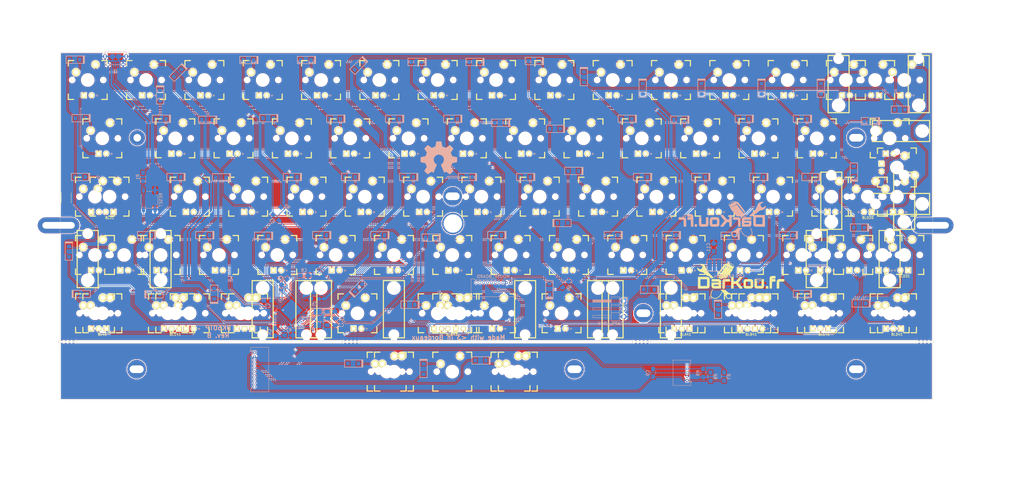
<source format=kicad_pcb>
(kicad_pcb (version 4) (host pcbnew 4.0.5+dfsg1-4)

  (general
    (links 528)
    (no_connects 2)
    (area 63.874999 39.891249 348.985001 153.511251)
    (thickness 1.6)
    (drawings 65)
    (tracks 2105)
    (zones 0)
    (modules 315)
    (nets 117)
  )

  (page A3)
  (title_block
    (title DK60TP)
    (date 2017-10-07)
    (rev B)
    (company DarKou)
  )

  (layers
    (0 F.Cu signal)
    (31 B.Cu signal)
    (32 B.Adhes user)
    (33 F.Adhes user)
    (34 B.Paste user)
    (35 F.Paste user)
    (36 B.SilkS user)
    (37 F.SilkS user)
    (38 B.Mask user)
    (39 F.Mask user)
    (40 Dwgs.User user hide)
    (41 Cmts.User user)
    (42 Eco1.User user)
    (43 Eco2.User user hide)
    (44 Edge.Cuts user)
    (45 Margin user)
    (46 B.CrtYd user)
    (47 F.CrtYd user)
    (48 B.Fab user)
    (49 F.Fab user)
  )

  (setup
    (last_trace_width 0.25)
    (user_trace_width 0.25)
    (user_trace_width 0.5)
    (user_trace_width 0.75)
    (trace_clearance 0.2)
    (zone_clearance 0.254)
    (zone_45_only no)
    (trace_min 0.2)
    (segment_width 0.2)
    (edge_width 0.1)
    (via_size 0.6)
    (via_drill 0.4)
    (via_min_size 0.4)
    (via_min_drill 0.3)
    (uvia_size 0.3)
    (uvia_drill 0.1)
    (uvias_allowed no)
    (uvia_min_size 0.2)
    (uvia_min_drill 0.1)
    (pcb_text_width 0.3)
    (pcb_text_size 1.5 1.5)
    (mod_edge_width 0.15)
    (mod_text_size 1 1)
    (mod_text_width 0.15)
    (pad_size 7 7)
    (pad_drill 6)
    (pad_to_mask_clearance 0)
    (aux_axis_origin 0 0)
    (grid_origin 161.045 125.18125)
    (visible_elements 7FFCDFFF)
    (pcbplotparams
      (layerselection 0x010fc_80000001)
      (usegerberextensions true)
      (excludeedgelayer true)
      (linewidth 0.100000)
      (plotframeref false)
      (viasonmask false)
      (mode 1)
      (useauxorigin false)
      (hpglpennumber 1)
      (hpglpenspeed 20)
      (hpglpendiameter 15)
      (hpglpenoverlay 2)
      (psnegative false)
      (psa4output false)
      (plotreference true)
      (plotvalue true)
      (plotinvisibletext false)
      (padsonsilk false)
      (subtractmaskfromsilk false)
      (outputformat 1)
      (mirror false)
      (drillshape 0)
      (scaleselection 1)
      (outputdirectory Gerber/))
  )

  (net 0 "")
  (net 1 LED_CATH)
  (net 2 LED_AN)
  (net 3 XTAL1)
  (net 4 GND)
  (net 5 XTAL2)
  (net 6 VCC)
  (net 7 "Net-(C8-Pad1)")
  (net 8 "Net-(C9-Pad1)")
  (net 9 Col0)
  (net 10 "Net-(DK0-Pad1)")
  (net 11 "Net-(DK1-Pad1)")
  (net 12 "Net-(DK2-Pad1)")
  (net 13 "Net-(DK3-Pad1)")
  (net 14 "Net-(DK4-Pad1)")
  (net 15 Col6)
  (net 16 "Net-(DK6-Pad1)")
  (net 17 Col1)
  (net 18 "Net-(DK10-Pad1)")
  (net 19 "Net-(DK11-Pad1)")
  (net 20 "Net-(DK12-Pad1)")
  (net 21 "Net-(DK13-Pad1)")
  (net 22 "Net-(DK14-Pad1)")
  (net 23 Col2)
  (net 24 "Net-(DK20-Pad1)")
  (net 25 "Net-(DK21-Pad1)")
  (net 26 "Net-(DK22-Pad1)")
  (net 27 "Net-(DK23-Pad1)")
  (net 28 "Net-(DK24-Pad1)")
  (net 29 Col3)
  (net 30 "Net-(DK30-Pad1)")
  (net 31 "Net-(DK31-Pad1)")
  (net 32 "Net-(DK32-Pad1)")
  (net 33 "Net-(DK33-Pad1)")
  (net 34 /TRACKPOINT/Col3)
  (net 35 "Net-(DK34-Pad1)")
  (net 36 Col4)
  (net 37 "Net-(DK40-Pad1)")
  (net 38 "Net-(DK41-Pad1)")
  (net 39 "Net-(DK42-Pad1)")
  (net 40 "Net-(DK43-Pad1)")
  (net 41 /TRACKPOINT/Col4)
  (net 42 "Net-(DK44-Pad1)")
  (net 43 Col5)
  (net 44 "Net-(DK50-Pad1)")
  (net 45 "Net-(DK51-Pad1)")
  (net 46 "Net-(DK52-Pad1)")
  (net 47 "Net-(DK53-Pad1)")
  (net 48 "Net-(DK54-Pad1)")
  (net 49 "Net-(DK61-Pad1)")
  (net 50 "Net-(DK62-Pad1)")
  (net 51 "Net-(DK63-Pad1)")
  (net 52 "Net-(DK64-Pad1)")
  (net 53 Col7)
  (net 54 "Net-(DK70-Pad1)")
  (net 55 "Net-(DK71-Pad1)")
  (net 56 "Net-(DK72-Pad1)")
  (net 57 "Net-(DK73-Pad1)")
  (net 58 Col8)
  (net 59 "Net-(DK80-Pad1)")
  (net 60 "Net-(DK81-Pad1)")
  (net 61 "Net-(DK82-Pad1)")
  (net 62 "Net-(DK83-Pad1)")
  (net 63 Col9)
  (net 64 "Net-(DK90-Pad1)")
  (net 65 "Net-(DK91-Pad1)")
  (net 66 "Net-(DK92-Pad1)")
  (net 67 "Net-(DK93-Pad1)")
  (net 68 "Net-(DK94-Pad1)")
  (net 69 ColA)
  (net 70 "Net-(DKA0-Pad1)")
  (net 71 "Net-(DKA1-Pad1)")
  (net 72 "Net-(DKA2-Pad1)")
  (net 73 "Net-(DKA3-Pad1)")
  (net 74 "Net-(DKA4-Pad1)")
  (net 75 ColB)
  (net 76 "Net-(DKB0-Pad1)")
  (net 77 "Net-(DKB1-Pad1)")
  (net 78 "Net-(DKB2-Pad1)")
  (net 79 "Net-(DKB3-Pad1)")
  (net 80 "Net-(DKB4-Pad1)")
  (net 81 ColC)
  (net 82 "Net-(DKC1-Pad1)")
  (net 83 "Net-(DKC2-Pad1)")
  (net 84 "Net-(DKC3-Pad1)")
  (net 85 "Net-(DKC4-Pad1)")
  (net 86 ColD)
  (net 87 "Net-(DKD0-Pad1)")
  (net 88 "Net-(DKD1-Pad1)")
  (net 89 "Net-(DKD2-Pad1)")
  (net 90 "Net-(DKD3-Pad1)")
  (net 91 "Net-(DKD4-Pad1)")
  (net 92 "Net-(J1-Pad2)")
  (net 93 "Net-(J1-Pad3)")
  (net 94 Row0)
  (net 95 Row4)
  (net 96 Row1)
  (net 97 Row2)
  (net 98 Row3)
  (net 99 /TRACKPOINT/Row4)
  (net 100 "Net-(KC0-Pad1)")
  (net 101 "Net-(L1-Pad1)")
  (net 102 "Net-(J3-Pad2)")
  (net 103 D5)
  (net 104 D2)
  (net 105 /TRACKPOINT/D5)
  (net 106 /TRACKPOINT/D2)
  (net 107 RESET)
  (net 108 "Net-(R2-Pad2)")
  (net 109 "Net-(R3-Pad1)")
  (net 110 CAPS_LED)
  (net 111 "Net-(J3-Pad1)")
  (net 112 BACKLIT)
  (net 113 "Net-(R4-Pad1)")
  (net 114 "Net-(DK74-Pad1)")
  (net 115 /TRACKPOINT/Col8)
  (net 116 "Net-(DK84-Pad1)")

  (net_class Default "This is the default net class."
    (clearance 0.2)
    (trace_width 0.25)
    (via_dia 0.6)
    (via_drill 0.4)
    (uvia_dia 0.3)
    (uvia_drill 0.1)
    (add_net /TRACKPOINT/Col3)
    (add_net /TRACKPOINT/Col4)
    (add_net /TRACKPOINT/Col8)
    (add_net /TRACKPOINT/D2)
    (add_net /TRACKPOINT/D5)
    (add_net /TRACKPOINT/Row4)
    (add_net BACKLIT)
    (add_net CAPS_LED)
    (add_net Col0)
    (add_net Col1)
    (add_net Col2)
    (add_net Col3)
    (add_net Col4)
    (add_net Col5)
    (add_net Col6)
    (add_net Col7)
    (add_net Col8)
    (add_net Col9)
    (add_net ColA)
    (add_net ColB)
    (add_net ColC)
    (add_net ColD)
    (add_net D2)
    (add_net D5)
    (add_net GND)
    (add_net LED_AN)
    (add_net LED_CATH)
    (add_net "Net-(C8-Pad1)")
    (add_net "Net-(C9-Pad1)")
    (add_net "Net-(DK0-Pad1)")
    (add_net "Net-(DK1-Pad1)")
    (add_net "Net-(DK10-Pad1)")
    (add_net "Net-(DK11-Pad1)")
    (add_net "Net-(DK12-Pad1)")
    (add_net "Net-(DK13-Pad1)")
    (add_net "Net-(DK14-Pad1)")
    (add_net "Net-(DK2-Pad1)")
    (add_net "Net-(DK20-Pad1)")
    (add_net "Net-(DK21-Pad1)")
    (add_net "Net-(DK22-Pad1)")
    (add_net "Net-(DK23-Pad1)")
    (add_net "Net-(DK24-Pad1)")
    (add_net "Net-(DK3-Pad1)")
    (add_net "Net-(DK30-Pad1)")
    (add_net "Net-(DK31-Pad1)")
    (add_net "Net-(DK32-Pad1)")
    (add_net "Net-(DK33-Pad1)")
    (add_net "Net-(DK34-Pad1)")
    (add_net "Net-(DK4-Pad1)")
    (add_net "Net-(DK40-Pad1)")
    (add_net "Net-(DK41-Pad1)")
    (add_net "Net-(DK42-Pad1)")
    (add_net "Net-(DK43-Pad1)")
    (add_net "Net-(DK44-Pad1)")
    (add_net "Net-(DK50-Pad1)")
    (add_net "Net-(DK51-Pad1)")
    (add_net "Net-(DK52-Pad1)")
    (add_net "Net-(DK53-Pad1)")
    (add_net "Net-(DK54-Pad1)")
    (add_net "Net-(DK6-Pad1)")
    (add_net "Net-(DK61-Pad1)")
    (add_net "Net-(DK62-Pad1)")
    (add_net "Net-(DK63-Pad1)")
    (add_net "Net-(DK64-Pad1)")
    (add_net "Net-(DK70-Pad1)")
    (add_net "Net-(DK71-Pad1)")
    (add_net "Net-(DK72-Pad1)")
    (add_net "Net-(DK73-Pad1)")
    (add_net "Net-(DK74-Pad1)")
    (add_net "Net-(DK80-Pad1)")
    (add_net "Net-(DK81-Pad1)")
    (add_net "Net-(DK82-Pad1)")
    (add_net "Net-(DK83-Pad1)")
    (add_net "Net-(DK84-Pad1)")
    (add_net "Net-(DK90-Pad1)")
    (add_net "Net-(DK91-Pad1)")
    (add_net "Net-(DK92-Pad1)")
    (add_net "Net-(DK93-Pad1)")
    (add_net "Net-(DK94-Pad1)")
    (add_net "Net-(DKA0-Pad1)")
    (add_net "Net-(DKA1-Pad1)")
    (add_net "Net-(DKA2-Pad1)")
    (add_net "Net-(DKA3-Pad1)")
    (add_net "Net-(DKA4-Pad1)")
    (add_net "Net-(DKB0-Pad1)")
    (add_net "Net-(DKB1-Pad1)")
    (add_net "Net-(DKB2-Pad1)")
    (add_net "Net-(DKB3-Pad1)")
    (add_net "Net-(DKB4-Pad1)")
    (add_net "Net-(DKC1-Pad1)")
    (add_net "Net-(DKC2-Pad1)")
    (add_net "Net-(DKC3-Pad1)")
    (add_net "Net-(DKC4-Pad1)")
    (add_net "Net-(DKD0-Pad1)")
    (add_net "Net-(DKD1-Pad1)")
    (add_net "Net-(DKD2-Pad1)")
    (add_net "Net-(DKD3-Pad1)")
    (add_net "Net-(DKD4-Pad1)")
    (add_net "Net-(J1-Pad2)")
    (add_net "Net-(J1-Pad3)")
    (add_net "Net-(J3-Pad1)")
    (add_net "Net-(J3-Pad2)")
    (add_net "Net-(KC0-Pad1)")
    (add_net "Net-(L1-Pad1)")
    (add_net "Net-(R2-Pad2)")
    (add_net "Net-(R3-Pad1)")
    (add_net "Net-(R4-Pad1)")
    (add_net RESET)
    (add_net Row0)
    (add_net Row1)
    (add_net Row2)
    (add_net Row3)
    (add_net Row4)
    (add_net VCC)
    (add_net XTAL1)
    (add_net XTAL2)
  )

  (module Footprint:Mx_100 (layer F.Cu) (tedit 59E0A4F3) (tstamp 59DFC20B)
    (at 192.00125 125.18125)
    (descr MXALPS)
    (tags MXALPS)
    (path /5935238D/59DE985B)
    (fp_text reference K643 (at 0 5) (layer B.SilkS) hide
      (effects (font (size 1 1) (thickness 0.2)) (justify mirror))
    )
    (fp_text value K46 (at 0 8) (layer B.SilkS) hide
      (effects (font (thickness 0.3048)) (justify mirror))
    )
    (fp_line (start -6.35 -6.35) (end 6.35 -6.35) (layer Cmts.User) (width 0.1524))
    (fp_line (start 6.35 -6.35) (end 6.35 6.35) (layer Cmts.User) (width 0.1524))
    (fp_line (start 6.35 6.35) (end -6.35 6.35) (layer Cmts.User) (width 0.1524))
    (fp_line (start -6.35 6.35) (end -6.35 -6.35) (layer Cmts.User) (width 0.1524))
    (fp_line (start -9.398 -9.398) (end 9.398 -9.398) (layer Dwgs.User) (width 0.1524))
    (fp_line (start 9.398 -9.398) (end 9.398 9.398) (layer Dwgs.User) (width 0.1524))
    (fp_line (start 9.398 9.398) (end -9.398 9.398) (layer Dwgs.User) (width 0.1524))
    (fp_line (start -9.398 9.398) (end -9.398 -9.398) (layer Dwgs.User) (width 0.1524))
    (fp_line (start -6.35 -6.35) (end -4.572 -6.35) (layer F.SilkS) (width 0.381))
    (fp_line (start 4.572 -6.35) (end 6.35 -6.35) (layer F.SilkS) (width 0.381))
    (fp_line (start 6.35 -6.35) (end 6.35 -4.572) (layer F.SilkS) (width 0.381))
    (fp_line (start 6.35 4.572) (end 6.35 6.35) (layer F.SilkS) (width 0.381))
    (fp_line (start 6.35 6.35) (end 4.572 6.35) (layer F.SilkS) (width 0.381))
    (fp_line (start -4.572 6.35) (end -6.35 6.35) (layer F.SilkS) (width 0.381))
    (fp_line (start -6.35 6.35) (end -6.35 4.572) (layer F.SilkS) (width 0.381))
    (fp_line (start -6.35 -4.572) (end -6.35 -6.35) (layer F.SilkS) (width 0.381))
    (fp_line (start -6.985 -6.985) (end 6.985 -6.985) (layer Eco2.User) (width 0.1524))
    (fp_line (start 6.985 -6.985) (end 6.985 6.985) (layer Eco2.User) (width 0.1524))
    (fp_line (start 6.985 6.985) (end -6.985 6.985) (layer Eco2.User) (width 0.1524))
    (fp_line (start -6.985 6.985) (end -6.985 -6.985) (layer Eco2.User) (width 0.1524))
    (fp_line (start -7.75 6.4) (end -7.75 -6.4) (layer Dwgs.User) (width 0.3))
    (fp_line (start -7.75 6.4) (end 7.75 6.4) (layer Dwgs.User) (width 0.3))
    (fp_line (start 7.75 6.4) (end 7.75 -6.4) (layer Dwgs.User) (width 0.3))
    (fp_line (start 7.75 -6.4) (end -7.75 -6.4) (layer Dwgs.User) (width 0.3))
    (fp_line (start -7.62 -7.62) (end 7.62 -7.62) (layer Dwgs.User) (width 0.3))
    (fp_line (start 7.62 -7.62) (end 7.62 7.62) (layer Dwgs.User) (width 0.3))
    (fp_line (start 7.62 7.62) (end -7.62 7.62) (layer Dwgs.User) (width 0.3))
    (fp_line (start -7.62 7.62) (end -7.62 -7.62) (layer Dwgs.User) (width 0.3))
    (pad HOLE np_thru_hole circle (at 0 0) (size 3.9878 3.9878) (drill 3.9878) (layers *.Cu))
    (pad HOLE np_thru_hole circle (at -5.08 0) (size 1.7018 1.7018) (drill 1.7018) (layers *.Cu))
    (pad HOLE np_thru_hole circle (at 5.08 0) (size 1.7018 1.7018) (drill 1.7018) (layers *.Cu))
    (pad 1 thru_hole circle (at -3.81 -2.54 330.95) (size 2.5 2.5) (drill 1.5) (layers *.Cu *.Mask F.SilkS)
      (net 95 Row4))
    (pad 2 thru_hole circle (at 2.54 -5.08 356.1) (size 2.5 2.5) (drill 1.5) (layers *.Cu *.Mask F.SilkS)
      (net 52 "Net-(DK64-Pad1)"))
    (model /home/dbroqua/Projects/dbroqua/kicad_parts/Footprint/3D/Mx_Alps_100.wrl
      (at (xyz 0 0 -0.02))
      (scale (xyz 0.4 0.4 0.4))
      (rotate (xyz 0 180 0))
    )
  )

  (module Footprint:Mx_100 (layer F.Cu) (tedit 59DFE8E5) (tstamp 59DFC255)
    (at 211.0425 144.23125)
    (descr MXALPS)
    (tags MXALPS)
    (path /5934BBCF/593C141B)
    (fp_text reference K840 (at 0 5) (layer B.SilkS) hide
      (effects (font (size 1 1) (thickness 0.2)) (justify mirror))
    )
    (fp_text value RMB (at 0 8) (layer B.SilkS) hide
      (effects (font (thickness 0.3048)) (justify mirror))
    )
    (fp_line (start -6.35 -6.35) (end 6.35 -6.35) (layer Cmts.User) (width 0.1524))
    (fp_line (start 6.35 -6.35) (end 6.35 6.35) (layer Cmts.User) (width 0.1524))
    (fp_line (start 6.35 6.35) (end -6.35 6.35) (layer Cmts.User) (width 0.1524))
    (fp_line (start -6.35 6.35) (end -6.35 -6.35) (layer Cmts.User) (width 0.1524))
    (fp_line (start -9.398 -9.398) (end 9.398 -9.398) (layer Dwgs.User) (width 0.1524))
    (fp_line (start 9.398 -9.398) (end 9.398 9.398) (layer Dwgs.User) (width 0.1524))
    (fp_line (start 9.398 9.398) (end -9.398 9.398) (layer Dwgs.User) (width 0.1524))
    (fp_line (start -9.398 9.398) (end -9.398 -9.398) (layer Dwgs.User) (width 0.1524))
    (fp_line (start -6.35 -6.35) (end -4.572 -6.35) (layer F.SilkS) (width 0.381))
    (fp_line (start 4.572 -6.35) (end 6.35 -6.35) (layer F.SilkS) (width 0.381))
    (fp_line (start 6.35 -6.35) (end 6.35 -4.572) (layer F.SilkS) (width 0.381))
    (fp_line (start 6.35 4.572) (end 6.35 6.35) (layer F.SilkS) (width 0.381))
    (fp_line (start 6.35 6.35) (end 4.572 6.35) (layer F.SilkS) (width 0.381))
    (fp_line (start -4.572 6.35) (end -6.35 6.35) (layer F.SilkS) (width 0.381))
    (fp_line (start -6.35 6.35) (end -6.35 4.572) (layer F.SilkS) (width 0.381))
    (fp_line (start -6.35 -4.572) (end -6.35 -6.35) (layer F.SilkS) (width 0.381))
    (fp_line (start -6.985 -6.985) (end 6.985 -6.985) (layer Eco2.User) (width 0.1524))
    (fp_line (start 6.985 -6.985) (end 6.985 6.985) (layer Eco2.User) (width 0.1524))
    (fp_line (start 6.985 6.985) (end -6.985 6.985) (layer Eco2.User) (width 0.1524))
    (fp_line (start -6.985 6.985) (end -6.985 -6.985) (layer Eco2.User) (width 0.1524))
    (fp_line (start -7.75 6.4) (end -7.75 -6.4) (layer Dwgs.User) (width 0.3))
    (fp_line (start -7.75 6.4) (end 7.75 6.4) (layer Dwgs.User) (width 0.3))
    (fp_line (start 7.75 6.4) (end 7.75 -6.4) (layer Dwgs.User) (width 0.3))
    (fp_line (start 7.75 -6.4) (end -7.75 -6.4) (layer Dwgs.User) (width 0.3))
    (fp_line (start -7.62 -7.62) (end 7.62 -7.62) (layer Dwgs.User) (width 0.3))
    (fp_line (start 7.62 -7.62) (end 7.62 7.62) (layer Dwgs.User) (width 0.3))
    (fp_line (start 7.62 7.62) (end -7.62 7.62) (layer Dwgs.User) (width 0.3))
    (fp_line (start -7.62 7.62) (end -7.62 -7.62) (layer Dwgs.User) (width 0.3))
    (pad HOLE np_thru_hole circle (at 0 0) (size 3.9878 3.9878) (drill 3.9878) (layers *.Cu))
    (pad HOLE np_thru_hole circle (at -5.08 0) (size 1.7018 1.7018) (drill 1.7018) (layers *.Cu))
    (pad HOLE np_thru_hole circle (at 5.08 0) (size 1.7018 1.7018) (drill 1.7018) (layers *.Cu))
    (pad 1 thru_hole circle (at -3.81 -2.54 330.95) (size 2.5 2.5) (drill 1.5) (layers *.Cu *.Mask F.SilkS)
      (net 116 "Net-(DK84-Pad1)"))
    (pad 2 thru_hole circle (at 2.54 -5.08 356.1) (size 2.5 2.5) (drill 1.5) (layers *.Cu *.Mask F.SilkS)
      (net 99 /TRACKPOINT/Row4))
  )

  (module Footprint:Mx_100 (layer F.Cu) (tedit 5933BE79) (tstamp 59D8D400)
    (at 339.65625 106.13125)
    (descr MXALPS)
    (tags MXALPS)
    (path /5935238D/5935727F)
    (fp_text reference KD30 (at 0 5) (layer B.SilkS) hide
      (effects (font (size 1 1) (thickness 0.2)) (justify mirror))
    )
    (fp_text value K3D (at 0 8) (layer B.SilkS) hide
      (effects (font (thickness 0.3048)) (justify mirror))
    )
    (fp_line (start -6.35 -6.35) (end 6.35 -6.35) (layer Cmts.User) (width 0.1524))
    (fp_line (start 6.35 -6.35) (end 6.35 6.35) (layer Cmts.User) (width 0.1524))
    (fp_line (start 6.35 6.35) (end -6.35 6.35) (layer Cmts.User) (width 0.1524))
    (fp_line (start -6.35 6.35) (end -6.35 -6.35) (layer Cmts.User) (width 0.1524))
    (fp_line (start -9.398 -9.398) (end 9.398 -9.398) (layer Dwgs.User) (width 0.1524))
    (fp_line (start 9.398 -9.398) (end 9.398 9.398) (layer Dwgs.User) (width 0.1524))
    (fp_line (start 9.398 9.398) (end -9.398 9.398) (layer Dwgs.User) (width 0.1524))
    (fp_line (start -9.398 9.398) (end -9.398 -9.398) (layer Dwgs.User) (width 0.1524))
    (fp_line (start -6.35 -6.35) (end -4.572 -6.35) (layer F.SilkS) (width 0.381))
    (fp_line (start 4.572 -6.35) (end 6.35 -6.35) (layer F.SilkS) (width 0.381))
    (fp_line (start 6.35 -6.35) (end 6.35 -4.572) (layer F.SilkS) (width 0.381))
    (fp_line (start 6.35 4.572) (end 6.35 6.35) (layer F.SilkS) (width 0.381))
    (fp_line (start 6.35 6.35) (end 4.572 6.35) (layer F.SilkS) (width 0.381))
    (fp_line (start -4.572 6.35) (end -6.35 6.35) (layer F.SilkS) (width 0.381))
    (fp_line (start -6.35 6.35) (end -6.35 4.572) (layer F.SilkS) (width 0.381))
    (fp_line (start -6.35 -4.572) (end -6.35 -6.35) (layer F.SilkS) (width 0.381))
    (fp_line (start -6.985 -6.985) (end 6.985 -6.985) (layer Eco2.User) (width 0.1524))
    (fp_line (start 6.985 -6.985) (end 6.985 6.985) (layer Eco2.User) (width 0.1524))
    (fp_line (start 6.985 6.985) (end -6.985 6.985) (layer Eco2.User) (width 0.1524))
    (fp_line (start -6.985 6.985) (end -6.985 -6.985) (layer Eco2.User) (width 0.1524))
    (fp_line (start -7.75 6.4) (end -7.75 -6.4) (layer Dwgs.User) (width 0.3))
    (fp_line (start -7.75 6.4) (end 7.75 6.4) (layer Dwgs.User) (width 0.3))
    (fp_line (start 7.75 6.4) (end 7.75 -6.4) (layer Dwgs.User) (width 0.3))
    (fp_line (start 7.75 -6.4) (end -7.75 -6.4) (layer Dwgs.User) (width 0.3))
    (fp_line (start -7.62 -7.62) (end 7.62 -7.62) (layer Dwgs.User) (width 0.3))
    (fp_line (start 7.62 -7.62) (end 7.62 7.62) (layer Dwgs.User) (width 0.3))
    (fp_line (start 7.62 7.62) (end -7.62 7.62) (layer Dwgs.User) (width 0.3))
    (fp_line (start -7.62 7.62) (end -7.62 -7.62) (layer Dwgs.User) (width 0.3))
    (pad HOLE np_thru_hole circle (at 0 0) (size 3.9878 3.9878) (drill 3.9878) (layers *.Cu))
    (pad HOLE np_thru_hole circle (at -5.08 0) (size 1.7018 1.7018) (drill 1.7018) (layers *.Cu))
    (pad HOLE np_thru_hole circle (at 5.08 0) (size 1.7018 1.7018) (drill 1.7018) (layers *.Cu))
    (pad 1 thru_hole circle (at -3.81 -2.54 330.95) (size 2.5 2.5) (drill 1.5) (layers *.Cu *.Mask F.SilkS)
      (net 98 Row3))
    (pad 2 thru_hole circle (at 2.54 -5.08 356.1) (size 2.5 2.5) (drill 1.5) (layers *.Cu *.Mask F.SilkS)
      (net 90 "Net-(DKD3-Pad1)"))
    (model /home/dbroqua/Projects/dbroqua/kicad_parts/Footprint/3D/Mx_Alps_100.wrl
      (at (xyz 0 0 -0.02))
      (scale (xyz 0.4 0.4 0.4))
      (rotate (xyz 0 180 0))
    )
  )

  (module Footprint:Mx_100 (layer F.Cu) (tedit 5933BE79) (tstamp 59D8D3CA)
    (at 320.58 48.98125)
    (descr MXALPS)
    (tags MXALPS)
    (path /5935238D/59307625)
    (fp_text reference KD0 (at 0 5) (layer B.SilkS) hide
      (effects (font (size 1 1) (thickness 0.2)) (justify mirror))
    )
    (fp_text value K0D (at 0 8) (layer B.SilkS) hide
      (effects (font (thickness 0.3048)) (justify mirror))
    )
    (fp_line (start -6.35 -6.35) (end 6.35 -6.35) (layer Cmts.User) (width 0.1524))
    (fp_line (start 6.35 -6.35) (end 6.35 6.35) (layer Cmts.User) (width 0.1524))
    (fp_line (start 6.35 6.35) (end -6.35 6.35) (layer Cmts.User) (width 0.1524))
    (fp_line (start -6.35 6.35) (end -6.35 -6.35) (layer Cmts.User) (width 0.1524))
    (fp_line (start -9.398 -9.398) (end 9.398 -9.398) (layer Dwgs.User) (width 0.1524))
    (fp_line (start 9.398 -9.398) (end 9.398 9.398) (layer Dwgs.User) (width 0.1524))
    (fp_line (start 9.398 9.398) (end -9.398 9.398) (layer Dwgs.User) (width 0.1524))
    (fp_line (start -9.398 9.398) (end -9.398 -9.398) (layer Dwgs.User) (width 0.1524))
    (fp_line (start -6.35 -6.35) (end -4.572 -6.35) (layer F.SilkS) (width 0.381))
    (fp_line (start 4.572 -6.35) (end 6.35 -6.35) (layer F.SilkS) (width 0.381))
    (fp_line (start 6.35 -6.35) (end 6.35 -4.572) (layer F.SilkS) (width 0.381))
    (fp_line (start 6.35 4.572) (end 6.35 6.35) (layer F.SilkS) (width 0.381))
    (fp_line (start 6.35 6.35) (end 4.572 6.35) (layer F.SilkS) (width 0.381))
    (fp_line (start -4.572 6.35) (end -6.35 6.35) (layer F.SilkS) (width 0.381))
    (fp_line (start -6.35 6.35) (end -6.35 4.572) (layer F.SilkS) (width 0.381))
    (fp_line (start -6.35 -4.572) (end -6.35 -6.35) (layer F.SilkS) (width 0.381))
    (fp_line (start -6.985 -6.985) (end 6.985 -6.985) (layer Eco2.User) (width 0.1524))
    (fp_line (start 6.985 -6.985) (end 6.985 6.985) (layer Eco2.User) (width 0.1524))
    (fp_line (start 6.985 6.985) (end -6.985 6.985) (layer Eco2.User) (width 0.1524))
    (fp_line (start -6.985 6.985) (end -6.985 -6.985) (layer Eco2.User) (width 0.1524))
    (fp_line (start -7.75 6.4) (end -7.75 -6.4) (layer Dwgs.User) (width 0.3))
    (fp_line (start -7.75 6.4) (end 7.75 6.4) (layer Dwgs.User) (width 0.3))
    (fp_line (start 7.75 6.4) (end 7.75 -6.4) (layer Dwgs.User) (width 0.3))
    (fp_line (start 7.75 -6.4) (end -7.75 -6.4) (layer Dwgs.User) (width 0.3))
    (fp_line (start -7.62 -7.62) (end 7.62 -7.62) (layer Dwgs.User) (width 0.3))
    (fp_line (start 7.62 -7.62) (end 7.62 7.62) (layer Dwgs.User) (width 0.3))
    (fp_line (start 7.62 7.62) (end -7.62 7.62) (layer Dwgs.User) (width 0.3))
    (fp_line (start -7.62 7.62) (end -7.62 -7.62) (layer Dwgs.User) (width 0.3))
    (pad HOLE np_thru_hole circle (at 0 0) (size 3.9878 3.9878) (drill 3.9878) (layers *.Cu))
    (pad HOLE np_thru_hole circle (at -5.08 0) (size 1.7018 1.7018) (drill 1.7018) (layers *.Cu))
    (pad HOLE np_thru_hole circle (at 5.08 0) (size 1.7018 1.7018) (drill 1.7018) (layers *.Cu))
    (pad 1 thru_hole circle (at -3.81 -2.54 330.95) (size 2.5 2.5) (drill 1.5) (layers *.Cu *.Mask F.SilkS)
      (net 87 "Net-(DKD0-Pad1)"))
    (pad 2 thru_hole circle (at 2.54 -5.08 356.1) (size 2.5 2.5) (drill 1.5) (layers *.Cu *.Mask F.SilkS)
      (net 94 Row0))
    (model /home/dbroqua/Projects/dbroqua/kicad_parts/Footprint/3D/Mx_Alps_100.wrl
      (at (xyz 0 0 -0.02))
      (scale (xyz 0.4 0.4 0.4))
      (rotate (xyz 0 180 0))
    )
  )

  (module Footprint:Mx_100 (layer F.Cu) (tedit 5933BE79) (tstamp 59D8D3C1)
    (at 311.08125 125.18125)
    (descr MXALPS)
    (tags MXALPS)
    (path /5935238D/5939FBC5)
    (fp_text reference KC40 (at 0 5) (layer B.SilkS) hide
      (effects (font (size 1 1) (thickness 0.2)) (justify mirror))
    )
    (fp_text value K4C (at 0 8) (layer B.SilkS) hide
      (effects (font (thickness 0.3048)) (justify mirror))
    )
    (fp_line (start -6.35 -6.35) (end 6.35 -6.35) (layer Cmts.User) (width 0.1524))
    (fp_line (start 6.35 -6.35) (end 6.35 6.35) (layer Cmts.User) (width 0.1524))
    (fp_line (start 6.35 6.35) (end -6.35 6.35) (layer Cmts.User) (width 0.1524))
    (fp_line (start -6.35 6.35) (end -6.35 -6.35) (layer Cmts.User) (width 0.1524))
    (fp_line (start -9.398 -9.398) (end 9.398 -9.398) (layer Dwgs.User) (width 0.1524))
    (fp_line (start 9.398 -9.398) (end 9.398 9.398) (layer Dwgs.User) (width 0.1524))
    (fp_line (start 9.398 9.398) (end -9.398 9.398) (layer Dwgs.User) (width 0.1524))
    (fp_line (start -9.398 9.398) (end -9.398 -9.398) (layer Dwgs.User) (width 0.1524))
    (fp_line (start -6.35 -6.35) (end -4.572 -6.35) (layer F.SilkS) (width 0.381))
    (fp_line (start 4.572 -6.35) (end 6.35 -6.35) (layer F.SilkS) (width 0.381))
    (fp_line (start 6.35 -6.35) (end 6.35 -4.572) (layer F.SilkS) (width 0.381))
    (fp_line (start 6.35 4.572) (end 6.35 6.35) (layer F.SilkS) (width 0.381))
    (fp_line (start 6.35 6.35) (end 4.572 6.35) (layer F.SilkS) (width 0.381))
    (fp_line (start -4.572 6.35) (end -6.35 6.35) (layer F.SilkS) (width 0.381))
    (fp_line (start -6.35 6.35) (end -6.35 4.572) (layer F.SilkS) (width 0.381))
    (fp_line (start -6.35 -4.572) (end -6.35 -6.35) (layer F.SilkS) (width 0.381))
    (fp_line (start -6.985 -6.985) (end 6.985 -6.985) (layer Eco2.User) (width 0.1524))
    (fp_line (start 6.985 -6.985) (end 6.985 6.985) (layer Eco2.User) (width 0.1524))
    (fp_line (start 6.985 6.985) (end -6.985 6.985) (layer Eco2.User) (width 0.1524))
    (fp_line (start -6.985 6.985) (end -6.985 -6.985) (layer Eco2.User) (width 0.1524))
    (fp_line (start -7.75 6.4) (end -7.75 -6.4) (layer Dwgs.User) (width 0.3))
    (fp_line (start -7.75 6.4) (end 7.75 6.4) (layer Dwgs.User) (width 0.3))
    (fp_line (start 7.75 6.4) (end 7.75 -6.4) (layer Dwgs.User) (width 0.3))
    (fp_line (start 7.75 -6.4) (end -7.75 -6.4) (layer Dwgs.User) (width 0.3))
    (fp_line (start -7.62 -7.62) (end 7.62 -7.62) (layer Dwgs.User) (width 0.3))
    (fp_line (start 7.62 -7.62) (end 7.62 7.62) (layer Dwgs.User) (width 0.3))
    (fp_line (start 7.62 7.62) (end -7.62 7.62) (layer Dwgs.User) (width 0.3))
    (fp_line (start -7.62 7.62) (end -7.62 -7.62) (layer Dwgs.User) (width 0.3))
    (pad HOLE np_thru_hole circle (at 0 0) (size 3.9878 3.9878) (drill 3.9878) (layers *.Cu))
    (pad HOLE np_thru_hole circle (at -5.08 0) (size 1.7018 1.7018) (drill 1.7018) (layers *.Cu))
    (pad HOLE np_thru_hole circle (at 5.08 0) (size 1.7018 1.7018) (drill 1.7018) (layers *.Cu))
    (pad 1 thru_hole circle (at -3.81 -2.54 330.95) (size 2.5 2.5) (drill 1.5) (layers *.Cu *.Mask F.SilkS)
      (net 85 "Net-(DKC4-Pad1)"))
    (pad 2 thru_hole circle (at 2.54 -5.08 356.1) (size 2.5 2.5) (drill 1.5) (layers *.Cu *.Mask F.SilkS)
      (net 95 Row4))
    (model /home/dbroqua/Projects/dbroqua/kicad_parts/Footprint/3D/Mx_Alps_100.wrl
      (at (xyz 0 0 -0.02))
      (scale (xyz 0.4 0.4 0.4))
      (rotate (xyz 0 180 0))
    )
  )

  (module Footprint:Mx_100 (layer F.Cu) (tedit 5933BE79) (tstamp 59D8D3AF)
    (at 306.31875 106.13125)
    (descr MXALPS)
    (tags MXALPS)
    (path /5935238D/5934D411)
    (fp_text reference KC31 (at 0 5) (layer B.SilkS) hide
      (effects (font (size 1 1) (thickness 0.2)) (justify mirror))
    )
    (fp_text value K3C (at 0 8) (layer B.SilkS) hide
      (effects (font (thickness 0.3048)) (justify mirror))
    )
    (fp_line (start -6.35 -6.35) (end 6.35 -6.35) (layer Cmts.User) (width 0.1524))
    (fp_line (start 6.35 -6.35) (end 6.35 6.35) (layer Cmts.User) (width 0.1524))
    (fp_line (start 6.35 6.35) (end -6.35 6.35) (layer Cmts.User) (width 0.1524))
    (fp_line (start -6.35 6.35) (end -6.35 -6.35) (layer Cmts.User) (width 0.1524))
    (fp_line (start -9.398 -9.398) (end 9.398 -9.398) (layer Dwgs.User) (width 0.1524))
    (fp_line (start 9.398 -9.398) (end 9.398 9.398) (layer Dwgs.User) (width 0.1524))
    (fp_line (start 9.398 9.398) (end -9.398 9.398) (layer Dwgs.User) (width 0.1524))
    (fp_line (start -9.398 9.398) (end -9.398 -9.398) (layer Dwgs.User) (width 0.1524))
    (fp_line (start -6.35 -6.35) (end -4.572 -6.35) (layer F.SilkS) (width 0.381))
    (fp_line (start 4.572 -6.35) (end 6.35 -6.35) (layer F.SilkS) (width 0.381))
    (fp_line (start 6.35 -6.35) (end 6.35 -4.572) (layer F.SilkS) (width 0.381))
    (fp_line (start 6.35 4.572) (end 6.35 6.35) (layer F.SilkS) (width 0.381))
    (fp_line (start 6.35 6.35) (end 4.572 6.35) (layer F.SilkS) (width 0.381))
    (fp_line (start -4.572 6.35) (end -6.35 6.35) (layer F.SilkS) (width 0.381))
    (fp_line (start -6.35 6.35) (end -6.35 4.572) (layer F.SilkS) (width 0.381))
    (fp_line (start -6.35 -4.572) (end -6.35 -6.35) (layer F.SilkS) (width 0.381))
    (fp_line (start -6.985 -6.985) (end 6.985 -6.985) (layer Eco2.User) (width 0.1524))
    (fp_line (start 6.985 -6.985) (end 6.985 6.985) (layer Eco2.User) (width 0.1524))
    (fp_line (start 6.985 6.985) (end -6.985 6.985) (layer Eco2.User) (width 0.1524))
    (fp_line (start -6.985 6.985) (end -6.985 -6.985) (layer Eco2.User) (width 0.1524))
    (fp_line (start -7.75 6.4) (end -7.75 -6.4) (layer Dwgs.User) (width 0.3))
    (fp_line (start -7.75 6.4) (end 7.75 6.4) (layer Dwgs.User) (width 0.3))
    (fp_line (start 7.75 6.4) (end 7.75 -6.4) (layer Dwgs.User) (width 0.3))
    (fp_line (start 7.75 -6.4) (end -7.75 -6.4) (layer Dwgs.User) (width 0.3))
    (fp_line (start -7.62 -7.62) (end 7.62 -7.62) (layer Dwgs.User) (width 0.3))
    (fp_line (start 7.62 -7.62) (end 7.62 7.62) (layer Dwgs.User) (width 0.3))
    (fp_line (start 7.62 7.62) (end -7.62 7.62) (layer Dwgs.User) (width 0.3))
    (fp_line (start -7.62 7.62) (end -7.62 -7.62) (layer Dwgs.User) (width 0.3))
    (pad HOLE np_thru_hole circle (at 0 0) (size 3.9878 3.9878) (drill 3.9878) (layers *.Cu))
    (pad HOLE np_thru_hole circle (at -5.08 0) (size 1.7018 1.7018) (drill 1.7018) (layers *.Cu))
    (pad HOLE np_thru_hole circle (at 5.08 0) (size 1.7018 1.7018) (drill 1.7018) (layers *.Cu))
    (pad 1 thru_hole circle (at -3.81 -2.54 330.95) (size 2.5 2.5) (drill 1.5) (layers *.Cu *.Mask F.SilkS)
      (net 84 "Net-(DKC3-Pad1)"))
    (pad 2 thru_hole circle (at 2.54 -5.08 356.1) (size 2.5 2.5) (drill 1.5) (layers *.Cu *.Mask F.SilkS)
      (net 98 Row3))
  )

  (module Footprint:Mx_100 (layer F.Cu) (tedit 5933BE79) (tstamp 59D8D39D)
    (at 315.84375 87.08125)
    (descr MXALPS)
    (tags MXALPS)
    (path /5935238D/59346ACC)
    (fp_text reference KC20 (at 0 5) (layer B.SilkS) hide
      (effects (font (size 1 1) (thickness 0.2)) (justify mirror))
    )
    (fp_text value K2C (at 0 8) (layer B.SilkS) hide
      (effects (font (thickness 0.3048)) (justify mirror))
    )
    (fp_line (start -6.35 -6.35) (end 6.35 -6.35) (layer Cmts.User) (width 0.1524))
    (fp_line (start 6.35 -6.35) (end 6.35 6.35) (layer Cmts.User) (width 0.1524))
    (fp_line (start 6.35 6.35) (end -6.35 6.35) (layer Cmts.User) (width 0.1524))
    (fp_line (start -6.35 6.35) (end -6.35 -6.35) (layer Cmts.User) (width 0.1524))
    (fp_line (start -9.398 -9.398) (end 9.398 -9.398) (layer Dwgs.User) (width 0.1524))
    (fp_line (start 9.398 -9.398) (end 9.398 9.398) (layer Dwgs.User) (width 0.1524))
    (fp_line (start 9.398 9.398) (end -9.398 9.398) (layer Dwgs.User) (width 0.1524))
    (fp_line (start -9.398 9.398) (end -9.398 -9.398) (layer Dwgs.User) (width 0.1524))
    (fp_line (start -6.35 -6.35) (end -4.572 -6.35) (layer F.SilkS) (width 0.381))
    (fp_line (start 4.572 -6.35) (end 6.35 -6.35) (layer F.SilkS) (width 0.381))
    (fp_line (start 6.35 -6.35) (end 6.35 -4.572) (layer F.SilkS) (width 0.381))
    (fp_line (start 6.35 4.572) (end 6.35 6.35) (layer F.SilkS) (width 0.381))
    (fp_line (start 6.35 6.35) (end 4.572 6.35) (layer F.SilkS) (width 0.381))
    (fp_line (start -4.572 6.35) (end -6.35 6.35) (layer F.SilkS) (width 0.381))
    (fp_line (start -6.35 6.35) (end -6.35 4.572) (layer F.SilkS) (width 0.381))
    (fp_line (start -6.35 -4.572) (end -6.35 -6.35) (layer F.SilkS) (width 0.381))
    (fp_line (start -6.985 -6.985) (end 6.985 -6.985) (layer Eco2.User) (width 0.1524))
    (fp_line (start 6.985 -6.985) (end 6.985 6.985) (layer Eco2.User) (width 0.1524))
    (fp_line (start 6.985 6.985) (end -6.985 6.985) (layer Eco2.User) (width 0.1524))
    (fp_line (start -6.985 6.985) (end -6.985 -6.985) (layer Eco2.User) (width 0.1524))
    (fp_line (start -7.75 6.4) (end -7.75 -6.4) (layer Dwgs.User) (width 0.3))
    (fp_line (start -7.75 6.4) (end 7.75 6.4) (layer Dwgs.User) (width 0.3))
    (fp_line (start 7.75 6.4) (end 7.75 -6.4) (layer Dwgs.User) (width 0.3))
    (fp_line (start 7.75 -6.4) (end -7.75 -6.4) (layer Dwgs.User) (width 0.3))
    (fp_line (start -7.62 -7.62) (end 7.62 -7.62) (layer Dwgs.User) (width 0.3))
    (fp_line (start 7.62 -7.62) (end 7.62 7.62) (layer Dwgs.User) (width 0.3))
    (fp_line (start 7.62 7.62) (end -7.62 7.62) (layer Dwgs.User) (width 0.3))
    (fp_line (start -7.62 7.62) (end -7.62 -7.62) (layer Dwgs.User) (width 0.3))
    (pad HOLE np_thru_hole circle (at 0 0) (size 3.9878 3.9878) (drill 3.9878) (layers *.Cu))
    (pad HOLE np_thru_hole circle (at -5.08 0) (size 1.7018 1.7018) (drill 1.7018) (layers *.Cu))
    (pad HOLE np_thru_hole circle (at 5.08 0) (size 1.7018 1.7018) (drill 1.7018) (layers *.Cu))
    (pad 1 thru_hole circle (at -3.81 -2.54 330.95) (size 2.5 2.5) (drill 1.5) (layers *.Cu *.Mask F.SilkS)
      (net 83 "Net-(DKC2-Pad1)"))
    (pad 2 thru_hole circle (at 2.54 -5.08 356.1) (size 2.5 2.5) (drill 1.5) (layers *.Cu *.Mask F.SilkS)
      (net 97 Row2))
  )

  (module Footprint:Mx_100 (layer F.Cu) (tedit 5933BE79) (tstamp 59D8D394)
    (at 311.08125 68.03125)
    (descr MXALPS)
    (tags MXALPS)
    (path /5935238D/5931B782)
    (fp_text reference KC10 (at 0 5) (layer B.SilkS) hide
      (effects (font (size 1 1) (thickness 0.2)) (justify mirror))
    )
    (fp_text value K1C (at 0 8) (layer B.SilkS) hide
      (effects (font (thickness 0.3048)) (justify mirror))
    )
    (fp_line (start -6.35 -6.35) (end 6.35 -6.35) (layer Cmts.User) (width 0.1524))
    (fp_line (start 6.35 -6.35) (end 6.35 6.35) (layer Cmts.User) (width 0.1524))
    (fp_line (start 6.35 6.35) (end -6.35 6.35) (layer Cmts.User) (width 0.1524))
    (fp_line (start -6.35 6.35) (end -6.35 -6.35) (layer Cmts.User) (width 0.1524))
    (fp_line (start -9.398 -9.398) (end 9.398 -9.398) (layer Dwgs.User) (width 0.1524))
    (fp_line (start 9.398 -9.398) (end 9.398 9.398) (layer Dwgs.User) (width 0.1524))
    (fp_line (start 9.398 9.398) (end -9.398 9.398) (layer Dwgs.User) (width 0.1524))
    (fp_line (start -9.398 9.398) (end -9.398 -9.398) (layer Dwgs.User) (width 0.1524))
    (fp_line (start -6.35 -6.35) (end -4.572 -6.35) (layer F.SilkS) (width 0.381))
    (fp_line (start 4.572 -6.35) (end 6.35 -6.35) (layer F.SilkS) (width 0.381))
    (fp_line (start 6.35 -6.35) (end 6.35 -4.572) (layer F.SilkS) (width 0.381))
    (fp_line (start 6.35 4.572) (end 6.35 6.35) (layer F.SilkS) (width 0.381))
    (fp_line (start 6.35 6.35) (end 4.572 6.35) (layer F.SilkS) (width 0.381))
    (fp_line (start -4.572 6.35) (end -6.35 6.35) (layer F.SilkS) (width 0.381))
    (fp_line (start -6.35 6.35) (end -6.35 4.572) (layer F.SilkS) (width 0.381))
    (fp_line (start -6.35 -4.572) (end -6.35 -6.35) (layer F.SilkS) (width 0.381))
    (fp_line (start -6.985 -6.985) (end 6.985 -6.985) (layer Eco2.User) (width 0.1524))
    (fp_line (start 6.985 -6.985) (end 6.985 6.985) (layer Eco2.User) (width 0.1524))
    (fp_line (start 6.985 6.985) (end -6.985 6.985) (layer Eco2.User) (width 0.1524))
    (fp_line (start -6.985 6.985) (end -6.985 -6.985) (layer Eco2.User) (width 0.1524))
    (fp_line (start -7.75 6.4) (end -7.75 -6.4) (layer Dwgs.User) (width 0.3))
    (fp_line (start -7.75 6.4) (end 7.75 6.4) (layer Dwgs.User) (width 0.3))
    (fp_line (start 7.75 6.4) (end 7.75 -6.4) (layer Dwgs.User) (width 0.3))
    (fp_line (start 7.75 -6.4) (end -7.75 -6.4) (layer Dwgs.User) (width 0.3))
    (fp_line (start -7.62 -7.62) (end 7.62 -7.62) (layer Dwgs.User) (width 0.3))
    (fp_line (start 7.62 -7.62) (end 7.62 7.62) (layer Dwgs.User) (width 0.3))
    (fp_line (start 7.62 7.62) (end -7.62 7.62) (layer Dwgs.User) (width 0.3))
    (fp_line (start -7.62 7.62) (end -7.62 -7.62) (layer Dwgs.User) (width 0.3))
    (pad HOLE np_thru_hole circle (at 0 0) (size 3.9878 3.9878) (drill 3.9878) (layers *.Cu))
    (pad HOLE np_thru_hole circle (at -5.08 0) (size 1.7018 1.7018) (drill 1.7018) (layers *.Cu))
    (pad HOLE np_thru_hole circle (at 5.08 0) (size 1.7018 1.7018) (drill 1.7018) (layers *.Cu))
    (pad 1 thru_hole circle (at -3.81 -2.54 330.95) (size 2.5 2.5) (drill 1.5) (layers *.Cu *.Mask F.SilkS)
      (net 82 "Net-(DKC1-Pad1)"))
    (pad 2 thru_hole circle (at 2.54 -5.08 356.1) (size 2.5 2.5) (drill 1.5) (layers *.Cu *.Mask F.SilkS)
      (net 96 Row1))
    (model /home/dbroqua/Projects/dbroqua/kicad_parts/Footprint/3D/Mx_Alps_100.wrl
      (at (xyz 0 0 -0.02))
      (scale (xyz 0.4 0.4 0.4))
      (rotate (xyz 0 180 0))
    )
  )

  (module Footprint:Mx_100 (layer F.Cu) (tedit 5933BE79) (tstamp 59D8D38B)
    (at 301.55625 48.98125)
    (descr MXALPS)
    (tags MXALPS)
    (path /5935238D/593075D5)
    (fp_text reference KC0 (at 0 5) (layer B.SilkS) hide
      (effects (font (size 1 1) (thickness 0.2)) (justify mirror))
    )
    (fp_text value K0C (at 0 8) (layer B.SilkS) hide
      (effects (font (thickness 0.3048)) (justify mirror))
    )
    (fp_line (start -6.35 -6.35) (end 6.35 -6.35) (layer Cmts.User) (width 0.1524))
    (fp_line (start 6.35 -6.35) (end 6.35 6.35) (layer Cmts.User) (width 0.1524))
    (fp_line (start 6.35 6.35) (end -6.35 6.35) (layer Cmts.User) (width 0.1524))
    (fp_line (start -6.35 6.35) (end -6.35 -6.35) (layer Cmts.User) (width 0.1524))
    (fp_line (start -9.398 -9.398) (end 9.398 -9.398) (layer Dwgs.User) (width 0.1524))
    (fp_line (start 9.398 -9.398) (end 9.398 9.398) (layer Dwgs.User) (width 0.1524))
    (fp_line (start 9.398 9.398) (end -9.398 9.398) (layer Dwgs.User) (width 0.1524))
    (fp_line (start -9.398 9.398) (end -9.398 -9.398) (layer Dwgs.User) (width 0.1524))
    (fp_line (start -6.35 -6.35) (end -4.572 -6.35) (layer F.SilkS) (width 0.381))
    (fp_line (start 4.572 -6.35) (end 6.35 -6.35) (layer F.SilkS) (width 0.381))
    (fp_line (start 6.35 -6.35) (end 6.35 -4.572) (layer F.SilkS) (width 0.381))
    (fp_line (start 6.35 4.572) (end 6.35 6.35) (layer F.SilkS) (width 0.381))
    (fp_line (start 6.35 6.35) (end 4.572 6.35) (layer F.SilkS) (width 0.381))
    (fp_line (start -4.572 6.35) (end -6.35 6.35) (layer F.SilkS) (width 0.381))
    (fp_line (start -6.35 6.35) (end -6.35 4.572) (layer F.SilkS) (width 0.381))
    (fp_line (start -6.35 -4.572) (end -6.35 -6.35) (layer F.SilkS) (width 0.381))
    (fp_line (start -6.985 -6.985) (end 6.985 -6.985) (layer Eco2.User) (width 0.1524))
    (fp_line (start 6.985 -6.985) (end 6.985 6.985) (layer Eco2.User) (width 0.1524))
    (fp_line (start 6.985 6.985) (end -6.985 6.985) (layer Eco2.User) (width 0.1524))
    (fp_line (start -6.985 6.985) (end -6.985 -6.985) (layer Eco2.User) (width 0.1524))
    (fp_line (start -7.75 6.4) (end -7.75 -6.4) (layer Dwgs.User) (width 0.3))
    (fp_line (start -7.75 6.4) (end 7.75 6.4) (layer Dwgs.User) (width 0.3))
    (fp_line (start 7.75 6.4) (end 7.75 -6.4) (layer Dwgs.User) (width 0.3))
    (fp_line (start 7.75 -6.4) (end -7.75 -6.4) (layer Dwgs.User) (width 0.3))
    (fp_line (start -7.62 -7.62) (end 7.62 -7.62) (layer Dwgs.User) (width 0.3))
    (fp_line (start 7.62 -7.62) (end 7.62 7.62) (layer Dwgs.User) (width 0.3))
    (fp_line (start 7.62 7.62) (end -7.62 7.62) (layer Dwgs.User) (width 0.3))
    (fp_line (start -7.62 7.62) (end -7.62 -7.62) (layer Dwgs.User) (width 0.3))
    (pad HOLE np_thru_hole circle (at 0 0) (size 3.9878 3.9878) (drill 3.9878) (layers *.Cu))
    (pad HOLE np_thru_hole circle (at -5.08 0) (size 1.7018 1.7018) (drill 1.7018) (layers *.Cu))
    (pad HOLE np_thru_hole circle (at 5.08 0) (size 1.7018 1.7018) (drill 1.7018) (layers *.Cu))
    (pad 1 thru_hole circle (at -3.81 -2.54 330.95) (size 2.5 2.5) (drill 1.5) (layers *.Cu *.Mask F.SilkS)
      (net 100 "Net-(KC0-Pad1)"))
    (pad 2 thru_hole circle (at 2.54 -5.08 356.1) (size 2.5 2.5) (drill 1.5) (layers *.Cu *.Mask F.SilkS)
      (net 94 Row0))
    (model /home/dbroqua/Projects/dbroqua/kicad_parts/Footprint/3D/Mx_Alps_100.wrl
      (at (xyz 0 0 -0.02))
      (scale (xyz 0.4 0.4 0.4))
      (rotate (xyz 0 180 0))
    )
  )

  (module Footprint:Mx_100 (layer F.Cu) (tedit 59DB5DE8) (tstamp 59D8D370)
    (at 292.03125 125.18125)
    (descr MXALPS)
    (tags MXALPS)
    (path /5935238D/5939E5DA)
    (fp_text reference KB40 (at 0 5) (layer B.SilkS) hide
      (effects (font (size 1 1) (thickness 0.2)) (justify mirror))
    )
    (fp_text value K4B (at 0 8) (layer B.SilkS) hide
      (effects (font (thickness 0.3048)) (justify mirror))
    )
    (fp_line (start -6.35 -6.35) (end 6.35 -6.35) (layer Cmts.User) (width 0.1524))
    (fp_line (start 6.35 -6.35) (end 6.35 6.35) (layer Cmts.User) (width 0.1524))
    (fp_line (start 6.35 6.35) (end -6.35 6.35) (layer Cmts.User) (width 0.1524))
    (fp_line (start -6.35 6.35) (end -6.35 -6.35) (layer Cmts.User) (width 0.1524))
    (fp_line (start -9.398 -9.398) (end 9.398 -9.398) (layer Dwgs.User) (width 0.1524))
    (fp_line (start 9.398 -9.398) (end 9.398 9.398) (layer Dwgs.User) (width 0.1524))
    (fp_line (start 9.398 9.398) (end -9.398 9.398) (layer Dwgs.User) (width 0.1524))
    (fp_line (start -9.398 9.398) (end -9.398 -9.398) (layer Dwgs.User) (width 0.1524))
    (fp_line (start -6.35 -6.35) (end -4.572 -6.35) (layer F.SilkS) (width 0.381))
    (fp_line (start 4.572 -6.35) (end 6.35 -6.35) (layer F.SilkS) (width 0.381))
    (fp_line (start 6.35 -6.35) (end 6.35 -4.572) (layer F.SilkS) (width 0.381))
    (fp_line (start 6.35 4.572) (end 6.35 6.35) (layer F.SilkS) (width 0.381))
    (fp_line (start 6.35 6.35) (end 4.572 6.35) (layer F.SilkS) (width 0.381))
    (fp_line (start -4.572 6.35) (end -6.35 6.35) (layer F.SilkS) (width 0.381))
    (fp_line (start -6.35 6.35) (end -6.35 4.572) (layer F.SilkS) (width 0.381))
    (fp_line (start -6.35 -4.572) (end -6.35 -6.35) (layer F.SilkS) (width 0.381))
    (fp_line (start -6.985 -6.985) (end 6.985 -6.985) (layer Eco2.User) (width 0.1524))
    (fp_line (start 6.985 -6.985) (end 6.985 6.985) (layer Eco2.User) (width 0.1524))
    (fp_line (start 6.985 6.985) (end -6.985 6.985) (layer Eco2.User) (width 0.1524))
    (fp_line (start -6.985 6.985) (end -6.985 -6.985) (layer Eco2.User) (width 0.1524))
    (fp_line (start -7.75 6.4) (end -7.75 -6.4) (layer Dwgs.User) (width 0.3))
    (fp_line (start -7.75 6.4) (end 7.75 6.4) (layer Dwgs.User) (width 0.3))
    (fp_line (start 7.75 6.4) (end 7.75 -6.4) (layer Dwgs.User) (width 0.3))
    (fp_line (start 7.75 -6.4) (end -7.75 -6.4) (layer Dwgs.User) (width 0.3))
    (fp_line (start -7.62 -7.62) (end 7.62 -7.62) (layer Dwgs.User) (width 0.3))
    (fp_line (start 7.62 -7.62) (end 7.62 7.62) (layer Dwgs.User) (width 0.3))
    (fp_line (start 7.62 7.62) (end -7.62 7.62) (layer Dwgs.User) (width 0.3))
    (fp_line (start -7.62 7.62) (end -7.62 -7.62) (layer Dwgs.User) (width 0.3))
    (pad HOLE np_thru_hole circle (at 0 0) (size 3.9878 3.9878) (drill 3.9878) (layers *.Cu))
    (pad HOLE np_thru_hole circle (at -5.08 0) (size 1.7018 1.7018) (drill 1.7018) (layers *.Cu))
    (pad HOLE np_thru_hole circle (at 5.08 0) (size 1.7018 1.7018) (drill 1.7018) (layers *.Cu))
    (pad 1 thru_hole circle (at -3.81 -2.54 330.95) (size 2.5 2.5) (drill 1.5) (layers *.Cu *.Mask F.SilkS)
      (net 80 "Net-(DKB4-Pad1)"))
    (pad 2 thru_hole circle (at 2.54 -5.08 356.1) (size 2.5 2.5) (drill 1.5) (layers *.Cu *.Mask F.SilkS)
      (net 95 Row4))
    (model /home/dbroqua/Projects/dbroqua/kicad_parts/Footprint/3D/Mx_Alps_100.wrl
      (at (xyz 0 0 -0.02))
      (scale (xyz 0.4 0.4 0.4))
      (rotate (xyz 0 180 0))
    )
  )

  (module Footprint:Mx_100 (layer F.Cu) (tedit 5933BE79) (tstamp 59D8D367)
    (at 287.26875 106.13125)
    (descr MXALPS)
    (tags MXALPS)
    (path /5935238D/59357273)
    (fp_text reference KB30 (at 0 5) (layer B.SilkS) hide
      (effects (font (size 1 1) (thickness 0.2)) (justify mirror))
    )
    (fp_text value K3B (at 0 8) (layer B.SilkS) hide
      (effects (font (thickness 0.3048)) (justify mirror))
    )
    (fp_line (start -6.35 -6.35) (end 6.35 -6.35) (layer Cmts.User) (width 0.1524))
    (fp_line (start 6.35 -6.35) (end 6.35 6.35) (layer Cmts.User) (width 0.1524))
    (fp_line (start 6.35 6.35) (end -6.35 6.35) (layer Cmts.User) (width 0.1524))
    (fp_line (start -6.35 6.35) (end -6.35 -6.35) (layer Cmts.User) (width 0.1524))
    (fp_line (start -9.398 -9.398) (end 9.398 -9.398) (layer Dwgs.User) (width 0.1524))
    (fp_line (start 9.398 -9.398) (end 9.398 9.398) (layer Dwgs.User) (width 0.1524))
    (fp_line (start 9.398 9.398) (end -9.398 9.398) (layer Dwgs.User) (width 0.1524))
    (fp_line (start -9.398 9.398) (end -9.398 -9.398) (layer Dwgs.User) (width 0.1524))
    (fp_line (start -6.35 -6.35) (end -4.572 -6.35) (layer F.SilkS) (width 0.381))
    (fp_line (start 4.572 -6.35) (end 6.35 -6.35) (layer F.SilkS) (width 0.381))
    (fp_line (start 6.35 -6.35) (end 6.35 -4.572) (layer F.SilkS) (width 0.381))
    (fp_line (start 6.35 4.572) (end 6.35 6.35) (layer F.SilkS) (width 0.381))
    (fp_line (start 6.35 6.35) (end 4.572 6.35) (layer F.SilkS) (width 0.381))
    (fp_line (start -4.572 6.35) (end -6.35 6.35) (layer F.SilkS) (width 0.381))
    (fp_line (start -6.35 6.35) (end -6.35 4.572) (layer F.SilkS) (width 0.381))
    (fp_line (start -6.35 -4.572) (end -6.35 -6.35) (layer F.SilkS) (width 0.381))
    (fp_line (start -6.985 -6.985) (end 6.985 -6.985) (layer Eco2.User) (width 0.1524))
    (fp_line (start 6.985 -6.985) (end 6.985 6.985) (layer Eco2.User) (width 0.1524))
    (fp_line (start 6.985 6.985) (end -6.985 6.985) (layer Eco2.User) (width 0.1524))
    (fp_line (start -6.985 6.985) (end -6.985 -6.985) (layer Eco2.User) (width 0.1524))
    (fp_line (start -7.75 6.4) (end -7.75 -6.4) (layer Dwgs.User) (width 0.3))
    (fp_line (start -7.75 6.4) (end 7.75 6.4) (layer Dwgs.User) (width 0.3))
    (fp_line (start 7.75 6.4) (end 7.75 -6.4) (layer Dwgs.User) (width 0.3))
    (fp_line (start 7.75 -6.4) (end -7.75 -6.4) (layer Dwgs.User) (width 0.3))
    (fp_line (start -7.62 -7.62) (end 7.62 -7.62) (layer Dwgs.User) (width 0.3))
    (fp_line (start 7.62 -7.62) (end 7.62 7.62) (layer Dwgs.User) (width 0.3))
    (fp_line (start 7.62 7.62) (end -7.62 7.62) (layer Dwgs.User) (width 0.3))
    (fp_line (start -7.62 7.62) (end -7.62 -7.62) (layer Dwgs.User) (width 0.3))
    (pad HOLE np_thru_hole circle (at 0 0) (size 3.9878 3.9878) (drill 3.9878) (layers *.Cu))
    (pad HOLE np_thru_hole circle (at -5.08 0) (size 1.7018 1.7018) (drill 1.7018) (layers *.Cu))
    (pad HOLE np_thru_hole circle (at 5.08 0) (size 1.7018 1.7018) (drill 1.7018) (layers *.Cu))
    (pad 1 thru_hole circle (at -3.81 -2.54 330.95) (size 2.5 2.5) (drill 1.5) (layers *.Cu *.Mask F.SilkS)
      (net 79 "Net-(DKB3-Pad1)"))
    (pad 2 thru_hole circle (at 2.54 -5.08 356.1) (size 2.5 2.5) (drill 1.5) (layers *.Cu *.Mask F.SilkS)
      (net 98 Row3))
    (model /home/dbroqua/Projects/dbroqua/kicad_parts/Footprint/3D/Mx_Alps_100.wrl
      (at (xyz 0 0 -0.02))
      (scale (xyz 0.4 0.4 0.4))
      (rotate (xyz 0 180 0))
    )
  )

  (module Footprint:Mx_100 (layer F.Cu) (tedit 5933BE79) (tstamp 59D8D35E)
    (at 296.79375 87.08125)
    (descr MXALPS)
    (tags MXALPS)
    (path /5935238D/59346AC6)
    (fp_text reference KB20 (at 0 5) (layer B.SilkS) hide
      (effects (font (size 1 1) (thickness 0.2)) (justify mirror))
    )
    (fp_text value K2B (at 0 8) (layer B.SilkS) hide
      (effects (font (thickness 0.3048)) (justify mirror))
    )
    (fp_line (start -6.35 -6.35) (end 6.35 -6.35) (layer Cmts.User) (width 0.1524))
    (fp_line (start 6.35 -6.35) (end 6.35 6.35) (layer Cmts.User) (width 0.1524))
    (fp_line (start 6.35 6.35) (end -6.35 6.35) (layer Cmts.User) (width 0.1524))
    (fp_line (start -6.35 6.35) (end -6.35 -6.35) (layer Cmts.User) (width 0.1524))
    (fp_line (start -9.398 -9.398) (end 9.398 -9.398) (layer Dwgs.User) (width 0.1524))
    (fp_line (start 9.398 -9.398) (end 9.398 9.398) (layer Dwgs.User) (width 0.1524))
    (fp_line (start 9.398 9.398) (end -9.398 9.398) (layer Dwgs.User) (width 0.1524))
    (fp_line (start -9.398 9.398) (end -9.398 -9.398) (layer Dwgs.User) (width 0.1524))
    (fp_line (start -6.35 -6.35) (end -4.572 -6.35) (layer F.SilkS) (width 0.381))
    (fp_line (start 4.572 -6.35) (end 6.35 -6.35) (layer F.SilkS) (width 0.381))
    (fp_line (start 6.35 -6.35) (end 6.35 -4.572) (layer F.SilkS) (width 0.381))
    (fp_line (start 6.35 4.572) (end 6.35 6.35) (layer F.SilkS) (width 0.381))
    (fp_line (start 6.35 6.35) (end 4.572 6.35) (layer F.SilkS) (width 0.381))
    (fp_line (start -4.572 6.35) (end -6.35 6.35) (layer F.SilkS) (width 0.381))
    (fp_line (start -6.35 6.35) (end -6.35 4.572) (layer F.SilkS) (width 0.381))
    (fp_line (start -6.35 -4.572) (end -6.35 -6.35) (layer F.SilkS) (width 0.381))
    (fp_line (start -6.985 -6.985) (end 6.985 -6.985) (layer Eco2.User) (width 0.1524))
    (fp_line (start 6.985 -6.985) (end 6.985 6.985) (layer Eco2.User) (width 0.1524))
    (fp_line (start 6.985 6.985) (end -6.985 6.985) (layer Eco2.User) (width 0.1524))
    (fp_line (start -6.985 6.985) (end -6.985 -6.985) (layer Eco2.User) (width 0.1524))
    (fp_line (start -7.75 6.4) (end -7.75 -6.4) (layer Dwgs.User) (width 0.3))
    (fp_line (start -7.75 6.4) (end 7.75 6.4) (layer Dwgs.User) (width 0.3))
    (fp_line (start 7.75 6.4) (end 7.75 -6.4) (layer Dwgs.User) (width 0.3))
    (fp_line (start 7.75 -6.4) (end -7.75 -6.4) (layer Dwgs.User) (width 0.3))
    (fp_line (start -7.62 -7.62) (end 7.62 -7.62) (layer Dwgs.User) (width 0.3))
    (fp_line (start 7.62 -7.62) (end 7.62 7.62) (layer Dwgs.User) (width 0.3))
    (fp_line (start 7.62 7.62) (end -7.62 7.62) (layer Dwgs.User) (width 0.3))
    (fp_line (start -7.62 7.62) (end -7.62 -7.62) (layer Dwgs.User) (width 0.3))
    (pad HOLE np_thru_hole circle (at 0 0) (size 3.9878 3.9878) (drill 3.9878) (layers *.Cu))
    (pad HOLE np_thru_hole circle (at -5.08 0) (size 1.7018 1.7018) (drill 1.7018) (layers *.Cu))
    (pad HOLE np_thru_hole circle (at 5.08 0) (size 1.7018 1.7018) (drill 1.7018) (layers *.Cu))
    (pad 1 thru_hole circle (at -3.81 -2.54 330.95) (size 2.5 2.5) (drill 1.5) (layers *.Cu *.Mask F.SilkS)
      (net 78 "Net-(DKB2-Pad1)"))
    (pad 2 thru_hole circle (at 2.54 -5.08 356.1) (size 2.5 2.5) (drill 1.5) (layers *.Cu *.Mask F.SilkS)
      (net 97 Row2))
    (model /home/dbroqua/Projects/dbroqua/kicad_parts/Footprint/3D/Mx_Alps_100.wrl
      (at (xyz 0 0 -0.02))
      (scale (xyz 0.4 0.4 0.4))
      (rotate (xyz 0 180 0))
    )
  )

  (module Footprint:Mx_100 (layer F.Cu) (tedit 5933BE79) (tstamp 59D8D355)
    (at 292.03125 68.03125)
    (descr MXALPS)
    (tags MXALPS)
    (path /5935238D/5931B77C)
    (fp_text reference KB10 (at 0 5) (layer B.SilkS) hide
      (effects (font (size 1 1) (thickness 0.2)) (justify mirror))
    )
    (fp_text value K1B (at 0 8) (layer B.SilkS) hide
      (effects (font (thickness 0.3048)) (justify mirror))
    )
    (fp_line (start -6.35 -6.35) (end 6.35 -6.35) (layer Cmts.User) (width 0.1524))
    (fp_line (start 6.35 -6.35) (end 6.35 6.35) (layer Cmts.User) (width 0.1524))
    (fp_line (start 6.35 6.35) (end -6.35 6.35) (layer Cmts.User) (width 0.1524))
    (fp_line (start -6.35 6.35) (end -6.35 -6.35) (layer Cmts.User) (width 0.1524))
    (fp_line (start -9.398 -9.398) (end 9.398 -9.398) (layer Dwgs.User) (width 0.1524))
    (fp_line (start 9.398 -9.398) (end 9.398 9.398) (layer Dwgs.User) (width 0.1524))
    (fp_line (start 9.398 9.398) (end -9.398 9.398) (layer Dwgs.User) (width 0.1524))
    (fp_line (start -9.398 9.398) (end -9.398 -9.398) (layer Dwgs.User) (width 0.1524))
    (fp_line (start -6.35 -6.35) (end -4.572 -6.35) (layer F.SilkS) (width 0.381))
    (fp_line (start 4.572 -6.35) (end 6.35 -6.35) (layer F.SilkS) (width 0.381))
    (fp_line (start 6.35 -6.35) (end 6.35 -4.572) (layer F.SilkS) (width 0.381))
    (fp_line (start 6.35 4.572) (end 6.35 6.35) (layer F.SilkS) (width 0.381))
    (fp_line (start 6.35 6.35) (end 4.572 6.35) (layer F.SilkS) (width 0.381))
    (fp_line (start -4.572 6.35) (end -6.35 6.35) (layer F.SilkS) (width 0.381))
    (fp_line (start -6.35 6.35) (end -6.35 4.572) (layer F.SilkS) (width 0.381))
    (fp_line (start -6.35 -4.572) (end -6.35 -6.35) (layer F.SilkS) (width 0.381))
    (fp_line (start -6.985 -6.985) (end 6.985 -6.985) (layer Eco2.User) (width 0.1524))
    (fp_line (start 6.985 -6.985) (end 6.985 6.985) (layer Eco2.User) (width 0.1524))
    (fp_line (start 6.985 6.985) (end -6.985 6.985) (layer Eco2.User) (width 0.1524))
    (fp_line (start -6.985 6.985) (end -6.985 -6.985) (layer Eco2.User) (width 0.1524))
    (fp_line (start -7.75 6.4) (end -7.75 -6.4) (layer Dwgs.User) (width 0.3))
    (fp_line (start -7.75 6.4) (end 7.75 6.4) (layer Dwgs.User) (width 0.3))
    (fp_line (start 7.75 6.4) (end 7.75 -6.4) (layer Dwgs.User) (width 0.3))
    (fp_line (start 7.75 -6.4) (end -7.75 -6.4) (layer Dwgs.User) (width 0.3))
    (fp_line (start -7.62 -7.62) (end 7.62 -7.62) (layer Dwgs.User) (width 0.3))
    (fp_line (start 7.62 -7.62) (end 7.62 7.62) (layer Dwgs.User) (width 0.3))
    (fp_line (start 7.62 7.62) (end -7.62 7.62) (layer Dwgs.User) (width 0.3))
    (fp_line (start -7.62 7.62) (end -7.62 -7.62) (layer Dwgs.User) (width 0.3))
    (pad HOLE np_thru_hole circle (at 0 0) (size 3.9878 3.9878) (drill 3.9878) (layers *.Cu))
    (pad HOLE np_thru_hole circle (at -5.08 0) (size 1.7018 1.7018) (drill 1.7018) (layers *.Cu))
    (pad HOLE np_thru_hole circle (at 5.08 0) (size 1.7018 1.7018) (drill 1.7018) (layers *.Cu))
    (pad 1 thru_hole circle (at -3.81 -2.54 330.95) (size 2.5 2.5) (drill 1.5) (layers *.Cu *.Mask F.SilkS)
      (net 77 "Net-(DKB1-Pad1)"))
    (pad 2 thru_hole circle (at 2.54 -5.08 356.1) (size 2.5 2.5) (drill 1.5) (layers *.Cu *.Mask F.SilkS)
      (net 96 Row1))
    (model /home/dbroqua/Projects/dbroqua/kicad_parts/Footprint/3D/Mx_Alps_100.wrl
      (at (xyz 0 0 -0.02))
      (scale (xyz 0.4 0.4 0.4))
      (rotate (xyz 0 180 0))
    )
  )

  (module Footprint:Mx_100 (layer F.Cu) (tedit 5933BE79) (tstamp 59D8D34C)
    (at 282.50625 48.98125)
    (descr MXALPS)
    (tags MXALPS)
    (path /5935238D/5930751E)
    (fp_text reference KB0 (at 0 5) (layer B.SilkS) hide
      (effects (font (size 1 1) (thickness 0.2)) (justify mirror))
    )
    (fp_text value K0B (at 0 8) (layer B.SilkS) hide
      (effects (font (thickness 0.3048)) (justify mirror))
    )
    (fp_line (start -6.35 -6.35) (end 6.35 -6.35) (layer Cmts.User) (width 0.1524))
    (fp_line (start 6.35 -6.35) (end 6.35 6.35) (layer Cmts.User) (width 0.1524))
    (fp_line (start 6.35 6.35) (end -6.35 6.35) (layer Cmts.User) (width 0.1524))
    (fp_line (start -6.35 6.35) (end -6.35 -6.35) (layer Cmts.User) (width 0.1524))
    (fp_line (start -9.398 -9.398) (end 9.398 -9.398) (layer Dwgs.User) (width 0.1524))
    (fp_line (start 9.398 -9.398) (end 9.398 9.398) (layer Dwgs.User) (width 0.1524))
    (fp_line (start 9.398 9.398) (end -9.398 9.398) (layer Dwgs.User) (width 0.1524))
    (fp_line (start -9.398 9.398) (end -9.398 -9.398) (layer Dwgs.User) (width 0.1524))
    (fp_line (start -6.35 -6.35) (end -4.572 -6.35) (layer F.SilkS) (width 0.381))
    (fp_line (start 4.572 -6.35) (end 6.35 -6.35) (layer F.SilkS) (width 0.381))
    (fp_line (start 6.35 -6.35) (end 6.35 -4.572) (layer F.SilkS) (width 0.381))
    (fp_line (start 6.35 4.572) (end 6.35 6.35) (layer F.SilkS) (width 0.381))
    (fp_line (start 6.35 6.35) (end 4.572 6.35) (layer F.SilkS) (width 0.381))
    (fp_line (start -4.572 6.35) (end -6.35 6.35) (layer F.SilkS) (width 0.381))
    (fp_line (start -6.35 6.35) (end -6.35 4.572) (layer F.SilkS) (width 0.381))
    (fp_line (start -6.35 -4.572) (end -6.35 -6.35) (layer F.SilkS) (width 0.381))
    (fp_line (start -6.985 -6.985) (end 6.985 -6.985) (layer Eco2.User) (width 0.1524))
    (fp_line (start 6.985 -6.985) (end 6.985 6.985) (layer Eco2.User) (width 0.1524))
    (fp_line (start 6.985 6.985) (end -6.985 6.985) (layer Eco2.User) (width 0.1524))
    (fp_line (start -6.985 6.985) (end -6.985 -6.985) (layer Eco2.User) (width 0.1524))
    (fp_line (start -7.75 6.4) (end -7.75 -6.4) (layer Dwgs.User) (width 0.3))
    (fp_line (start -7.75 6.4) (end 7.75 6.4) (layer Dwgs.User) (width 0.3))
    (fp_line (start 7.75 6.4) (end 7.75 -6.4) (layer Dwgs.User) (width 0.3))
    (fp_line (start 7.75 -6.4) (end -7.75 -6.4) (layer Dwgs.User) (width 0.3))
    (fp_line (start -7.62 -7.62) (end 7.62 -7.62) (layer Dwgs.User) (width 0.3))
    (fp_line (start 7.62 -7.62) (end 7.62 7.62) (layer Dwgs.User) (width 0.3))
    (fp_line (start 7.62 7.62) (end -7.62 7.62) (layer Dwgs.User) (width 0.3))
    (fp_line (start -7.62 7.62) (end -7.62 -7.62) (layer Dwgs.User) (width 0.3))
    (pad HOLE np_thru_hole circle (at 0 0) (size 3.9878 3.9878) (drill 3.9878) (layers *.Cu))
    (pad HOLE np_thru_hole circle (at -5.08 0) (size 1.7018 1.7018) (drill 1.7018) (layers *.Cu))
    (pad HOLE np_thru_hole circle (at 5.08 0) (size 1.7018 1.7018) (drill 1.7018) (layers *.Cu))
    (pad 1 thru_hole circle (at -3.81 -2.54 330.95) (size 2.5 2.5) (drill 1.5) (layers *.Cu *.Mask F.SilkS)
      (net 76 "Net-(DKB0-Pad1)"))
    (pad 2 thru_hole circle (at 2.54 -5.08 356.1) (size 2.5 2.5) (drill 1.5) (layers *.Cu *.Mask F.SilkS)
      (net 94 Row0))
    (model /home/dbroqua/Projects/dbroqua/kicad_parts/Footprint/3D/Mx_Alps_100.wrl
      (at (xyz 0 0 -0.02))
      (scale (xyz 0.4 0.4 0.4))
      (rotate (xyz 0 180 0))
    )
  )

  (module Footprint:Mx_100 (layer F.Cu) (tedit 5933BE79) (tstamp 59D8D331)
    (at 268.21875 106.13125)
    (descr MXALPS)
    (tags MXALPS)
    (path /5935238D/5935726D)
    (fp_text reference KA30 (at 0 5) (layer B.SilkS) hide
      (effects (font (size 1 1) (thickness 0.2)) (justify mirror))
    )
    (fp_text value K3A (at 0 8) (layer B.SilkS) hide
      (effects (font (thickness 0.3048)) (justify mirror))
    )
    (fp_line (start -6.35 -6.35) (end 6.35 -6.35) (layer Cmts.User) (width 0.1524))
    (fp_line (start 6.35 -6.35) (end 6.35 6.35) (layer Cmts.User) (width 0.1524))
    (fp_line (start 6.35 6.35) (end -6.35 6.35) (layer Cmts.User) (width 0.1524))
    (fp_line (start -6.35 6.35) (end -6.35 -6.35) (layer Cmts.User) (width 0.1524))
    (fp_line (start -9.398 -9.398) (end 9.398 -9.398) (layer Dwgs.User) (width 0.1524))
    (fp_line (start 9.398 -9.398) (end 9.398 9.398) (layer Dwgs.User) (width 0.1524))
    (fp_line (start 9.398 9.398) (end -9.398 9.398) (layer Dwgs.User) (width 0.1524))
    (fp_line (start -9.398 9.398) (end -9.398 -9.398) (layer Dwgs.User) (width 0.1524))
    (fp_line (start -6.35 -6.35) (end -4.572 -6.35) (layer F.SilkS) (width 0.381))
    (fp_line (start 4.572 -6.35) (end 6.35 -6.35) (layer F.SilkS) (width 0.381))
    (fp_line (start 6.35 -6.35) (end 6.35 -4.572) (layer F.SilkS) (width 0.381))
    (fp_line (start 6.35 4.572) (end 6.35 6.35) (layer F.SilkS) (width 0.381))
    (fp_line (start 6.35 6.35) (end 4.572 6.35) (layer F.SilkS) (width 0.381))
    (fp_line (start -4.572 6.35) (end -6.35 6.35) (layer F.SilkS) (width 0.381))
    (fp_line (start -6.35 6.35) (end -6.35 4.572) (layer F.SilkS) (width 0.381))
    (fp_line (start -6.35 -4.572) (end -6.35 -6.35) (layer F.SilkS) (width 0.381))
    (fp_line (start -6.985 -6.985) (end 6.985 -6.985) (layer Eco2.User) (width 0.1524))
    (fp_line (start 6.985 -6.985) (end 6.985 6.985) (layer Eco2.User) (width 0.1524))
    (fp_line (start 6.985 6.985) (end -6.985 6.985) (layer Eco2.User) (width 0.1524))
    (fp_line (start -6.985 6.985) (end -6.985 -6.985) (layer Eco2.User) (width 0.1524))
    (fp_line (start -7.75 6.4) (end -7.75 -6.4) (layer Dwgs.User) (width 0.3))
    (fp_line (start -7.75 6.4) (end 7.75 6.4) (layer Dwgs.User) (width 0.3))
    (fp_line (start 7.75 6.4) (end 7.75 -6.4) (layer Dwgs.User) (width 0.3))
    (fp_line (start 7.75 -6.4) (end -7.75 -6.4) (layer Dwgs.User) (width 0.3))
    (fp_line (start -7.62 -7.62) (end 7.62 -7.62) (layer Dwgs.User) (width 0.3))
    (fp_line (start 7.62 -7.62) (end 7.62 7.62) (layer Dwgs.User) (width 0.3))
    (fp_line (start 7.62 7.62) (end -7.62 7.62) (layer Dwgs.User) (width 0.3))
    (fp_line (start -7.62 7.62) (end -7.62 -7.62) (layer Dwgs.User) (width 0.3))
    (pad HOLE np_thru_hole circle (at 0 0) (size 3.9878 3.9878) (drill 3.9878) (layers *.Cu))
    (pad HOLE np_thru_hole circle (at -5.08 0) (size 1.7018 1.7018) (drill 1.7018) (layers *.Cu))
    (pad HOLE np_thru_hole circle (at 5.08 0) (size 1.7018 1.7018) (drill 1.7018) (layers *.Cu))
    (pad 1 thru_hole circle (at -3.81 -2.54 330.95) (size 2.5 2.5) (drill 1.5) (layers *.Cu *.Mask F.SilkS)
      (net 73 "Net-(DKA3-Pad1)"))
    (pad 2 thru_hole circle (at 2.54 -5.08 356.1) (size 2.5 2.5) (drill 1.5) (layers *.Cu *.Mask F.SilkS)
      (net 98 Row3))
    (model /home/dbroqua/Projects/dbroqua/kicad_parts/Footprint/3D/Mx_Alps_100.wrl
      (at (xyz 0 0 -0.02))
      (scale (xyz 0.4 0.4 0.4))
      (rotate (xyz 0 180 0))
    )
  )

  (module Footprint:Mx_100 (layer F.Cu) (tedit 5933BE79) (tstamp 59D8D328)
    (at 277.74375 87.08125)
    (descr MXALPS)
    (tags MXALPS)
    (path /5935238D/59346AC0)
    (fp_text reference KA20 (at 0 5) (layer B.SilkS) hide
      (effects (font (size 1 1) (thickness 0.2)) (justify mirror))
    )
    (fp_text value K2A (at 0 8) (layer B.SilkS) hide
      (effects (font (thickness 0.3048)) (justify mirror))
    )
    (fp_line (start -6.35 -6.35) (end 6.35 -6.35) (layer Cmts.User) (width 0.1524))
    (fp_line (start 6.35 -6.35) (end 6.35 6.35) (layer Cmts.User) (width 0.1524))
    (fp_line (start 6.35 6.35) (end -6.35 6.35) (layer Cmts.User) (width 0.1524))
    (fp_line (start -6.35 6.35) (end -6.35 -6.35) (layer Cmts.User) (width 0.1524))
    (fp_line (start -9.398 -9.398) (end 9.398 -9.398) (layer Dwgs.User) (width 0.1524))
    (fp_line (start 9.398 -9.398) (end 9.398 9.398) (layer Dwgs.User) (width 0.1524))
    (fp_line (start 9.398 9.398) (end -9.398 9.398) (layer Dwgs.User) (width 0.1524))
    (fp_line (start -9.398 9.398) (end -9.398 -9.398) (layer Dwgs.User) (width 0.1524))
    (fp_line (start -6.35 -6.35) (end -4.572 -6.35) (layer F.SilkS) (width 0.381))
    (fp_line (start 4.572 -6.35) (end 6.35 -6.35) (layer F.SilkS) (width 0.381))
    (fp_line (start 6.35 -6.35) (end 6.35 -4.572) (layer F.SilkS) (width 0.381))
    (fp_line (start 6.35 4.572) (end 6.35 6.35) (layer F.SilkS) (width 0.381))
    (fp_line (start 6.35 6.35) (end 4.572 6.35) (layer F.SilkS) (width 0.381))
    (fp_line (start -4.572 6.35) (end -6.35 6.35) (layer F.SilkS) (width 0.381))
    (fp_line (start -6.35 6.35) (end -6.35 4.572) (layer F.SilkS) (width 0.381))
    (fp_line (start -6.35 -4.572) (end -6.35 -6.35) (layer F.SilkS) (width 0.381))
    (fp_line (start -6.985 -6.985) (end 6.985 -6.985) (layer Eco2.User) (width 0.1524))
    (fp_line (start 6.985 -6.985) (end 6.985 6.985) (layer Eco2.User) (width 0.1524))
    (fp_line (start 6.985 6.985) (end -6.985 6.985) (layer Eco2.User) (width 0.1524))
    (fp_line (start -6.985 6.985) (end -6.985 -6.985) (layer Eco2.User) (width 0.1524))
    (fp_line (start -7.75 6.4) (end -7.75 -6.4) (layer Dwgs.User) (width 0.3))
    (fp_line (start -7.75 6.4) (end 7.75 6.4) (layer Dwgs.User) (width 0.3))
    (fp_line (start 7.75 6.4) (end 7.75 -6.4) (layer Dwgs.User) (width 0.3))
    (fp_line (start 7.75 -6.4) (end -7.75 -6.4) (layer Dwgs.User) (width 0.3))
    (fp_line (start -7.62 -7.62) (end 7.62 -7.62) (layer Dwgs.User) (width 0.3))
    (fp_line (start 7.62 -7.62) (end 7.62 7.62) (layer Dwgs.User) (width 0.3))
    (fp_line (start 7.62 7.62) (end -7.62 7.62) (layer Dwgs.User) (width 0.3))
    (fp_line (start -7.62 7.62) (end -7.62 -7.62) (layer Dwgs.User) (width 0.3))
    (pad HOLE np_thru_hole circle (at 0 0) (size 3.9878 3.9878) (drill 3.9878) (layers *.Cu))
    (pad HOLE np_thru_hole circle (at -5.08 0) (size 1.7018 1.7018) (drill 1.7018) (layers *.Cu))
    (pad HOLE np_thru_hole circle (at 5.08 0) (size 1.7018 1.7018) (drill 1.7018) (layers *.Cu))
    (pad 1 thru_hole circle (at -3.81 -2.54 330.95) (size 2.5 2.5) (drill 1.5) (layers *.Cu *.Mask F.SilkS)
      (net 72 "Net-(DKA2-Pad1)"))
    (pad 2 thru_hole circle (at 2.54 -5.08 356.1) (size 2.5 2.5) (drill 1.5) (layers *.Cu *.Mask F.SilkS)
      (net 97 Row2))
    (model /home/dbroqua/Projects/dbroqua/kicad_parts/Footprint/3D/Mx_Alps_100.wrl
      (at (xyz 0 0 -0.02))
      (scale (xyz 0.4 0.4 0.4))
      (rotate (xyz 0 180 0))
    )
  )

  (module Footprint:Mx_100 (layer F.Cu) (tedit 5933BE79) (tstamp 59D8D31F)
    (at 272.98125 68.03125)
    (descr MXALPS)
    (tags MXALPS)
    (path /5935238D/5931B776)
    (fp_text reference KA10 (at 0 5) (layer B.SilkS) hide
      (effects (font (size 1 1) (thickness 0.2)) (justify mirror))
    )
    (fp_text value K1A (at 0 8) (layer B.SilkS) hide
      (effects (font (thickness 0.3048)) (justify mirror))
    )
    (fp_line (start -6.35 -6.35) (end 6.35 -6.35) (layer Cmts.User) (width 0.1524))
    (fp_line (start 6.35 -6.35) (end 6.35 6.35) (layer Cmts.User) (width 0.1524))
    (fp_line (start 6.35 6.35) (end -6.35 6.35) (layer Cmts.User) (width 0.1524))
    (fp_line (start -6.35 6.35) (end -6.35 -6.35) (layer Cmts.User) (width 0.1524))
    (fp_line (start -9.398 -9.398) (end 9.398 -9.398) (layer Dwgs.User) (width 0.1524))
    (fp_line (start 9.398 -9.398) (end 9.398 9.398) (layer Dwgs.User) (width 0.1524))
    (fp_line (start 9.398 9.398) (end -9.398 9.398) (layer Dwgs.User) (width 0.1524))
    (fp_line (start -9.398 9.398) (end -9.398 -9.398) (layer Dwgs.User) (width 0.1524))
    (fp_line (start -6.35 -6.35) (end -4.572 -6.35) (layer F.SilkS) (width 0.381))
    (fp_line (start 4.572 -6.35) (end 6.35 -6.35) (layer F.SilkS) (width 0.381))
    (fp_line (start 6.35 -6.35) (end 6.35 -4.572) (layer F.SilkS) (width 0.381))
    (fp_line (start 6.35 4.572) (end 6.35 6.35) (layer F.SilkS) (width 0.381))
    (fp_line (start 6.35 6.35) (end 4.572 6.35) (layer F.SilkS) (width 0.381))
    (fp_line (start -4.572 6.35) (end -6.35 6.35) (layer F.SilkS) (width 0.381))
    (fp_line (start -6.35 6.35) (end -6.35 4.572) (layer F.SilkS) (width 0.381))
    (fp_line (start -6.35 -4.572) (end -6.35 -6.35) (layer F.SilkS) (width 0.381))
    (fp_line (start -6.985 -6.985) (end 6.985 -6.985) (layer Eco2.User) (width 0.1524))
    (fp_line (start 6.985 -6.985) (end 6.985 6.985) (layer Eco2.User) (width 0.1524))
    (fp_line (start 6.985 6.985) (end -6.985 6.985) (layer Eco2.User) (width 0.1524))
    (fp_line (start -6.985 6.985) (end -6.985 -6.985) (layer Eco2.User) (width 0.1524))
    (fp_line (start -7.75 6.4) (end -7.75 -6.4) (layer Dwgs.User) (width 0.3))
    (fp_line (start -7.75 6.4) (end 7.75 6.4) (layer Dwgs.User) (width 0.3))
    (fp_line (start 7.75 6.4) (end 7.75 -6.4) (layer Dwgs.User) (width 0.3))
    (fp_line (start 7.75 -6.4) (end -7.75 -6.4) (layer Dwgs.User) (width 0.3))
    (fp_line (start -7.62 -7.62) (end 7.62 -7.62) (layer Dwgs.User) (width 0.3))
    (fp_line (start 7.62 -7.62) (end 7.62 7.62) (layer Dwgs.User) (width 0.3))
    (fp_line (start 7.62 7.62) (end -7.62 7.62) (layer Dwgs.User) (width 0.3))
    (fp_line (start -7.62 7.62) (end -7.62 -7.62) (layer Dwgs.User) (width 0.3))
    (pad HOLE np_thru_hole circle (at 0 0) (size 3.9878 3.9878) (drill 3.9878) (layers *.Cu))
    (pad HOLE np_thru_hole circle (at -5.08 0) (size 1.7018 1.7018) (drill 1.7018) (layers *.Cu))
    (pad HOLE np_thru_hole circle (at 5.08 0) (size 1.7018 1.7018) (drill 1.7018) (layers *.Cu))
    (pad 1 thru_hole circle (at -3.81 -2.54 330.95) (size 2.5 2.5) (drill 1.5) (layers *.Cu *.Mask F.SilkS)
      (net 71 "Net-(DKA1-Pad1)"))
    (pad 2 thru_hole circle (at 2.54 -5.08 356.1) (size 2.5 2.5) (drill 1.5) (layers *.Cu *.Mask F.SilkS)
      (net 96 Row1))
    (model /home/dbroqua/Projects/dbroqua/kicad_parts/Footprint/3D/Mx_Alps_100.wrl
      (at (xyz 0 0 -0.02))
      (scale (xyz 0.4 0.4 0.4))
      (rotate (xyz 0 180 0))
    )
  )

  (module Footprint:Mx_100 (layer F.Cu) (tedit 5933BE79) (tstamp 59D8D316)
    (at 263.45625 48.98125)
    (descr MXALPS)
    (tags MXALPS)
    (path /5935238D/59305CFF)
    (fp_text reference KA0 (at 0 5) (layer B.SilkS) hide
      (effects (font (size 1 1) (thickness 0.2)) (justify mirror))
    )
    (fp_text value K0A (at 0 8) (layer B.SilkS) hide
      (effects (font (thickness 0.3048)) (justify mirror))
    )
    (fp_line (start -6.35 -6.35) (end 6.35 -6.35) (layer Cmts.User) (width 0.1524))
    (fp_line (start 6.35 -6.35) (end 6.35 6.35) (layer Cmts.User) (width 0.1524))
    (fp_line (start 6.35 6.35) (end -6.35 6.35) (layer Cmts.User) (width 0.1524))
    (fp_line (start -6.35 6.35) (end -6.35 -6.35) (layer Cmts.User) (width 0.1524))
    (fp_line (start -9.398 -9.398) (end 9.398 -9.398) (layer Dwgs.User) (width 0.1524))
    (fp_line (start 9.398 -9.398) (end 9.398 9.398) (layer Dwgs.User) (width 0.1524))
    (fp_line (start 9.398 9.398) (end -9.398 9.398) (layer Dwgs.User) (width 0.1524))
    (fp_line (start -9.398 9.398) (end -9.398 -9.398) (layer Dwgs.User) (width 0.1524))
    (fp_line (start -6.35 -6.35) (end -4.572 -6.35) (layer F.SilkS) (width 0.381))
    (fp_line (start 4.572 -6.35) (end 6.35 -6.35) (layer F.SilkS) (width 0.381))
    (fp_line (start 6.35 -6.35) (end 6.35 -4.572) (layer F.SilkS) (width 0.381))
    (fp_line (start 6.35 4.572) (end 6.35 6.35) (layer F.SilkS) (width 0.381))
    (fp_line (start 6.35 6.35) (end 4.572 6.35) (layer F.SilkS) (width 0.381))
    (fp_line (start -4.572 6.35) (end -6.35 6.35) (layer F.SilkS) (width 0.381))
    (fp_line (start -6.35 6.35) (end -6.35 4.572) (layer F.SilkS) (width 0.381))
    (fp_line (start -6.35 -4.572) (end -6.35 -6.35) (layer F.SilkS) (width 0.381))
    (fp_line (start -6.985 -6.985) (end 6.985 -6.985) (layer Eco2.User) (width 0.1524))
    (fp_line (start 6.985 -6.985) (end 6.985 6.985) (layer Eco2.User) (width 0.1524))
    (fp_line (start 6.985 6.985) (end -6.985 6.985) (layer Eco2.User) (width 0.1524))
    (fp_line (start -6.985 6.985) (end -6.985 -6.985) (layer Eco2.User) (width 0.1524))
    (fp_line (start -7.75 6.4) (end -7.75 -6.4) (layer Dwgs.User) (width 0.3))
    (fp_line (start -7.75 6.4) (end 7.75 6.4) (layer Dwgs.User) (width 0.3))
    (fp_line (start 7.75 6.4) (end 7.75 -6.4) (layer Dwgs.User) (width 0.3))
    (fp_line (start 7.75 -6.4) (end -7.75 -6.4) (layer Dwgs.User) (width 0.3))
    (fp_line (start -7.62 -7.62) (end 7.62 -7.62) (layer Dwgs.User) (width 0.3))
    (fp_line (start 7.62 -7.62) (end 7.62 7.62) (layer Dwgs.User) (width 0.3))
    (fp_line (start 7.62 7.62) (end -7.62 7.62) (layer Dwgs.User) (width 0.3))
    (fp_line (start -7.62 7.62) (end -7.62 -7.62) (layer Dwgs.User) (width 0.3))
    (pad HOLE np_thru_hole circle (at 0 0) (size 3.9878 3.9878) (drill 3.9878) (layers *.Cu))
    (pad HOLE np_thru_hole circle (at -5.08 0) (size 1.7018 1.7018) (drill 1.7018) (layers *.Cu))
    (pad HOLE np_thru_hole circle (at 5.08 0) (size 1.7018 1.7018) (drill 1.7018) (layers *.Cu))
    (pad 1 thru_hole circle (at -3.81 -2.54 330.95) (size 2.5 2.5) (drill 1.5) (layers *.Cu *.Mask F.SilkS)
      (net 70 "Net-(DKA0-Pad1)"))
    (pad 2 thru_hole circle (at 2.54 -5.08 356.1) (size 2.5 2.5) (drill 1.5) (layers *.Cu *.Mask F.SilkS)
      (net 94 Row0))
    (model /home/dbroqua/Projects/dbroqua/kicad_parts/Footprint/3D/Mx_Alps_100.wrl
      (at (xyz 0 0 -0.02))
      (scale (xyz 0.4 0.4 0.4))
      (rotate (xyz 0 180 0))
    )
  )

  (module Footprint:Mx_100 (layer F.Cu) (tedit 5933BE79) (tstamp 59D8D30D)
    (at 339.65625 48.98125)
    (descr MXALPS)
    (tags MXALPS)
    (path /5935238D/5938DCEC)
    (fp_text reference K940 (at 0 5) (layer B.SilkS) hide
      (effects (font (size 1 1) (thickness 0.2)) (justify mirror))
    )
    (fp_text value K49 (at 0 8) (layer B.SilkS) hide
      (effects (font (thickness 0.3048)) (justify mirror))
    )
    (fp_line (start -6.35 -6.35) (end 6.35 -6.35) (layer Cmts.User) (width 0.1524))
    (fp_line (start 6.35 -6.35) (end 6.35 6.35) (layer Cmts.User) (width 0.1524))
    (fp_line (start 6.35 6.35) (end -6.35 6.35) (layer Cmts.User) (width 0.1524))
    (fp_line (start -6.35 6.35) (end -6.35 -6.35) (layer Cmts.User) (width 0.1524))
    (fp_line (start -9.398 -9.398) (end 9.398 -9.398) (layer Dwgs.User) (width 0.1524))
    (fp_line (start 9.398 -9.398) (end 9.398 9.398) (layer Dwgs.User) (width 0.1524))
    (fp_line (start 9.398 9.398) (end -9.398 9.398) (layer Dwgs.User) (width 0.1524))
    (fp_line (start -9.398 9.398) (end -9.398 -9.398) (layer Dwgs.User) (width 0.1524))
    (fp_line (start -6.35 -6.35) (end -4.572 -6.35) (layer F.SilkS) (width 0.381))
    (fp_line (start 4.572 -6.35) (end 6.35 -6.35) (layer F.SilkS) (width 0.381))
    (fp_line (start 6.35 -6.35) (end 6.35 -4.572) (layer F.SilkS) (width 0.381))
    (fp_line (start 6.35 4.572) (end 6.35 6.35) (layer F.SilkS) (width 0.381))
    (fp_line (start 6.35 6.35) (end 4.572 6.35) (layer F.SilkS) (width 0.381))
    (fp_line (start -4.572 6.35) (end -6.35 6.35) (layer F.SilkS) (width 0.381))
    (fp_line (start -6.35 6.35) (end -6.35 4.572) (layer F.SilkS) (width 0.381))
    (fp_line (start -6.35 -4.572) (end -6.35 -6.35) (layer F.SilkS) (width 0.381))
    (fp_line (start -6.985 -6.985) (end 6.985 -6.985) (layer Eco2.User) (width 0.1524))
    (fp_line (start 6.985 -6.985) (end 6.985 6.985) (layer Eco2.User) (width 0.1524))
    (fp_line (start 6.985 6.985) (end -6.985 6.985) (layer Eco2.User) (width 0.1524))
    (fp_line (start -6.985 6.985) (end -6.985 -6.985) (layer Eco2.User) (width 0.1524))
    (fp_line (start -7.75 6.4) (end -7.75 -6.4) (layer Dwgs.User) (width 0.3))
    (fp_line (start -7.75 6.4) (end 7.75 6.4) (layer Dwgs.User) (width 0.3))
    (fp_line (start 7.75 6.4) (end 7.75 -6.4) (layer Dwgs.User) (width 0.3))
    (fp_line (start 7.75 -6.4) (end -7.75 -6.4) (layer Dwgs.User) (width 0.3))
    (fp_line (start -7.62 -7.62) (end 7.62 -7.62) (layer Dwgs.User) (width 0.3))
    (fp_line (start 7.62 -7.62) (end 7.62 7.62) (layer Dwgs.User) (width 0.3))
    (fp_line (start 7.62 7.62) (end -7.62 7.62) (layer Dwgs.User) (width 0.3))
    (fp_line (start -7.62 7.62) (end -7.62 -7.62) (layer Dwgs.User) (width 0.3))
    (pad HOLE np_thru_hole circle (at 0 0) (size 3.9878 3.9878) (drill 3.9878) (layers *.Cu))
    (pad HOLE np_thru_hole circle (at -5.08 0) (size 1.7018 1.7018) (drill 1.7018) (layers *.Cu))
    (pad HOLE np_thru_hole circle (at 5.08 0) (size 1.7018 1.7018) (drill 1.7018) (layers *.Cu))
    (pad 1 thru_hole circle (at -3.81 -2.54 330.95) (size 2.5 2.5) (drill 1.5) (layers *.Cu *.Mask F.SilkS)
      (net 68 "Net-(DK94-Pad1)"))
    (pad 2 thru_hole circle (at 2.54 -5.08 356.1) (size 2.5 2.5) (drill 1.5) (layers *.Cu *.Mask F.SilkS)
      (net 95 Row4))
    (model /home/dbroqua/Projects/dbroqua/kicad_parts/Footprint/3D/Mx_Alps_100.wrl
      (at (xyz 0 0 -0.02))
      (scale (xyz 0.4 0.4 0.4))
      (rotate (xyz 0 180 0))
    )
  )

  (module Footprint:Mx_100 (layer F.Cu) (tedit 5933BE79) (tstamp 59D8D304)
    (at 249.16875 106.13125)
    (descr MXALPS)
    (tags MXALPS)
    (path /5935238D/59357267)
    (fp_text reference K930 (at 0 5) (layer B.SilkS) hide
      (effects (font (size 1 1) (thickness 0.2)) (justify mirror))
    )
    (fp_text value K39 (at 0 8) (layer B.SilkS) hide
      (effects (font (thickness 0.3048)) (justify mirror))
    )
    (fp_line (start -6.35 -6.35) (end 6.35 -6.35) (layer Cmts.User) (width 0.1524))
    (fp_line (start 6.35 -6.35) (end 6.35 6.35) (layer Cmts.User) (width 0.1524))
    (fp_line (start 6.35 6.35) (end -6.35 6.35) (layer Cmts.User) (width 0.1524))
    (fp_line (start -6.35 6.35) (end -6.35 -6.35) (layer Cmts.User) (width 0.1524))
    (fp_line (start -9.398 -9.398) (end 9.398 -9.398) (layer Dwgs.User) (width 0.1524))
    (fp_line (start 9.398 -9.398) (end 9.398 9.398) (layer Dwgs.User) (width 0.1524))
    (fp_line (start 9.398 9.398) (end -9.398 9.398) (layer Dwgs.User) (width 0.1524))
    (fp_line (start -9.398 9.398) (end -9.398 -9.398) (layer Dwgs.User) (width 0.1524))
    (fp_line (start -6.35 -6.35) (end -4.572 -6.35) (layer F.SilkS) (width 0.381))
    (fp_line (start 4.572 -6.35) (end 6.35 -6.35) (layer F.SilkS) (width 0.381))
    (fp_line (start 6.35 -6.35) (end 6.35 -4.572) (layer F.SilkS) (width 0.381))
    (fp_line (start 6.35 4.572) (end 6.35 6.35) (layer F.SilkS) (width 0.381))
    (fp_line (start 6.35 6.35) (end 4.572 6.35) (layer F.SilkS) (width 0.381))
    (fp_line (start -4.572 6.35) (end -6.35 6.35) (layer F.SilkS) (width 0.381))
    (fp_line (start -6.35 6.35) (end -6.35 4.572) (layer F.SilkS) (width 0.381))
    (fp_line (start -6.35 -4.572) (end -6.35 -6.35) (layer F.SilkS) (width 0.381))
    (fp_line (start -6.985 -6.985) (end 6.985 -6.985) (layer Eco2.User) (width 0.1524))
    (fp_line (start 6.985 -6.985) (end 6.985 6.985) (layer Eco2.User) (width 0.1524))
    (fp_line (start 6.985 6.985) (end -6.985 6.985) (layer Eco2.User) (width 0.1524))
    (fp_line (start -6.985 6.985) (end -6.985 -6.985) (layer Eco2.User) (width 0.1524))
    (fp_line (start -7.75 6.4) (end -7.75 -6.4) (layer Dwgs.User) (width 0.3))
    (fp_line (start -7.75 6.4) (end 7.75 6.4) (layer Dwgs.User) (width 0.3))
    (fp_line (start 7.75 6.4) (end 7.75 -6.4) (layer Dwgs.User) (width 0.3))
    (fp_line (start 7.75 -6.4) (end -7.75 -6.4) (layer Dwgs.User) (width 0.3))
    (fp_line (start -7.62 -7.62) (end 7.62 -7.62) (layer Dwgs.User) (width 0.3))
    (fp_line (start 7.62 -7.62) (end 7.62 7.62) (layer Dwgs.User) (width 0.3))
    (fp_line (start 7.62 7.62) (end -7.62 7.62) (layer Dwgs.User) (width 0.3))
    (fp_line (start -7.62 7.62) (end -7.62 -7.62) (layer Dwgs.User) (width 0.3))
    (pad HOLE np_thru_hole circle (at 0 0) (size 3.9878 3.9878) (drill 3.9878) (layers *.Cu))
    (pad HOLE np_thru_hole circle (at -5.08 0) (size 1.7018 1.7018) (drill 1.7018) (layers *.Cu))
    (pad HOLE np_thru_hole circle (at 5.08 0) (size 1.7018 1.7018) (drill 1.7018) (layers *.Cu))
    (pad 1 thru_hole circle (at -3.81 -2.54 330.95) (size 2.5 2.5) (drill 1.5) (layers *.Cu *.Mask F.SilkS)
      (net 67 "Net-(DK93-Pad1)"))
    (pad 2 thru_hole circle (at 2.54 -5.08 356.1) (size 2.5 2.5) (drill 1.5) (layers *.Cu *.Mask F.SilkS)
      (net 98 Row3))
    (model /home/dbroqua/Projects/dbroqua/kicad_parts/Footprint/3D/Mx_Alps_100.wrl
      (at (xyz 0 0 -0.02))
      (scale (xyz 0.4 0.4 0.4))
      (rotate (xyz 0 180 0))
    )
  )

  (module Footprint:Mx_100 (layer F.Cu) (tedit 5933BE79) (tstamp 59D8D2FB)
    (at 258.69375 87.08125)
    (descr MXALPS)
    (tags MXALPS)
    (path /5935238D/59346ABA)
    (fp_text reference K920 (at 0 5) (layer B.SilkS) hide
      (effects (font (size 1 1) (thickness 0.2)) (justify mirror))
    )
    (fp_text value K29 (at 0 8) (layer B.SilkS) hide
      (effects (font (thickness 0.3048)) (justify mirror))
    )
    (fp_line (start -6.35 -6.35) (end 6.35 -6.35) (layer Cmts.User) (width 0.1524))
    (fp_line (start 6.35 -6.35) (end 6.35 6.35) (layer Cmts.User) (width 0.1524))
    (fp_line (start 6.35 6.35) (end -6.35 6.35) (layer Cmts.User) (width 0.1524))
    (fp_line (start -6.35 6.35) (end -6.35 -6.35) (layer Cmts.User) (width 0.1524))
    (fp_line (start -9.398 -9.398) (end 9.398 -9.398) (layer Dwgs.User) (width 0.1524))
    (fp_line (start 9.398 -9.398) (end 9.398 9.398) (layer Dwgs.User) (width 0.1524))
    (fp_line (start 9.398 9.398) (end -9.398 9.398) (layer Dwgs.User) (width 0.1524))
    (fp_line (start -9.398 9.398) (end -9.398 -9.398) (layer Dwgs.User) (width 0.1524))
    (fp_line (start -6.35 -6.35) (end -4.572 -6.35) (layer F.SilkS) (width 0.381))
    (fp_line (start 4.572 -6.35) (end 6.35 -6.35) (layer F.SilkS) (width 0.381))
    (fp_line (start 6.35 -6.35) (end 6.35 -4.572) (layer F.SilkS) (width 0.381))
    (fp_line (start 6.35 4.572) (end 6.35 6.35) (layer F.SilkS) (width 0.381))
    (fp_line (start 6.35 6.35) (end 4.572 6.35) (layer F.SilkS) (width 0.381))
    (fp_line (start -4.572 6.35) (end -6.35 6.35) (layer F.SilkS) (width 0.381))
    (fp_line (start -6.35 6.35) (end -6.35 4.572) (layer F.SilkS) (width 0.381))
    (fp_line (start -6.35 -4.572) (end -6.35 -6.35) (layer F.SilkS) (width 0.381))
    (fp_line (start -6.985 -6.985) (end 6.985 -6.985) (layer Eco2.User) (width 0.1524))
    (fp_line (start 6.985 -6.985) (end 6.985 6.985) (layer Eco2.User) (width 0.1524))
    (fp_line (start 6.985 6.985) (end -6.985 6.985) (layer Eco2.User) (width 0.1524))
    (fp_line (start -6.985 6.985) (end -6.985 -6.985) (layer Eco2.User) (width 0.1524))
    (fp_line (start -7.75 6.4) (end -7.75 -6.4) (layer Dwgs.User) (width 0.3))
    (fp_line (start -7.75 6.4) (end 7.75 6.4) (layer Dwgs.User) (width 0.3))
    (fp_line (start 7.75 6.4) (end 7.75 -6.4) (layer Dwgs.User) (width 0.3))
    (fp_line (start 7.75 -6.4) (end -7.75 -6.4) (layer Dwgs.User) (width 0.3))
    (fp_line (start -7.62 -7.62) (end 7.62 -7.62) (layer Dwgs.User) (width 0.3))
    (fp_line (start 7.62 -7.62) (end 7.62 7.62) (layer Dwgs.User) (width 0.3))
    (fp_line (start 7.62 7.62) (end -7.62 7.62) (layer Dwgs.User) (width 0.3))
    (fp_line (start -7.62 7.62) (end -7.62 -7.62) (layer Dwgs.User) (width 0.3))
    (pad HOLE np_thru_hole circle (at 0 0) (size 3.9878 3.9878) (drill 3.9878) (layers *.Cu))
    (pad HOLE np_thru_hole circle (at -5.08 0) (size 1.7018 1.7018) (drill 1.7018) (layers *.Cu))
    (pad HOLE np_thru_hole circle (at 5.08 0) (size 1.7018 1.7018) (drill 1.7018) (layers *.Cu))
    (pad 1 thru_hole circle (at -3.81 -2.54 330.95) (size 2.5 2.5) (drill 1.5) (layers *.Cu *.Mask F.SilkS)
      (net 66 "Net-(DK92-Pad1)"))
    (pad 2 thru_hole circle (at 2.54 -5.08 356.1) (size 2.5 2.5) (drill 1.5) (layers *.Cu *.Mask F.SilkS)
      (net 97 Row2))
    (model /home/dbroqua/Projects/dbroqua/kicad_parts/Footprint/3D/Mx_Alps_100.wrl
      (at (xyz 0 0 -0.02))
      (scale (xyz 0.4 0.4 0.4))
      (rotate (xyz 0 180 0))
    )
  )

  (module Footprint:Mx_100 (layer F.Cu) (tedit 5933BE79) (tstamp 59D8D2F2)
    (at 253.93125 68.03125)
    (descr MXALPS)
    (tags MXALPS)
    (path /5935238D/5931B770)
    (fp_text reference K910 (at 0 5) (layer B.SilkS) hide
      (effects (font (size 1 1) (thickness 0.2)) (justify mirror))
    )
    (fp_text value K19 (at 0 8) (layer B.SilkS) hide
      (effects (font (thickness 0.3048)) (justify mirror))
    )
    (fp_line (start -6.35 -6.35) (end 6.35 -6.35) (layer Cmts.User) (width 0.1524))
    (fp_line (start 6.35 -6.35) (end 6.35 6.35) (layer Cmts.User) (width 0.1524))
    (fp_line (start 6.35 6.35) (end -6.35 6.35) (layer Cmts.User) (width 0.1524))
    (fp_line (start -6.35 6.35) (end -6.35 -6.35) (layer Cmts.User) (width 0.1524))
    (fp_line (start -9.398 -9.398) (end 9.398 -9.398) (layer Dwgs.User) (width 0.1524))
    (fp_line (start 9.398 -9.398) (end 9.398 9.398) (layer Dwgs.User) (width 0.1524))
    (fp_line (start 9.398 9.398) (end -9.398 9.398) (layer Dwgs.User) (width 0.1524))
    (fp_line (start -9.398 9.398) (end -9.398 -9.398) (layer Dwgs.User) (width 0.1524))
    (fp_line (start -6.35 -6.35) (end -4.572 -6.35) (layer F.SilkS) (width 0.381))
    (fp_line (start 4.572 -6.35) (end 6.35 -6.35) (layer F.SilkS) (width 0.381))
    (fp_line (start 6.35 -6.35) (end 6.35 -4.572) (layer F.SilkS) (width 0.381))
    (fp_line (start 6.35 4.572) (end 6.35 6.35) (layer F.SilkS) (width 0.381))
    (fp_line (start 6.35 6.35) (end 4.572 6.35) (layer F.SilkS) (width 0.381))
    (fp_line (start -4.572 6.35) (end -6.35 6.35) (layer F.SilkS) (width 0.381))
    (fp_line (start -6.35 6.35) (end -6.35 4.572) (layer F.SilkS) (width 0.381))
    (fp_line (start -6.35 -4.572) (end -6.35 -6.35) (layer F.SilkS) (width 0.381))
    (fp_line (start -6.985 -6.985) (end 6.985 -6.985) (layer Eco2.User) (width 0.1524))
    (fp_line (start 6.985 -6.985) (end 6.985 6.985) (layer Eco2.User) (width 0.1524))
    (fp_line (start 6.985 6.985) (end -6.985 6.985) (layer Eco2.User) (width 0.1524))
    (fp_line (start -6.985 6.985) (end -6.985 -6.985) (layer Eco2.User) (width 0.1524))
    (fp_line (start -7.75 6.4) (end -7.75 -6.4) (layer Dwgs.User) (width 0.3))
    (fp_line (start -7.75 6.4) (end 7.75 6.4) (layer Dwgs.User) (width 0.3))
    (fp_line (start 7.75 6.4) (end 7.75 -6.4) (layer Dwgs.User) (width 0.3))
    (fp_line (start 7.75 -6.4) (end -7.75 -6.4) (layer Dwgs.User) (width 0.3))
    (fp_line (start -7.62 -7.62) (end 7.62 -7.62) (layer Dwgs.User) (width 0.3))
    (fp_line (start 7.62 -7.62) (end 7.62 7.62) (layer Dwgs.User) (width 0.3))
    (fp_line (start 7.62 7.62) (end -7.62 7.62) (layer Dwgs.User) (width 0.3))
    (fp_line (start -7.62 7.62) (end -7.62 -7.62) (layer Dwgs.User) (width 0.3))
    (pad HOLE np_thru_hole circle (at 0 0) (size 3.9878 3.9878) (drill 3.9878) (layers *.Cu))
    (pad HOLE np_thru_hole circle (at -5.08 0) (size 1.7018 1.7018) (drill 1.7018) (layers *.Cu))
    (pad HOLE np_thru_hole circle (at 5.08 0) (size 1.7018 1.7018) (drill 1.7018) (layers *.Cu))
    (pad 1 thru_hole circle (at -3.81 -2.54 330.95) (size 2.5 2.5) (drill 1.5) (layers *.Cu *.Mask F.SilkS)
      (net 65 "Net-(DK91-Pad1)"))
    (pad 2 thru_hole circle (at 2.54 -5.08 356.1) (size 2.5 2.5) (drill 1.5) (layers *.Cu *.Mask F.SilkS)
      (net 96 Row1))
    (model /home/dbroqua/Projects/dbroqua/kicad_parts/Footprint/3D/Mx_Alps_100.wrl
      (at (xyz 0 0 -0.02))
      (scale (xyz 0.4 0.4 0.4))
      (rotate (xyz 0 180 0))
    )
  )

  (module Footprint:Mx_100 (layer F.Cu) (tedit 5933BE79) (tstamp 59D8D2E9)
    (at 244.40625 48.98125)
    (descr MXALPS)
    (tags MXALPS)
    (path /5935238D/59302841)
    (fp_text reference K900 (at 0 5) (layer B.SilkS) hide
      (effects (font (size 1 1) (thickness 0.2)) (justify mirror))
    )
    (fp_text value K09 (at 0 8) (layer B.SilkS) hide
      (effects (font (thickness 0.3048)) (justify mirror))
    )
    (fp_line (start -6.35 -6.35) (end 6.35 -6.35) (layer Cmts.User) (width 0.1524))
    (fp_line (start 6.35 -6.35) (end 6.35 6.35) (layer Cmts.User) (width 0.1524))
    (fp_line (start 6.35 6.35) (end -6.35 6.35) (layer Cmts.User) (width 0.1524))
    (fp_line (start -6.35 6.35) (end -6.35 -6.35) (layer Cmts.User) (width 0.1524))
    (fp_line (start -9.398 -9.398) (end 9.398 -9.398) (layer Dwgs.User) (width 0.1524))
    (fp_line (start 9.398 -9.398) (end 9.398 9.398) (layer Dwgs.User) (width 0.1524))
    (fp_line (start 9.398 9.398) (end -9.398 9.398) (layer Dwgs.User) (width 0.1524))
    (fp_line (start -9.398 9.398) (end -9.398 -9.398) (layer Dwgs.User) (width 0.1524))
    (fp_line (start -6.35 -6.35) (end -4.572 -6.35) (layer F.SilkS) (width 0.381))
    (fp_line (start 4.572 -6.35) (end 6.35 -6.35) (layer F.SilkS) (width 0.381))
    (fp_line (start 6.35 -6.35) (end 6.35 -4.572) (layer F.SilkS) (width 0.381))
    (fp_line (start 6.35 4.572) (end 6.35 6.35) (layer F.SilkS) (width 0.381))
    (fp_line (start 6.35 6.35) (end 4.572 6.35) (layer F.SilkS) (width 0.381))
    (fp_line (start -4.572 6.35) (end -6.35 6.35) (layer F.SilkS) (width 0.381))
    (fp_line (start -6.35 6.35) (end -6.35 4.572) (layer F.SilkS) (width 0.381))
    (fp_line (start -6.35 -4.572) (end -6.35 -6.35) (layer F.SilkS) (width 0.381))
    (fp_line (start -6.985 -6.985) (end 6.985 -6.985) (layer Eco2.User) (width 0.1524))
    (fp_line (start 6.985 -6.985) (end 6.985 6.985) (layer Eco2.User) (width 0.1524))
    (fp_line (start 6.985 6.985) (end -6.985 6.985) (layer Eco2.User) (width 0.1524))
    (fp_line (start -6.985 6.985) (end -6.985 -6.985) (layer Eco2.User) (width 0.1524))
    (fp_line (start -7.75 6.4) (end -7.75 -6.4) (layer Dwgs.User) (width 0.3))
    (fp_line (start -7.75 6.4) (end 7.75 6.4) (layer Dwgs.User) (width 0.3))
    (fp_line (start 7.75 6.4) (end 7.75 -6.4) (layer Dwgs.User) (width 0.3))
    (fp_line (start 7.75 -6.4) (end -7.75 -6.4) (layer Dwgs.User) (width 0.3))
    (fp_line (start -7.62 -7.62) (end 7.62 -7.62) (layer Dwgs.User) (width 0.3))
    (fp_line (start 7.62 -7.62) (end 7.62 7.62) (layer Dwgs.User) (width 0.3))
    (fp_line (start 7.62 7.62) (end -7.62 7.62) (layer Dwgs.User) (width 0.3))
    (fp_line (start -7.62 7.62) (end -7.62 -7.62) (layer Dwgs.User) (width 0.3))
    (pad HOLE np_thru_hole circle (at 0 0) (size 3.9878 3.9878) (drill 3.9878) (layers *.Cu))
    (pad HOLE np_thru_hole circle (at -5.08 0) (size 1.7018 1.7018) (drill 1.7018) (layers *.Cu))
    (pad HOLE np_thru_hole circle (at 5.08 0) (size 1.7018 1.7018) (drill 1.7018) (layers *.Cu))
    (pad 1 thru_hole circle (at -3.81 -2.54 330.95) (size 2.5 2.5) (drill 1.5) (layers *.Cu *.Mask F.SilkS)
      (net 64 "Net-(DK90-Pad1)"))
    (pad 2 thru_hole circle (at 2.54 -5.08 356.1) (size 2.5 2.5) (drill 1.5) (layers *.Cu *.Mask F.SilkS)
      (net 94 Row0))
    (model /home/dbroqua/Projects/dbroqua/kicad_parts/Footprint/3D/Mx_Alps_100.wrl
      (at (xyz 0 0 -0.02))
      (scale (xyz 0.4 0.4 0.4))
      (rotate (xyz 0 180 0))
    )
  )

  (module Footprint:Mx_100 (layer F.Cu) (tedit 5933BE79) (tstamp 59D8D2E0)
    (at 230.11875 106.13125)
    (descr MXALPS)
    (tags MXALPS)
    (path /5935238D/59357261)
    (fp_text reference K830 (at 0 5) (layer B.SilkS) hide
      (effects (font (size 1 1) (thickness 0.2)) (justify mirror))
    )
    (fp_text value K38 (at 0 8) (layer B.SilkS) hide
      (effects (font (thickness 0.3048)) (justify mirror))
    )
    (fp_line (start -6.35 -6.35) (end 6.35 -6.35) (layer Cmts.User) (width 0.1524))
    (fp_line (start 6.35 -6.35) (end 6.35 6.35) (layer Cmts.User) (width 0.1524))
    (fp_line (start 6.35 6.35) (end -6.35 6.35) (layer Cmts.User) (width 0.1524))
    (fp_line (start -6.35 6.35) (end -6.35 -6.35) (layer Cmts.User) (width 0.1524))
    (fp_line (start -9.398 -9.398) (end 9.398 -9.398) (layer Dwgs.User) (width 0.1524))
    (fp_line (start 9.398 -9.398) (end 9.398 9.398) (layer Dwgs.User) (width 0.1524))
    (fp_line (start 9.398 9.398) (end -9.398 9.398) (layer Dwgs.User) (width 0.1524))
    (fp_line (start -9.398 9.398) (end -9.398 -9.398) (layer Dwgs.User) (width 0.1524))
    (fp_line (start -6.35 -6.35) (end -4.572 -6.35) (layer F.SilkS) (width 0.381))
    (fp_line (start 4.572 -6.35) (end 6.35 -6.35) (layer F.SilkS) (width 0.381))
    (fp_line (start 6.35 -6.35) (end 6.35 -4.572) (layer F.SilkS) (width 0.381))
    (fp_line (start 6.35 4.572) (end 6.35 6.35) (layer F.SilkS) (width 0.381))
    (fp_line (start 6.35 6.35) (end 4.572 6.35) (layer F.SilkS) (width 0.381))
    (fp_line (start -4.572 6.35) (end -6.35 6.35) (layer F.SilkS) (width 0.381))
    (fp_line (start -6.35 6.35) (end -6.35 4.572) (layer F.SilkS) (width 0.381))
    (fp_line (start -6.35 -4.572) (end -6.35 -6.35) (layer F.SilkS) (width 0.381))
    (fp_line (start -6.985 -6.985) (end 6.985 -6.985) (layer Eco2.User) (width 0.1524))
    (fp_line (start 6.985 -6.985) (end 6.985 6.985) (layer Eco2.User) (width 0.1524))
    (fp_line (start 6.985 6.985) (end -6.985 6.985) (layer Eco2.User) (width 0.1524))
    (fp_line (start -6.985 6.985) (end -6.985 -6.985) (layer Eco2.User) (width 0.1524))
    (fp_line (start -7.75 6.4) (end -7.75 -6.4) (layer Dwgs.User) (width 0.3))
    (fp_line (start -7.75 6.4) (end 7.75 6.4) (layer Dwgs.User) (width 0.3))
    (fp_line (start 7.75 6.4) (end 7.75 -6.4) (layer Dwgs.User) (width 0.3))
    (fp_line (start 7.75 -6.4) (end -7.75 -6.4) (layer Dwgs.User) (width 0.3))
    (fp_line (start -7.62 -7.62) (end 7.62 -7.62) (layer Dwgs.User) (width 0.3))
    (fp_line (start 7.62 -7.62) (end 7.62 7.62) (layer Dwgs.User) (width 0.3))
    (fp_line (start 7.62 7.62) (end -7.62 7.62) (layer Dwgs.User) (width 0.3))
    (fp_line (start -7.62 7.62) (end -7.62 -7.62) (layer Dwgs.User) (width 0.3))
    (pad HOLE np_thru_hole circle (at 0 0) (size 3.9878 3.9878) (drill 3.9878) (layers *.Cu))
    (pad HOLE np_thru_hole circle (at -5.08 0) (size 1.7018 1.7018) (drill 1.7018) (layers *.Cu))
    (pad HOLE np_thru_hole circle (at 5.08 0) (size 1.7018 1.7018) (drill 1.7018) (layers *.Cu))
    (pad 1 thru_hole circle (at -3.81 -2.54 330.95) (size 2.5 2.5) (drill 1.5) (layers *.Cu *.Mask F.SilkS)
      (net 62 "Net-(DK83-Pad1)"))
    (pad 2 thru_hole circle (at 2.54 -5.08 356.1) (size 2.5 2.5) (drill 1.5) (layers *.Cu *.Mask F.SilkS)
      (net 98 Row3))
    (model /home/dbroqua/Projects/dbroqua/kicad_parts/Footprint/3D/Mx_Alps_100.wrl
      (at (xyz 0 0 -0.02))
      (scale (xyz 0.4 0.4 0.4))
      (rotate (xyz 0 180 0))
    )
  )

  (module Footprint:Mx_100 (layer F.Cu) (tedit 5933BE79) (tstamp 59D8D2D7)
    (at 239.64375 87.08125)
    (descr MXALPS)
    (tags MXALPS)
    (path /5935238D/59346AB4)
    (fp_text reference K820 (at 0 5) (layer B.SilkS) hide
      (effects (font (size 1 1) (thickness 0.2)) (justify mirror))
    )
    (fp_text value K28 (at 0 8) (layer B.SilkS) hide
      (effects (font (thickness 0.3048)) (justify mirror))
    )
    (fp_line (start -6.35 -6.35) (end 6.35 -6.35) (layer Cmts.User) (width 0.1524))
    (fp_line (start 6.35 -6.35) (end 6.35 6.35) (layer Cmts.User) (width 0.1524))
    (fp_line (start 6.35 6.35) (end -6.35 6.35) (layer Cmts.User) (width 0.1524))
    (fp_line (start -6.35 6.35) (end -6.35 -6.35) (layer Cmts.User) (width 0.1524))
    (fp_line (start -9.398 -9.398) (end 9.398 -9.398) (layer Dwgs.User) (width 0.1524))
    (fp_line (start 9.398 -9.398) (end 9.398 9.398) (layer Dwgs.User) (width 0.1524))
    (fp_line (start 9.398 9.398) (end -9.398 9.398) (layer Dwgs.User) (width 0.1524))
    (fp_line (start -9.398 9.398) (end -9.398 -9.398) (layer Dwgs.User) (width 0.1524))
    (fp_line (start -6.35 -6.35) (end -4.572 -6.35) (layer F.SilkS) (width 0.381))
    (fp_line (start 4.572 -6.35) (end 6.35 -6.35) (layer F.SilkS) (width 0.381))
    (fp_line (start 6.35 -6.35) (end 6.35 -4.572) (layer F.SilkS) (width 0.381))
    (fp_line (start 6.35 4.572) (end 6.35 6.35) (layer F.SilkS) (width 0.381))
    (fp_line (start 6.35 6.35) (end 4.572 6.35) (layer F.SilkS) (width 0.381))
    (fp_line (start -4.572 6.35) (end -6.35 6.35) (layer F.SilkS) (width 0.381))
    (fp_line (start -6.35 6.35) (end -6.35 4.572) (layer F.SilkS) (width 0.381))
    (fp_line (start -6.35 -4.572) (end -6.35 -6.35) (layer F.SilkS) (width 0.381))
    (fp_line (start -6.985 -6.985) (end 6.985 -6.985) (layer Eco2.User) (width 0.1524))
    (fp_line (start 6.985 -6.985) (end 6.985 6.985) (layer Eco2.User) (width 0.1524))
    (fp_line (start 6.985 6.985) (end -6.985 6.985) (layer Eco2.User) (width 0.1524))
    (fp_line (start -6.985 6.985) (end -6.985 -6.985) (layer Eco2.User) (width 0.1524))
    (fp_line (start -7.75 6.4) (end -7.75 -6.4) (layer Dwgs.User) (width 0.3))
    (fp_line (start -7.75 6.4) (end 7.75 6.4) (layer Dwgs.User) (width 0.3))
    (fp_line (start 7.75 6.4) (end 7.75 -6.4) (layer Dwgs.User) (width 0.3))
    (fp_line (start 7.75 -6.4) (end -7.75 -6.4) (layer Dwgs.User) (width 0.3))
    (fp_line (start -7.62 -7.62) (end 7.62 -7.62) (layer Dwgs.User) (width 0.3))
    (fp_line (start 7.62 -7.62) (end 7.62 7.62) (layer Dwgs.User) (width 0.3))
    (fp_line (start 7.62 7.62) (end -7.62 7.62) (layer Dwgs.User) (width 0.3))
    (fp_line (start -7.62 7.62) (end -7.62 -7.62) (layer Dwgs.User) (width 0.3))
    (pad HOLE np_thru_hole circle (at 0 0) (size 3.9878 3.9878) (drill 3.9878) (layers *.Cu))
    (pad HOLE np_thru_hole circle (at -5.08 0) (size 1.7018 1.7018) (drill 1.7018) (layers *.Cu))
    (pad HOLE np_thru_hole circle (at 5.08 0) (size 1.7018 1.7018) (drill 1.7018) (layers *.Cu))
    (pad 1 thru_hole circle (at -3.81 -2.54 330.95) (size 2.5 2.5) (drill 1.5) (layers *.Cu *.Mask F.SilkS)
      (net 61 "Net-(DK82-Pad1)"))
    (pad 2 thru_hole circle (at 2.54 -5.08 356.1) (size 2.5 2.5) (drill 1.5) (layers *.Cu *.Mask F.SilkS)
      (net 97 Row2))
    (model /home/dbroqua/Projects/dbroqua/kicad_parts/Footprint/3D/Mx_Alps_100.wrl
      (at (xyz 0 0 -0.02))
      (scale (xyz 0.4 0.4 0.4))
      (rotate (xyz 0 180 0))
    )
  )

  (module Footprint:Mx_100 (layer F.Cu) (tedit 5933BE79) (tstamp 59D8D2CE)
    (at 234.88125 68.03125)
    (descr MXALPS)
    (tags MXALPS)
    (path /5935238D/5931B76A)
    (fp_text reference K810 (at 0 5) (layer B.SilkS) hide
      (effects (font (size 1 1) (thickness 0.2)) (justify mirror))
    )
    (fp_text value K18 (at 0 8) (layer B.SilkS) hide
      (effects (font (thickness 0.3048)) (justify mirror))
    )
    (fp_line (start -6.35 -6.35) (end 6.35 -6.35) (layer Cmts.User) (width 0.1524))
    (fp_line (start 6.35 -6.35) (end 6.35 6.35) (layer Cmts.User) (width 0.1524))
    (fp_line (start 6.35 6.35) (end -6.35 6.35) (layer Cmts.User) (width 0.1524))
    (fp_line (start -6.35 6.35) (end -6.35 -6.35) (layer Cmts.User) (width 0.1524))
    (fp_line (start -9.398 -9.398) (end 9.398 -9.398) (layer Dwgs.User) (width 0.1524))
    (fp_line (start 9.398 -9.398) (end 9.398 9.398) (layer Dwgs.User) (width 0.1524))
    (fp_line (start 9.398 9.398) (end -9.398 9.398) (layer Dwgs.User) (width 0.1524))
    (fp_line (start -9.398 9.398) (end -9.398 -9.398) (layer Dwgs.User) (width 0.1524))
    (fp_line (start -6.35 -6.35) (end -4.572 -6.35) (layer F.SilkS) (width 0.381))
    (fp_line (start 4.572 -6.35) (end 6.35 -6.35) (layer F.SilkS) (width 0.381))
    (fp_line (start 6.35 -6.35) (end 6.35 -4.572) (layer F.SilkS) (width 0.381))
    (fp_line (start 6.35 4.572) (end 6.35 6.35) (layer F.SilkS) (width 0.381))
    (fp_line (start 6.35 6.35) (end 4.572 6.35) (layer F.SilkS) (width 0.381))
    (fp_line (start -4.572 6.35) (end -6.35 6.35) (layer F.SilkS) (width 0.381))
    (fp_line (start -6.35 6.35) (end -6.35 4.572) (layer F.SilkS) (width 0.381))
    (fp_line (start -6.35 -4.572) (end -6.35 -6.35) (layer F.SilkS) (width 0.381))
    (fp_line (start -6.985 -6.985) (end 6.985 -6.985) (layer Eco2.User) (width 0.1524))
    (fp_line (start 6.985 -6.985) (end 6.985 6.985) (layer Eco2.User) (width 0.1524))
    (fp_line (start 6.985 6.985) (end -6.985 6.985) (layer Eco2.User) (width 0.1524))
    (fp_line (start -6.985 6.985) (end -6.985 -6.985) (layer Eco2.User) (width 0.1524))
    (fp_line (start -7.75 6.4) (end -7.75 -6.4) (layer Dwgs.User) (width 0.3))
    (fp_line (start -7.75 6.4) (end 7.75 6.4) (layer Dwgs.User) (width 0.3))
    (fp_line (start 7.75 6.4) (end 7.75 -6.4) (layer Dwgs.User) (width 0.3))
    (fp_line (start 7.75 -6.4) (end -7.75 -6.4) (layer Dwgs.User) (width 0.3))
    (fp_line (start -7.62 -7.62) (end 7.62 -7.62) (layer Dwgs.User) (width 0.3))
    (fp_line (start 7.62 -7.62) (end 7.62 7.62) (layer Dwgs.User) (width 0.3))
    (fp_line (start 7.62 7.62) (end -7.62 7.62) (layer Dwgs.User) (width 0.3))
    (fp_line (start -7.62 7.62) (end -7.62 -7.62) (layer Dwgs.User) (width 0.3))
    (pad HOLE np_thru_hole circle (at 0 0) (size 3.9878 3.9878) (drill 3.9878) (layers *.Cu))
    (pad HOLE np_thru_hole circle (at -5.08 0) (size 1.7018 1.7018) (drill 1.7018) (layers *.Cu))
    (pad HOLE np_thru_hole circle (at 5.08 0) (size 1.7018 1.7018) (drill 1.7018) (layers *.Cu))
    (pad 1 thru_hole circle (at -3.81 -2.54 330.95) (size 2.5 2.5) (drill 1.5) (layers *.Cu *.Mask F.SilkS)
      (net 60 "Net-(DK81-Pad1)"))
    (pad 2 thru_hole circle (at 2.54 -5.08 356.1) (size 2.5 2.5) (drill 1.5) (layers *.Cu *.Mask F.SilkS)
      (net 96 Row1))
    (model /home/dbroqua/Projects/dbroqua/kicad_parts/Footprint/3D/Mx_Alps_100.wrl
      (at (xyz 0 0 -0.02))
      (scale (xyz 0.4 0.4 0.4))
      (rotate (xyz 0 180 0))
    )
  )

  (module Footprint:Mx_100 (layer F.Cu) (tedit 5933BE79) (tstamp 59D8D2C5)
    (at 225.35625 48.98125)
    (descr MXALPS)
    (tags MXALPS)
    (path /5935238D/593027F1)
    (fp_text reference K800 (at 0 5) (layer B.SilkS) hide
      (effects (font (size 1 1) (thickness 0.2)) (justify mirror))
    )
    (fp_text value K08 (at 0 8) (layer B.SilkS) hide
      (effects (font (thickness 0.3048)) (justify mirror))
    )
    (fp_line (start -6.35 -6.35) (end 6.35 -6.35) (layer Cmts.User) (width 0.1524))
    (fp_line (start 6.35 -6.35) (end 6.35 6.35) (layer Cmts.User) (width 0.1524))
    (fp_line (start 6.35 6.35) (end -6.35 6.35) (layer Cmts.User) (width 0.1524))
    (fp_line (start -6.35 6.35) (end -6.35 -6.35) (layer Cmts.User) (width 0.1524))
    (fp_line (start -9.398 -9.398) (end 9.398 -9.398) (layer Dwgs.User) (width 0.1524))
    (fp_line (start 9.398 -9.398) (end 9.398 9.398) (layer Dwgs.User) (width 0.1524))
    (fp_line (start 9.398 9.398) (end -9.398 9.398) (layer Dwgs.User) (width 0.1524))
    (fp_line (start -9.398 9.398) (end -9.398 -9.398) (layer Dwgs.User) (width 0.1524))
    (fp_line (start -6.35 -6.35) (end -4.572 -6.35) (layer F.SilkS) (width 0.381))
    (fp_line (start 4.572 -6.35) (end 6.35 -6.35) (layer F.SilkS) (width 0.381))
    (fp_line (start 6.35 -6.35) (end 6.35 -4.572) (layer F.SilkS) (width 0.381))
    (fp_line (start 6.35 4.572) (end 6.35 6.35) (layer F.SilkS) (width 0.381))
    (fp_line (start 6.35 6.35) (end 4.572 6.35) (layer F.SilkS) (width 0.381))
    (fp_line (start -4.572 6.35) (end -6.35 6.35) (layer F.SilkS) (width 0.381))
    (fp_line (start -6.35 6.35) (end -6.35 4.572) (layer F.SilkS) (width 0.381))
    (fp_line (start -6.35 -4.572) (end -6.35 -6.35) (layer F.SilkS) (width 0.381))
    (fp_line (start -6.985 -6.985) (end 6.985 -6.985) (layer Eco2.User) (width 0.1524))
    (fp_line (start 6.985 -6.985) (end 6.985 6.985) (layer Eco2.User) (width 0.1524))
    (fp_line (start 6.985 6.985) (end -6.985 6.985) (layer Eco2.User) (width 0.1524))
    (fp_line (start -6.985 6.985) (end -6.985 -6.985) (layer Eco2.User) (width 0.1524))
    (fp_line (start -7.75 6.4) (end -7.75 -6.4) (layer Dwgs.User) (width 0.3))
    (fp_line (start -7.75 6.4) (end 7.75 6.4) (layer Dwgs.User) (width 0.3))
    (fp_line (start 7.75 6.4) (end 7.75 -6.4) (layer Dwgs.User) (width 0.3))
    (fp_line (start 7.75 -6.4) (end -7.75 -6.4) (layer Dwgs.User) (width 0.3))
    (fp_line (start -7.62 -7.62) (end 7.62 -7.62) (layer Dwgs.User) (width 0.3))
    (fp_line (start 7.62 -7.62) (end 7.62 7.62) (layer Dwgs.User) (width 0.3))
    (fp_line (start 7.62 7.62) (end -7.62 7.62) (layer Dwgs.User) (width 0.3))
    (fp_line (start -7.62 7.62) (end -7.62 -7.62) (layer Dwgs.User) (width 0.3))
    (pad HOLE np_thru_hole circle (at 0 0) (size 3.9878 3.9878) (drill 3.9878) (layers *.Cu))
    (pad HOLE np_thru_hole circle (at -5.08 0) (size 1.7018 1.7018) (drill 1.7018) (layers *.Cu))
    (pad HOLE np_thru_hole circle (at 5.08 0) (size 1.7018 1.7018) (drill 1.7018) (layers *.Cu))
    (pad 1 thru_hole circle (at -3.81 -2.54 330.95) (size 2.5 2.5) (drill 1.5) (layers *.Cu *.Mask F.SilkS)
      (net 59 "Net-(DK80-Pad1)"))
    (pad 2 thru_hole circle (at 2.54 -5.08 356.1) (size 2.5 2.5) (drill 1.5) (layers *.Cu *.Mask F.SilkS)
      (net 94 Row0))
    (model /home/dbroqua/Projects/dbroqua/kicad_parts/Footprint/3D/Mx_Alps_100.wrl
      (at (xyz 0 0 -0.02))
      (scale (xyz 0.4 0.4 0.4))
      (rotate (xyz 0 180 0))
    )
  )

  (module Footprint:Mx_100 (layer F.Cu) (tedit 5933BE79) (tstamp 59D8D2BC)
    (at 211.06875 106.13125)
    (descr MXALPS)
    (tags MXALPS)
    (path /5935238D/5935725B)
    (fp_text reference K730 (at 0 5) (layer B.SilkS) hide
      (effects (font (size 1 1) (thickness 0.2)) (justify mirror))
    )
    (fp_text value K37 (at 0 8) (layer B.SilkS) hide
      (effects (font (thickness 0.3048)) (justify mirror))
    )
    (fp_line (start -6.35 -6.35) (end 6.35 -6.35) (layer Cmts.User) (width 0.1524))
    (fp_line (start 6.35 -6.35) (end 6.35 6.35) (layer Cmts.User) (width 0.1524))
    (fp_line (start 6.35 6.35) (end -6.35 6.35) (layer Cmts.User) (width 0.1524))
    (fp_line (start -6.35 6.35) (end -6.35 -6.35) (layer Cmts.User) (width 0.1524))
    (fp_line (start -9.398 -9.398) (end 9.398 -9.398) (layer Dwgs.User) (width 0.1524))
    (fp_line (start 9.398 -9.398) (end 9.398 9.398) (layer Dwgs.User) (width 0.1524))
    (fp_line (start 9.398 9.398) (end -9.398 9.398) (layer Dwgs.User) (width 0.1524))
    (fp_line (start -9.398 9.398) (end -9.398 -9.398) (layer Dwgs.User) (width 0.1524))
    (fp_line (start -6.35 -6.35) (end -4.572 -6.35) (layer F.SilkS) (width 0.381))
    (fp_line (start 4.572 -6.35) (end 6.35 -6.35) (layer F.SilkS) (width 0.381))
    (fp_line (start 6.35 -6.35) (end 6.35 -4.572) (layer F.SilkS) (width 0.381))
    (fp_line (start 6.35 4.572) (end 6.35 6.35) (layer F.SilkS) (width 0.381))
    (fp_line (start 6.35 6.35) (end 4.572 6.35) (layer F.SilkS) (width 0.381))
    (fp_line (start -4.572 6.35) (end -6.35 6.35) (layer F.SilkS) (width 0.381))
    (fp_line (start -6.35 6.35) (end -6.35 4.572) (layer F.SilkS) (width 0.381))
    (fp_line (start -6.35 -4.572) (end -6.35 -6.35) (layer F.SilkS) (width 0.381))
    (fp_line (start -6.985 -6.985) (end 6.985 -6.985) (layer Eco2.User) (width 0.1524))
    (fp_line (start 6.985 -6.985) (end 6.985 6.985) (layer Eco2.User) (width 0.1524))
    (fp_line (start 6.985 6.985) (end -6.985 6.985) (layer Eco2.User) (width 0.1524))
    (fp_line (start -6.985 6.985) (end -6.985 -6.985) (layer Eco2.User) (width 0.1524))
    (fp_line (start -7.75 6.4) (end -7.75 -6.4) (layer Dwgs.User) (width 0.3))
    (fp_line (start -7.75 6.4) (end 7.75 6.4) (layer Dwgs.User) (width 0.3))
    (fp_line (start 7.75 6.4) (end 7.75 -6.4) (layer Dwgs.User) (width 0.3))
    (fp_line (start 7.75 -6.4) (end -7.75 -6.4) (layer Dwgs.User) (width 0.3))
    (fp_line (start -7.62 -7.62) (end 7.62 -7.62) (layer Dwgs.User) (width 0.3))
    (fp_line (start 7.62 -7.62) (end 7.62 7.62) (layer Dwgs.User) (width 0.3))
    (fp_line (start 7.62 7.62) (end -7.62 7.62) (layer Dwgs.User) (width 0.3))
    (fp_line (start -7.62 7.62) (end -7.62 -7.62) (layer Dwgs.User) (width 0.3))
    (pad HOLE np_thru_hole circle (at 0 0) (size 3.9878 3.9878) (drill 3.9878) (layers *.Cu))
    (pad HOLE np_thru_hole circle (at -5.08 0) (size 1.7018 1.7018) (drill 1.7018) (layers *.Cu))
    (pad HOLE np_thru_hole circle (at 5.08 0) (size 1.7018 1.7018) (drill 1.7018) (layers *.Cu))
    (pad 1 thru_hole circle (at -3.81 -2.54 330.95) (size 2.5 2.5) (drill 1.5) (layers *.Cu *.Mask F.SilkS)
      (net 57 "Net-(DK73-Pad1)"))
    (pad 2 thru_hole circle (at 2.54 -5.08 356.1) (size 2.5 2.5) (drill 1.5) (layers *.Cu *.Mask F.SilkS)
      (net 98 Row3))
    (model /home/dbroqua/Projects/dbroqua/kicad_parts/Footprint/3D/Mx_Alps_100.wrl
      (at (xyz 0 0 -0.02))
      (scale (xyz 0.4 0.4 0.4))
      (rotate (xyz 0 180 0))
    )
  )

  (module Footprint:Mx_100 (layer F.Cu) (tedit 5933BE79) (tstamp 59D8D2B3)
    (at 220.59375 87.08125)
    (descr MXALPS)
    (tags MXALPS)
    (path /5935238D/59346AAE)
    (fp_text reference K720 (at 0 5) (layer B.SilkS) hide
      (effects (font (size 1 1) (thickness 0.2)) (justify mirror))
    )
    (fp_text value K27 (at 0 8) (layer B.SilkS) hide
      (effects (font (thickness 0.3048)) (justify mirror))
    )
    (fp_line (start -6.35 -6.35) (end 6.35 -6.35) (layer Cmts.User) (width 0.1524))
    (fp_line (start 6.35 -6.35) (end 6.35 6.35) (layer Cmts.User) (width 0.1524))
    (fp_line (start 6.35 6.35) (end -6.35 6.35) (layer Cmts.User) (width 0.1524))
    (fp_line (start -6.35 6.35) (end -6.35 -6.35) (layer Cmts.User) (width 0.1524))
    (fp_line (start -9.398 -9.398) (end 9.398 -9.398) (layer Dwgs.User) (width 0.1524))
    (fp_line (start 9.398 -9.398) (end 9.398 9.398) (layer Dwgs.User) (width 0.1524))
    (fp_line (start 9.398 9.398) (end -9.398 9.398) (layer Dwgs.User) (width 0.1524))
    (fp_line (start -9.398 9.398) (end -9.398 -9.398) (layer Dwgs.User) (width 0.1524))
    (fp_line (start -6.35 -6.35) (end -4.572 -6.35) (layer F.SilkS) (width 0.381))
    (fp_line (start 4.572 -6.35) (end 6.35 -6.35) (layer F.SilkS) (width 0.381))
    (fp_line (start 6.35 -6.35) (end 6.35 -4.572) (layer F.SilkS) (width 0.381))
    (fp_line (start 6.35 4.572) (end 6.35 6.35) (layer F.SilkS) (width 0.381))
    (fp_line (start 6.35 6.35) (end 4.572 6.35) (layer F.SilkS) (width 0.381))
    (fp_line (start -4.572 6.35) (end -6.35 6.35) (layer F.SilkS) (width 0.381))
    (fp_line (start -6.35 6.35) (end -6.35 4.572) (layer F.SilkS) (width 0.381))
    (fp_line (start -6.35 -4.572) (end -6.35 -6.35) (layer F.SilkS) (width 0.381))
    (fp_line (start -6.985 -6.985) (end 6.985 -6.985) (layer Eco2.User) (width 0.1524))
    (fp_line (start 6.985 -6.985) (end 6.985 6.985) (layer Eco2.User) (width 0.1524))
    (fp_line (start 6.985 6.985) (end -6.985 6.985) (layer Eco2.User) (width 0.1524))
    (fp_line (start -6.985 6.985) (end -6.985 -6.985) (layer Eco2.User) (width 0.1524))
    (fp_line (start -7.75 6.4) (end -7.75 -6.4) (layer Dwgs.User) (width 0.3))
    (fp_line (start -7.75 6.4) (end 7.75 6.4) (layer Dwgs.User) (width 0.3))
    (fp_line (start 7.75 6.4) (end 7.75 -6.4) (layer Dwgs.User) (width 0.3))
    (fp_line (start 7.75 -6.4) (end -7.75 -6.4) (layer Dwgs.User) (width 0.3))
    (fp_line (start -7.62 -7.62) (end 7.62 -7.62) (layer Dwgs.User) (width 0.3))
    (fp_line (start 7.62 -7.62) (end 7.62 7.62) (layer Dwgs.User) (width 0.3))
    (fp_line (start 7.62 7.62) (end -7.62 7.62) (layer Dwgs.User) (width 0.3))
    (fp_line (start -7.62 7.62) (end -7.62 -7.62) (layer Dwgs.User) (width 0.3))
    (pad HOLE np_thru_hole circle (at 0 0) (size 3.9878 3.9878) (drill 3.9878) (layers *.Cu))
    (pad HOLE np_thru_hole circle (at -5.08 0) (size 1.7018 1.7018) (drill 1.7018) (layers *.Cu))
    (pad HOLE np_thru_hole circle (at 5.08 0) (size 1.7018 1.7018) (drill 1.7018) (layers *.Cu))
    (pad 1 thru_hole circle (at -3.81 -2.54 330.95) (size 2.5 2.5) (drill 1.5) (layers *.Cu *.Mask F.SilkS)
      (net 56 "Net-(DK72-Pad1)"))
    (pad 2 thru_hole circle (at 2.54 -5.08 356.1) (size 2.5 2.5) (drill 1.5) (layers *.Cu *.Mask F.SilkS)
      (net 97 Row2))
    (model /home/dbroqua/Projects/dbroqua/kicad_parts/Footprint/3D/Mx_Alps_100.wrl
      (at (xyz 0 0 -0.02))
      (scale (xyz 0.4 0.4 0.4))
      (rotate (xyz 0 180 0))
    )
  )

  (module Footprint:Mx_100 (layer F.Cu) (tedit 5933BE79) (tstamp 59D8D2AA)
    (at 215.83125 68.03125)
    (descr MXALPS)
    (tags MXALPS)
    (path /5935238D/5931B764)
    (fp_text reference K710 (at 0 5) (layer B.SilkS) hide
      (effects (font (size 1 1) (thickness 0.2)) (justify mirror))
    )
    (fp_text value K17 (at 0 8) (layer B.SilkS) hide
      (effects (font (thickness 0.3048)) (justify mirror))
    )
    (fp_line (start -6.35 -6.35) (end 6.35 -6.35) (layer Cmts.User) (width 0.1524))
    (fp_line (start 6.35 -6.35) (end 6.35 6.35) (layer Cmts.User) (width 0.1524))
    (fp_line (start 6.35 6.35) (end -6.35 6.35) (layer Cmts.User) (width 0.1524))
    (fp_line (start -6.35 6.35) (end -6.35 -6.35) (layer Cmts.User) (width 0.1524))
    (fp_line (start -9.398 -9.398) (end 9.398 -9.398) (layer Dwgs.User) (width 0.1524))
    (fp_line (start 9.398 -9.398) (end 9.398 9.398) (layer Dwgs.User) (width 0.1524))
    (fp_line (start 9.398 9.398) (end -9.398 9.398) (layer Dwgs.User) (width 0.1524))
    (fp_line (start -9.398 9.398) (end -9.398 -9.398) (layer Dwgs.User) (width 0.1524))
    (fp_line (start -6.35 -6.35) (end -4.572 -6.35) (layer F.SilkS) (width 0.381))
    (fp_line (start 4.572 -6.35) (end 6.35 -6.35) (layer F.SilkS) (width 0.381))
    (fp_line (start 6.35 -6.35) (end 6.35 -4.572) (layer F.SilkS) (width 0.381))
    (fp_line (start 6.35 4.572) (end 6.35 6.35) (layer F.SilkS) (width 0.381))
    (fp_line (start 6.35 6.35) (end 4.572 6.35) (layer F.SilkS) (width 0.381))
    (fp_line (start -4.572 6.35) (end -6.35 6.35) (layer F.SilkS) (width 0.381))
    (fp_line (start -6.35 6.35) (end -6.35 4.572) (layer F.SilkS) (width 0.381))
    (fp_line (start -6.35 -4.572) (end -6.35 -6.35) (layer F.SilkS) (width 0.381))
    (fp_line (start -6.985 -6.985) (end 6.985 -6.985) (layer Eco2.User) (width 0.1524))
    (fp_line (start 6.985 -6.985) (end 6.985 6.985) (layer Eco2.User) (width 0.1524))
    (fp_line (start 6.985 6.985) (end -6.985 6.985) (layer Eco2.User) (width 0.1524))
    (fp_line (start -6.985 6.985) (end -6.985 -6.985) (layer Eco2.User) (width 0.1524))
    (fp_line (start -7.75 6.4) (end -7.75 -6.4) (layer Dwgs.User) (width 0.3))
    (fp_line (start -7.75 6.4) (end 7.75 6.4) (layer Dwgs.User) (width 0.3))
    (fp_line (start 7.75 6.4) (end 7.75 -6.4) (layer Dwgs.User) (width 0.3))
    (fp_line (start 7.75 -6.4) (end -7.75 -6.4) (layer Dwgs.User) (width 0.3))
    (fp_line (start -7.62 -7.62) (end 7.62 -7.62) (layer Dwgs.User) (width 0.3))
    (fp_line (start 7.62 -7.62) (end 7.62 7.62) (layer Dwgs.User) (width 0.3))
    (fp_line (start 7.62 7.62) (end -7.62 7.62) (layer Dwgs.User) (width 0.3))
    (fp_line (start -7.62 7.62) (end -7.62 -7.62) (layer Dwgs.User) (width 0.3))
    (pad HOLE np_thru_hole circle (at 0 0) (size 3.9878 3.9878) (drill 3.9878) (layers *.Cu))
    (pad HOLE np_thru_hole circle (at -5.08 0) (size 1.7018 1.7018) (drill 1.7018) (layers *.Cu))
    (pad HOLE np_thru_hole circle (at 5.08 0) (size 1.7018 1.7018) (drill 1.7018) (layers *.Cu))
    (pad 1 thru_hole circle (at -3.81 -2.54 330.95) (size 2.5 2.5) (drill 1.5) (layers *.Cu *.Mask F.SilkS)
      (net 55 "Net-(DK71-Pad1)"))
    (pad 2 thru_hole circle (at 2.54 -5.08 356.1) (size 2.5 2.5) (drill 1.5) (layers *.Cu *.Mask F.SilkS)
      (net 96 Row1))
    (model /home/dbroqua/Projects/dbroqua/kicad_parts/Footprint/3D/Mx_Alps_100.wrl
      (at (xyz 0 0 -0.02))
      (scale (xyz 0.4 0.4 0.4))
      (rotate (xyz 0 180 0))
    )
  )

  (module Footprint:Mx_100 (layer F.Cu) (tedit 5933BE79) (tstamp 59D8D2A1)
    (at 206.30625 48.98125)
    (descr MXALPS)
    (tags MXALPS)
    (path /5935238D/593027A1)
    (fp_text reference K700 (at 0 5) (layer B.SilkS) hide
      (effects (font (size 1 1) (thickness 0.2)) (justify mirror))
    )
    (fp_text value K07 (at 0 8) (layer B.SilkS) hide
      (effects (font (thickness 0.3048)) (justify mirror))
    )
    (fp_line (start -6.35 -6.35) (end 6.35 -6.35) (layer Cmts.User) (width 0.1524))
    (fp_line (start 6.35 -6.35) (end 6.35 6.35) (layer Cmts.User) (width 0.1524))
    (fp_line (start 6.35 6.35) (end -6.35 6.35) (layer Cmts.User) (width 0.1524))
    (fp_line (start -6.35 6.35) (end -6.35 -6.35) (layer Cmts.User) (width 0.1524))
    (fp_line (start -9.398 -9.398) (end 9.398 -9.398) (layer Dwgs.User) (width 0.1524))
    (fp_line (start 9.398 -9.398) (end 9.398 9.398) (layer Dwgs.User) (width 0.1524))
    (fp_line (start 9.398 9.398) (end -9.398 9.398) (layer Dwgs.User) (width 0.1524))
    (fp_line (start -9.398 9.398) (end -9.398 -9.398) (layer Dwgs.User) (width 0.1524))
    (fp_line (start -6.35 -6.35) (end -4.572 -6.35) (layer F.SilkS) (width 0.381))
    (fp_line (start 4.572 -6.35) (end 6.35 -6.35) (layer F.SilkS) (width 0.381))
    (fp_line (start 6.35 -6.35) (end 6.35 -4.572) (layer F.SilkS) (width 0.381))
    (fp_line (start 6.35 4.572) (end 6.35 6.35) (layer F.SilkS) (width 0.381))
    (fp_line (start 6.35 6.35) (end 4.572 6.35) (layer F.SilkS) (width 0.381))
    (fp_line (start -4.572 6.35) (end -6.35 6.35) (layer F.SilkS) (width 0.381))
    (fp_line (start -6.35 6.35) (end -6.35 4.572) (layer F.SilkS) (width 0.381))
    (fp_line (start -6.35 -4.572) (end -6.35 -6.35) (layer F.SilkS) (width 0.381))
    (fp_line (start -6.985 -6.985) (end 6.985 -6.985) (layer Eco2.User) (width 0.1524))
    (fp_line (start 6.985 -6.985) (end 6.985 6.985) (layer Eco2.User) (width 0.1524))
    (fp_line (start 6.985 6.985) (end -6.985 6.985) (layer Eco2.User) (width 0.1524))
    (fp_line (start -6.985 6.985) (end -6.985 -6.985) (layer Eco2.User) (width 0.1524))
    (fp_line (start -7.75 6.4) (end -7.75 -6.4) (layer Dwgs.User) (width 0.3))
    (fp_line (start -7.75 6.4) (end 7.75 6.4) (layer Dwgs.User) (width 0.3))
    (fp_line (start 7.75 6.4) (end 7.75 -6.4) (layer Dwgs.User) (width 0.3))
    (fp_line (start 7.75 -6.4) (end -7.75 -6.4) (layer Dwgs.User) (width 0.3))
    (fp_line (start -7.62 -7.62) (end 7.62 -7.62) (layer Dwgs.User) (width 0.3))
    (fp_line (start 7.62 -7.62) (end 7.62 7.62) (layer Dwgs.User) (width 0.3))
    (fp_line (start 7.62 7.62) (end -7.62 7.62) (layer Dwgs.User) (width 0.3))
    (fp_line (start -7.62 7.62) (end -7.62 -7.62) (layer Dwgs.User) (width 0.3))
    (pad HOLE np_thru_hole circle (at 0 0) (size 3.9878 3.9878) (drill 3.9878) (layers *.Cu))
    (pad HOLE np_thru_hole circle (at -5.08 0) (size 1.7018 1.7018) (drill 1.7018) (layers *.Cu))
    (pad HOLE np_thru_hole circle (at 5.08 0) (size 1.7018 1.7018) (drill 1.7018) (layers *.Cu))
    (pad 1 thru_hole circle (at -3.81 -2.54 330.95) (size 2.5 2.5) (drill 1.5) (layers *.Cu *.Mask F.SilkS)
      (net 54 "Net-(DK70-Pad1)"))
    (pad 2 thru_hole circle (at 2.54 -5.08 356.1) (size 2.5 2.5) (drill 1.5) (layers *.Cu *.Mask F.SilkS)
      (net 94 Row0))
    (model /home/dbroqua/Projects/dbroqua/kicad_parts/Footprint/3D/Mx_Alps_100.wrl
      (at (xyz 0 0 -0.02))
      (scale (xyz 0.4 0.4 0.4))
      (rotate (xyz 0 180 0))
    )
  )

  (module Footprint:Mx_100 (layer F.Cu) (tedit 5933BE79) (tstamp 59D8D27D)
    (at 192.01875 106.13125)
    (descr MXALPS)
    (tags MXALPS)
    (path /5935238D/59357255)
    (fp_text reference K630 (at 0 5) (layer B.SilkS) hide
      (effects (font (size 1 1) (thickness 0.2)) (justify mirror))
    )
    (fp_text value K36 (at 0 8) (layer B.SilkS) hide
      (effects (font (thickness 0.3048)) (justify mirror))
    )
    (fp_line (start -6.35 -6.35) (end 6.35 -6.35) (layer Cmts.User) (width 0.1524))
    (fp_line (start 6.35 -6.35) (end 6.35 6.35) (layer Cmts.User) (width 0.1524))
    (fp_line (start 6.35 6.35) (end -6.35 6.35) (layer Cmts.User) (width 0.1524))
    (fp_line (start -6.35 6.35) (end -6.35 -6.35) (layer Cmts.User) (width 0.1524))
    (fp_line (start -9.398 -9.398) (end 9.398 -9.398) (layer Dwgs.User) (width 0.1524))
    (fp_line (start 9.398 -9.398) (end 9.398 9.398) (layer Dwgs.User) (width 0.1524))
    (fp_line (start 9.398 9.398) (end -9.398 9.398) (layer Dwgs.User) (width 0.1524))
    (fp_line (start -9.398 9.398) (end -9.398 -9.398) (layer Dwgs.User) (width 0.1524))
    (fp_line (start -6.35 -6.35) (end -4.572 -6.35) (layer F.SilkS) (width 0.381))
    (fp_line (start 4.572 -6.35) (end 6.35 -6.35) (layer F.SilkS) (width 0.381))
    (fp_line (start 6.35 -6.35) (end 6.35 -4.572) (layer F.SilkS) (width 0.381))
    (fp_line (start 6.35 4.572) (end 6.35 6.35) (layer F.SilkS) (width 0.381))
    (fp_line (start 6.35 6.35) (end 4.572 6.35) (layer F.SilkS) (width 0.381))
    (fp_line (start -4.572 6.35) (end -6.35 6.35) (layer F.SilkS) (width 0.381))
    (fp_line (start -6.35 6.35) (end -6.35 4.572) (layer F.SilkS) (width 0.381))
    (fp_line (start -6.35 -4.572) (end -6.35 -6.35) (layer F.SilkS) (width 0.381))
    (fp_line (start -6.985 -6.985) (end 6.985 -6.985) (layer Eco2.User) (width 0.1524))
    (fp_line (start 6.985 -6.985) (end 6.985 6.985) (layer Eco2.User) (width 0.1524))
    (fp_line (start 6.985 6.985) (end -6.985 6.985) (layer Eco2.User) (width 0.1524))
    (fp_line (start -6.985 6.985) (end -6.985 -6.985) (layer Eco2.User) (width 0.1524))
    (fp_line (start -7.75 6.4) (end -7.75 -6.4) (layer Dwgs.User) (width 0.3))
    (fp_line (start -7.75 6.4) (end 7.75 6.4) (layer Dwgs.User) (width 0.3))
    (fp_line (start 7.75 6.4) (end 7.75 -6.4) (layer Dwgs.User) (width 0.3))
    (fp_line (start 7.75 -6.4) (end -7.75 -6.4) (layer Dwgs.User) (width 0.3))
    (fp_line (start -7.62 -7.62) (end 7.62 -7.62) (layer Dwgs.User) (width 0.3))
    (fp_line (start 7.62 -7.62) (end 7.62 7.62) (layer Dwgs.User) (width 0.3))
    (fp_line (start 7.62 7.62) (end -7.62 7.62) (layer Dwgs.User) (width 0.3))
    (fp_line (start -7.62 7.62) (end -7.62 -7.62) (layer Dwgs.User) (width 0.3))
    (pad HOLE np_thru_hole circle (at 0 0) (size 3.9878 3.9878) (drill 3.9878) (layers *.Cu))
    (pad HOLE np_thru_hole circle (at -5.08 0) (size 1.7018 1.7018) (drill 1.7018) (layers *.Cu))
    (pad HOLE np_thru_hole circle (at 5.08 0) (size 1.7018 1.7018) (drill 1.7018) (layers *.Cu))
    (pad 1 thru_hole circle (at -3.81 -2.54 330.95) (size 2.5 2.5) (drill 1.5) (layers *.Cu *.Mask F.SilkS)
      (net 51 "Net-(DK63-Pad1)"))
    (pad 2 thru_hole circle (at 2.54 -5.08 356.1) (size 2.5 2.5) (drill 1.5) (layers *.Cu *.Mask F.SilkS)
      (net 98 Row3))
    (model /home/dbroqua/Projects/dbroqua/kicad_parts/Footprint/3D/Mx_Alps_100.wrl
      (at (xyz 0 0 -0.02))
      (scale (xyz 0.4 0.4 0.4))
      (rotate (xyz 0 180 0))
    )
  )

  (module Footprint:Mx_100 (layer F.Cu) (tedit 5933BE79) (tstamp 59D8D274)
    (at 201.54375 87.08125)
    (descr MXALPS)
    (tags MXALPS)
    (path /5935238D/59346AA8)
    (fp_text reference K620 (at 0 5) (layer B.SilkS) hide
      (effects (font (size 1 1) (thickness 0.2)) (justify mirror))
    )
    (fp_text value K26 (at 0 8) (layer B.SilkS) hide
      (effects (font (thickness 0.3048)) (justify mirror))
    )
    (fp_line (start -6.35 -6.35) (end 6.35 -6.35) (layer Cmts.User) (width 0.1524))
    (fp_line (start 6.35 -6.35) (end 6.35 6.35) (layer Cmts.User) (width 0.1524))
    (fp_line (start 6.35 6.35) (end -6.35 6.35) (layer Cmts.User) (width 0.1524))
    (fp_line (start -6.35 6.35) (end -6.35 -6.35) (layer Cmts.User) (width 0.1524))
    (fp_line (start -9.398 -9.398) (end 9.398 -9.398) (layer Dwgs.User) (width 0.1524))
    (fp_line (start 9.398 -9.398) (end 9.398 9.398) (layer Dwgs.User) (width 0.1524))
    (fp_line (start 9.398 9.398) (end -9.398 9.398) (layer Dwgs.User) (width 0.1524))
    (fp_line (start -9.398 9.398) (end -9.398 -9.398) (layer Dwgs.User) (width 0.1524))
    (fp_line (start -6.35 -6.35) (end -4.572 -6.35) (layer F.SilkS) (width 0.381))
    (fp_line (start 4.572 -6.35) (end 6.35 -6.35) (layer F.SilkS) (width 0.381))
    (fp_line (start 6.35 -6.35) (end 6.35 -4.572) (layer F.SilkS) (width 0.381))
    (fp_line (start 6.35 4.572) (end 6.35 6.35) (layer F.SilkS) (width 0.381))
    (fp_line (start 6.35 6.35) (end 4.572 6.35) (layer F.SilkS) (width 0.381))
    (fp_line (start -4.572 6.35) (end -6.35 6.35) (layer F.SilkS) (width 0.381))
    (fp_line (start -6.35 6.35) (end -6.35 4.572) (layer F.SilkS) (width 0.381))
    (fp_line (start -6.35 -4.572) (end -6.35 -6.35) (layer F.SilkS) (width 0.381))
    (fp_line (start -6.985 -6.985) (end 6.985 -6.985) (layer Eco2.User) (width 0.1524))
    (fp_line (start 6.985 -6.985) (end 6.985 6.985) (layer Eco2.User) (width 0.1524))
    (fp_line (start 6.985 6.985) (end -6.985 6.985) (layer Eco2.User) (width 0.1524))
    (fp_line (start -6.985 6.985) (end -6.985 -6.985) (layer Eco2.User) (width 0.1524))
    (fp_line (start -7.75 6.4) (end -7.75 -6.4) (layer Dwgs.User) (width 0.3))
    (fp_line (start -7.75 6.4) (end 7.75 6.4) (layer Dwgs.User) (width 0.3))
    (fp_line (start 7.75 6.4) (end 7.75 -6.4) (layer Dwgs.User) (width 0.3))
    (fp_line (start 7.75 -6.4) (end -7.75 -6.4) (layer Dwgs.User) (width 0.3))
    (fp_line (start -7.62 -7.62) (end 7.62 -7.62) (layer Dwgs.User) (width 0.3))
    (fp_line (start 7.62 -7.62) (end 7.62 7.62) (layer Dwgs.User) (width 0.3))
    (fp_line (start 7.62 7.62) (end -7.62 7.62) (layer Dwgs.User) (width 0.3))
    (fp_line (start -7.62 7.62) (end -7.62 -7.62) (layer Dwgs.User) (width 0.3))
    (pad HOLE np_thru_hole circle (at 0 0) (size 3.9878 3.9878) (drill 3.9878) (layers *.Cu))
    (pad HOLE np_thru_hole circle (at -5.08 0) (size 1.7018 1.7018) (drill 1.7018) (layers *.Cu))
    (pad HOLE np_thru_hole circle (at 5.08 0) (size 1.7018 1.7018) (drill 1.7018) (layers *.Cu))
    (pad 1 thru_hole circle (at -3.81 -2.54 330.95) (size 2.5 2.5) (drill 1.5) (layers *.Cu *.Mask F.SilkS)
      (net 50 "Net-(DK62-Pad1)"))
    (pad 2 thru_hole circle (at 2.54 -5.08 356.1) (size 2.5 2.5) (drill 1.5) (layers *.Cu *.Mask F.SilkS)
      (net 97 Row2))
    (model /home/dbroqua/Projects/dbroqua/kicad_parts/Footprint/3D/Mx_Alps_100.wrl
      (at (xyz 0 0 -0.02))
      (scale (xyz 0.4 0.4 0.4))
      (rotate (xyz 0 180 0))
    )
  )

  (module Footprint:Mx_100 (layer F.Cu) (tedit 5933BE79) (tstamp 59D8D26B)
    (at 196.78125 68.03125)
    (descr MXALPS)
    (tags MXALPS)
    (path /5935238D/5931B75E)
    (fp_text reference K610 (at 0 5) (layer B.SilkS) hide
      (effects (font (size 1 1) (thickness 0.2)) (justify mirror))
    )
    (fp_text value K16 (at 0 8) (layer B.SilkS) hide
      (effects (font (thickness 0.3048)) (justify mirror))
    )
    (fp_line (start -6.35 -6.35) (end 6.35 -6.35) (layer Cmts.User) (width 0.1524))
    (fp_line (start 6.35 -6.35) (end 6.35 6.35) (layer Cmts.User) (width 0.1524))
    (fp_line (start 6.35 6.35) (end -6.35 6.35) (layer Cmts.User) (width 0.1524))
    (fp_line (start -6.35 6.35) (end -6.35 -6.35) (layer Cmts.User) (width 0.1524))
    (fp_line (start -9.398 -9.398) (end 9.398 -9.398) (layer Dwgs.User) (width 0.1524))
    (fp_line (start 9.398 -9.398) (end 9.398 9.398) (layer Dwgs.User) (width 0.1524))
    (fp_line (start 9.398 9.398) (end -9.398 9.398) (layer Dwgs.User) (width 0.1524))
    (fp_line (start -9.398 9.398) (end -9.398 -9.398) (layer Dwgs.User) (width 0.1524))
    (fp_line (start -6.35 -6.35) (end -4.572 -6.35) (layer F.SilkS) (width 0.381))
    (fp_line (start 4.572 -6.35) (end 6.35 -6.35) (layer F.SilkS) (width 0.381))
    (fp_line (start 6.35 -6.35) (end 6.35 -4.572) (layer F.SilkS) (width 0.381))
    (fp_line (start 6.35 4.572) (end 6.35 6.35) (layer F.SilkS) (width 0.381))
    (fp_line (start 6.35 6.35) (end 4.572 6.35) (layer F.SilkS) (width 0.381))
    (fp_line (start -4.572 6.35) (end -6.35 6.35) (layer F.SilkS) (width 0.381))
    (fp_line (start -6.35 6.35) (end -6.35 4.572) (layer F.SilkS) (width 0.381))
    (fp_line (start -6.35 -4.572) (end -6.35 -6.35) (layer F.SilkS) (width 0.381))
    (fp_line (start -6.985 -6.985) (end 6.985 -6.985) (layer Eco2.User) (width 0.1524))
    (fp_line (start 6.985 -6.985) (end 6.985 6.985) (layer Eco2.User) (width 0.1524))
    (fp_line (start 6.985 6.985) (end -6.985 6.985) (layer Eco2.User) (width 0.1524))
    (fp_line (start -6.985 6.985) (end -6.985 -6.985) (layer Eco2.User) (width 0.1524))
    (fp_line (start -7.75 6.4) (end -7.75 -6.4) (layer Dwgs.User) (width 0.3))
    (fp_line (start -7.75 6.4) (end 7.75 6.4) (layer Dwgs.User) (width 0.3))
    (fp_line (start 7.75 6.4) (end 7.75 -6.4) (layer Dwgs.User) (width 0.3))
    (fp_line (start 7.75 -6.4) (end -7.75 -6.4) (layer Dwgs.User) (width 0.3))
    (fp_line (start -7.62 -7.62) (end 7.62 -7.62) (layer Dwgs.User) (width 0.3))
    (fp_line (start 7.62 -7.62) (end 7.62 7.62) (layer Dwgs.User) (width 0.3))
    (fp_line (start 7.62 7.62) (end -7.62 7.62) (layer Dwgs.User) (width 0.3))
    (fp_line (start -7.62 7.62) (end -7.62 -7.62) (layer Dwgs.User) (width 0.3))
    (pad HOLE np_thru_hole circle (at 0 0) (size 3.9878 3.9878) (drill 3.9878) (layers *.Cu))
    (pad HOLE np_thru_hole circle (at -5.08 0) (size 1.7018 1.7018) (drill 1.7018) (layers *.Cu))
    (pad HOLE np_thru_hole circle (at 5.08 0) (size 1.7018 1.7018) (drill 1.7018) (layers *.Cu))
    (pad 1 thru_hole circle (at -3.81 -2.54 330.95) (size 2.5 2.5) (drill 1.5) (layers *.Cu *.Mask F.SilkS)
      (net 49 "Net-(DK61-Pad1)"))
    (pad 2 thru_hole circle (at 2.54 -5.08 356.1) (size 2.5 2.5) (drill 1.5) (layers *.Cu *.Mask F.SilkS)
      (net 96 Row1))
    (model /home/dbroqua/Projects/dbroqua/kicad_parts/Footprint/3D/Mx_Alps_100.wrl
      (at (xyz 0 0 -0.02))
      (scale (xyz 0.4 0.4 0.4))
      (rotate (xyz 0 180 0))
    )
  )

  (module Footprint:Mx_100 (layer F.Cu) (tedit 5933BE79) (tstamp 59D8D262)
    (at 187.25625 48.98125)
    (descr MXALPS)
    (tags MXALPS)
    (path /5935238D/59302751)
    (fp_text reference K600 (at 0 5) (layer B.SilkS) hide
      (effects (font (size 1 1) (thickness 0.2)) (justify mirror))
    )
    (fp_text value K06 (at 0 8) (layer B.SilkS) hide
      (effects (font (thickness 0.3048)) (justify mirror))
    )
    (fp_line (start -6.35 -6.35) (end 6.35 -6.35) (layer Cmts.User) (width 0.1524))
    (fp_line (start 6.35 -6.35) (end 6.35 6.35) (layer Cmts.User) (width 0.1524))
    (fp_line (start 6.35 6.35) (end -6.35 6.35) (layer Cmts.User) (width 0.1524))
    (fp_line (start -6.35 6.35) (end -6.35 -6.35) (layer Cmts.User) (width 0.1524))
    (fp_line (start -9.398 -9.398) (end 9.398 -9.398) (layer Dwgs.User) (width 0.1524))
    (fp_line (start 9.398 -9.398) (end 9.398 9.398) (layer Dwgs.User) (width 0.1524))
    (fp_line (start 9.398 9.398) (end -9.398 9.398) (layer Dwgs.User) (width 0.1524))
    (fp_line (start -9.398 9.398) (end -9.398 -9.398) (layer Dwgs.User) (width 0.1524))
    (fp_line (start -6.35 -6.35) (end -4.572 -6.35) (layer F.SilkS) (width 0.381))
    (fp_line (start 4.572 -6.35) (end 6.35 -6.35) (layer F.SilkS) (width 0.381))
    (fp_line (start 6.35 -6.35) (end 6.35 -4.572) (layer F.SilkS) (width 0.381))
    (fp_line (start 6.35 4.572) (end 6.35 6.35) (layer F.SilkS) (width 0.381))
    (fp_line (start 6.35 6.35) (end 4.572 6.35) (layer F.SilkS) (width 0.381))
    (fp_line (start -4.572 6.35) (end -6.35 6.35) (layer F.SilkS) (width 0.381))
    (fp_line (start -6.35 6.35) (end -6.35 4.572) (layer F.SilkS) (width 0.381))
    (fp_line (start -6.35 -4.572) (end -6.35 -6.35) (layer F.SilkS) (width 0.381))
    (fp_line (start -6.985 -6.985) (end 6.985 -6.985) (layer Eco2.User) (width 0.1524))
    (fp_line (start 6.985 -6.985) (end 6.985 6.985) (layer Eco2.User) (width 0.1524))
    (fp_line (start 6.985 6.985) (end -6.985 6.985) (layer Eco2.User) (width 0.1524))
    (fp_line (start -6.985 6.985) (end -6.985 -6.985) (layer Eco2.User) (width 0.1524))
    (fp_line (start -7.75 6.4) (end -7.75 -6.4) (layer Dwgs.User) (width 0.3))
    (fp_line (start -7.75 6.4) (end 7.75 6.4) (layer Dwgs.User) (width 0.3))
    (fp_line (start 7.75 6.4) (end 7.75 -6.4) (layer Dwgs.User) (width 0.3))
    (fp_line (start 7.75 -6.4) (end -7.75 -6.4) (layer Dwgs.User) (width 0.3))
    (fp_line (start -7.62 -7.62) (end 7.62 -7.62) (layer Dwgs.User) (width 0.3))
    (fp_line (start 7.62 -7.62) (end 7.62 7.62) (layer Dwgs.User) (width 0.3))
    (fp_line (start 7.62 7.62) (end -7.62 7.62) (layer Dwgs.User) (width 0.3))
    (fp_line (start -7.62 7.62) (end -7.62 -7.62) (layer Dwgs.User) (width 0.3))
    (pad HOLE np_thru_hole circle (at 0 0) (size 3.9878 3.9878) (drill 3.9878) (layers *.Cu))
    (pad HOLE np_thru_hole circle (at -5.08 0) (size 1.7018 1.7018) (drill 1.7018) (layers *.Cu))
    (pad HOLE np_thru_hole circle (at 5.08 0) (size 1.7018 1.7018) (drill 1.7018) (layers *.Cu))
    (pad 1 thru_hole circle (at -3.81 -2.54 330.95) (size 2.5 2.5) (drill 1.5) (layers *.Cu *.Mask F.SilkS)
      (net 16 "Net-(DK6-Pad1)"))
    (pad 2 thru_hole circle (at 2.54 -5.08 356.1) (size 2.5 2.5) (drill 1.5) (layers *.Cu *.Mask F.SilkS)
      (net 94 Row0))
    (model /home/dbroqua/Projects/dbroqua/kicad_parts/Footprint/3D/Mx_Alps_100.wrl
      (at (xyz 0 0 -0.02))
      (scale (xyz 0.4 0.4 0.4))
      (rotate (xyz 0 180 0))
    )
  )

  (module Footprint:Mx_100 (layer F.Cu) (tedit 5933BE79) (tstamp 59D8D247)
    (at 172.96875 106.13125)
    (descr MXALPS)
    (tags MXALPS)
    (path /5935238D/5935724F)
    (fp_text reference K530 (at 0 5) (layer B.SilkS) hide
      (effects (font (size 1 1) (thickness 0.2)) (justify mirror))
    )
    (fp_text value K35 (at 0 8) (layer B.SilkS) hide
      (effects (font (thickness 0.3048)) (justify mirror))
    )
    (fp_line (start -6.35 -6.35) (end 6.35 -6.35) (layer Cmts.User) (width 0.1524))
    (fp_line (start 6.35 -6.35) (end 6.35 6.35) (layer Cmts.User) (width 0.1524))
    (fp_line (start 6.35 6.35) (end -6.35 6.35) (layer Cmts.User) (width 0.1524))
    (fp_line (start -6.35 6.35) (end -6.35 -6.35) (layer Cmts.User) (width 0.1524))
    (fp_line (start -9.398 -9.398) (end 9.398 -9.398) (layer Dwgs.User) (width 0.1524))
    (fp_line (start 9.398 -9.398) (end 9.398 9.398) (layer Dwgs.User) (width 0.1524))
    (fp_line (start 9.398 9.398) (end -9.398 9.398) (layer Dwgs.User) (width 0.1524))
    (fp_line (start -9.398 9.398) (end -9.398 -9.398) (layer Dwgs.User) (width 0.1524))
    (fp_line (start -6.35 -6.35) (end -4.572 -6.35) (layer F.SilkS) (width 0.381))
    (fp_line (start 4.572 -6.35) (end 6.35 -6.35) (layer F.SilkS) (width 0.381))
    (fp_line (start 6.35 -6.35) (end 6.35 -4.572) (layer F.SilkS) (width 0.381))
    (fp_line (start 6.35 4.572) (end 6.35 6.35) (layer F.SilkS) (width 0.381))
    (fp_line (start 6.35 6.35) (end 4.572 6.35) (layer F.SilkS) (width 0.381))
    (fp_line (start -4.572 6.35) (end -6.35 6.35) (layer F.SilkS) (width 0.381))
    (fp_line (start -6.35 6.35) (end -6.35 4.572) (layer F.SilkS) (width 0.381))
    (fp_line (start -6.35 -4.572) (end -6.35 -6.35) (layer F.SilkS) (width 0.381))
    (fp_line (start -6.985 -6.985) (end 6.985 -6.985) (layer Eco2.User) (width 0.1524))
    (fp_line (start 6.985 -6.985) (end 6.985 6.985) (layer Eco2.User) (width 0.1524))
    (fp_line (start 6.985 6.985) (end -6.985 6.985) (layer Eco2.User) (width 0.1524))
    (fp_line (start -6.985 6.985) (end -6.985 -6.985) (layer Eco2.User) (width 0.1524))
    (fp_line (start -7.75 6.4) (end -7.75 -6.4) (layer Dwgs.User) (width 0.3))
    (fp_line (start -7.75 6.4) (end 7.75 6.4) (layer Dwgs.User) (width 0.3))
    (fp_line (start 7.75 6.4) (end 7.75 -6.4) (layer Dwgs.User) (width 0.3))
    (fp_line (start 7.75 -6.4) (end -7.75 -6.4) (layer Dwgs.User) (width 0.3))
    (fp_line (start -7.62 -7.62) (end 7.62 -7.62) (layer Dwgs.User) (width 0.3))
    (fp_line (start 7.62 -7.62) (end 7.62 7.62) (layer Dwgs.User) (width 0.3))
    (fp_line (start 7.62 7.62) (end -7.62 7.62) (layer Dwgs.User) (width 0.3))
    (fp_line (start -7.62 7.62) (end -7.62 -7.62) (layer Dwgs.User) (width 0.3))
    (pad HOLE np_thru_hole circle (at 0 0) (size 3.9878 3.9878) (drill 3.9878) (layers *.Cu))
    (pad HOLE np_thru_hole circle (at -5.08 0) (size 1.7018 1.7018) (drill 1.7018) (layers *.Cu))
    (pad HOLE np_thru_hole circle (at 5.08 0) (size 1.7018 1.7018) (drill 1.7018) (layers *.Cu))
    (pad 1 thru_hole circle (at -3.81 -2.54 330.95) (size 2.5 2.5) (drill 1.5) (layers *.Cu *.Mask F.SilkS)
      (net 47 "Net-(DK53-Pad1)"))
    (pad 2 thru_hole circle (at 2.54 -5.08 356.1) (size 2.5 2.5) (drill 1.5) (layers *.Cu *.Mask F.SilkS)
      (net 98 Row3))
    (model /home/dbroqua/Projects/dbroqua/kicad_parts/Footprint/3D/Mx_Alps_100.wrl
      (at (xyz 0 0 -0.02))
      (scale (xyz 0.4 0.4 0.4))
      (rotate (xyz 0 180 0))
    )
  )

  (module Footprint:Mx_100 (layer F.Cu) (tedit 5933BE79) (tstamp 59D8D23E)
    (at 182.49375 87.08125)
    (descr MXALPS)
    (tags MXALPS)
    (path /5935238D/59346AA2)
    (fp_text reference K520 (at 0 5) (layer B.SilkS) hide
      (effects (font (size 1 1) (thickness 0.2)) (justify mirror))
    )
    (fp_text value K25 (at 0 8) (layer B.SilkS) hide
      (effects (font (thickness 0.3048)) (justify mirror))
    )
    (fp_line (start -6.35 -6.35) (end 6.35 -6.35) (layer Cmts.User) (width 0.1524))
    (fp_line (start 6.35 -6.35) (end 6.35 6.35) (layer Cmts.User) (width 0.1524))
    (fp_line (start 6.35 6.35) (end -6.35 6.35) (layer Cmts.User) (width 0.1524))
    (fp_line (start -6.35 6.35) (end -6.35 -6.35) (layer Cmts.User) (width 0.1524))
    (fp_line (start -9.398 -9.398) (end 9.398 -9.398) (layer Dwgs.User) (width 0.1524))
    (fp_line (start 9.398 -9.398) (end 9.398 9.398) (layer Dwgs.User) (width 0.1524))
    (fp_line (start 9.398 9.398) (end -9.398 9.398) (layer Dwgs.User) (width 0.1524))
    (fp_line (start -9.398 9.398) (end -9.398 -9.398) (layer Dwgs.User) (width 0.1524))
    (fp_line (start -6.35 -6.35) (end -4.572 -6.35) (layer F.SilkS) (width 0.381))
    (fp_line (start 4.572 -6.35) (end 6.35 -6.35) (layer F.SilkS) (width 0.381))
    (fp_line (start 6.35 -6.35) (end 6.35 -4.572) (layer F.SilkS) (width 0.381))
    (fp_line (start 6.35 4.572) (end 6.35 6.35) (layer F.SilkS) (width 0.381))
    (fp_line (start 6.35 6.35) (end 4.572 6.35) (layer F.SilkS) (width 0.381))
    (fp_line (start -4.572 6.35) (end -6.35 6.35) (layer F.SilkS) (width 0.381))
    (fp_line (start -6.35 6.35) (end -6.35 4.572) (layer F.SilkS) (width 0.381))
    (fp_line (start -6.35 -4.572) (end -6.35 -6.35) (layer F.SilkS) (width 0.381))
    (fp_line (start -6.985 -6.985) (end 6.985 -6.985) (layer Eco2.User) (width 0.1524))
    (fp_line (start 6.985 -6.985) (end 6.985 6.985) (layer Eco2.User) (width 0.1524))
    (fp_line (start 6.985 6.985) (end -6.985 6.985) (layer Eco2.User) (width 0.1524))
    (fp_line (start -6.985 6.985) (end -6.985 -6.985) (layer Eco2.User) (width 0.1524))
    (fp_line (start -7.75 6.4) (end -7.75 -6.4) (layer Dwgs.User) (width 0.3))
    (fp_line (start -7.75 6.4) (end 7.75 6.4) (layer Dwgs.User) (width 0.3))
    (fp_line (start 7.75 6.4) (end 7.75 -6.4) (layer Dwgs.User) (width 0.3))
    (fp_line (start 7.75 -6.4) (end -7.75 -6.4) (layer Dwgs.User) (width 0.3))
    (fp_line (start -7.62 -7.62) (end 7.62 -7.62) (layer Dwgs.User) (width 0.3))
    (fp_line (start 7.62 -7.62) (end 7.62 7.62) (layer Dwgs.User) (width 0.3))
    (fp_line (start 7.62 7.62) (end -7.62 7.62) (layer Dwgs.User) (width 0.3))
    (fp_line (start -7.62 7.62) (end -7.62 -7.62) (layer Dwgs.User) (width 0.3))
    (pad HOLE np_thru_hole circle (at 0 0) (size 3.9878 3.9878) (drill 3.9878) (layers *.Cu))
    (pad HOLE np_thru_hole circle (at -5.08 0) (size 1.7018 1.7018) (drill 1.7018) (layers *.Cu))
    (pad HOLE np_thru_hole circle (at 5.08 0) (size 1.7018 1.7018) (drill 1.7018) (layers *.Cu))
    (pad 1 thru_hole circle (at -3.81 -2.54 330.95) (size 2.5 2.5) (drill 1.5) (layers *.Cu *.Mask F.SilkS)
      (net 46 "Net-(DK52-Pad1)"))
    (pad 2 thru_hole circle (at 2.54 -5.08 356.1) (size 2.5 2.5) (drill 1.5) (layers *.Cu *.Mask F.SilkS)
      (net 97 Row2))
    (model /home/dbroqua/Projects/dbroqua/kicad_parts/Footprint/3D/Mx_Alps_100.wrl
      (at (xyz 0 0 -0.02))
      (scale (xyz 0.4 0.4 0.4))
      (rotate (xyz 0 180 0))
    )
  )

  (module Footprint:Mx_100 (layer F.Cu) (tedit 59E13C37) (tstamp 59D8D235)
    (at 177.73125 68.03125)
    (descr MXALPS)
    (tags MXALPS)
    (path /5935238D/5931B758)
    (fp_text reference K510 (at 0 5) (layer B.SilkS) hide
      (effects (font (size 1 1) (thickness 0.2)) (justify mirror))
    )
    (fp_text value K15 (at 0 8) (layer B.SilkS) hide
      (effects (font (thickness 0.3048)) (justify mirror))
    )
    (fp_line (start -6.35 -6.35) (end 6.35 -6.35) (layer Cmts.User) (width 0.1524))
    (fp_line (start 6.35 -6.35) (end 6.35 6.35) (layer Cmts.User) (width 0.1524))
    (fp_line (start 6.35 6.35) (end -6.35 6.35) (layer Cmts.User) (width 0.1524))
    (fp_line (start -6.35 6.35) (end -6.35 -6.35) (layer Cmts.User) (width 0.1524))
    (fp_line (start -9.398 -9.398) (end 9.398 -9.398) (layer Dwgs.User) (width 0.1524))
    (fp_line (start 9.398 -9.398) (end 9.398 9.398) (layer Dwgs.User) (width 0.1524))
    (fp_line (start 9.398 9.398) (end -9.398 9.398) (layer Dwgs.User) (width 0.1524))
    (fp_line (start -9.398 9.398) (end -9.398 -9.398) (layer Dwgs.User) (width 0.1524))
    (fp_line (start -6.35 -6.35) (end -4.572 -6.35) (layer F.SilkS) (width 0.381))
    (fp_line (start 4.572 -6.35) (end 6.35 -6.35) (layer F.SilkS) (width 0.381))
    (fp_line (start 6.35 -6.35) (end 6.35 -4.572) (layer F.SilkS) (width 0.381))
    (fp_line (start 6.35 4.572) (end 6.35 6.35) (layer F.SilkS) (width 0.381))
    (fp_line (start 6.35 6.35) (end 4.572 6.35) (layer F.SilkS) (width 0.381))
    (fp_line (start -4.572 6.35) (end -6.35 6.35) (layer F.SilkS) (width 0.381))
    (fp_line (start -6.35 6.35) (end -6.35 4.572) (layer F.SilkS) (width 0.381))
    (fp_line (start -6.35 -4.572) (end -6.35 -6.35) (layer F.SilkS) (width 0.381))
    (fp_line (start -6.985 -6.985) (end 6.985 -6.985) (layer Eco2.User) (width 0.1524))
    (fp_line (start 6.985 -6.985) (end 6.985 6.985) (layer Eco2.User) (width 0.1524))
    (fp_line (start 6.985 6.985) (end -6.985 6.985) (layer Eco2.User) (width 0.1524))
    (fp_line (start -6.985 6.985) (end -6.985 -6.985) (layer Eco2.User) (width 0.1524))
    (fp_line (start -7.75 6.4) (end -7.75 -6.4) (layer Dwgs.User) (width 0.3))
    (fp_line (start -7.75 6.4) (end 7.75 6.4) (layer Dwgs.User) (width 0.3))
    (fp_line (start 7.75 6.4) (end 7.75 -6.4) (layer Dwgs.User) (width 0.3))
    (fp_line (start 7.75 -6.4) (end -7.75 -6.4) (layer Dwgs.User) (width 0.3))
    (fp_line (start -7.62 -7.62) (end 7.62 -7.62) (layer Dwgs.User) (width 0.3))
    (fp_line (start 7.62 -7.62) (end 7.62 7.62) (layer Dwgs.User) (width 0.3))
    (fp_line (start 7.62 7.62) (end -7.62 7.62) (layer Dwgs.User) (width 0.3))
    (fp_line (start -7.62 7.62) (end -7.62 -7.62) (layer Dwgs.User) (width 0.3))
    (pad HOLE np_thru_hole circle (at 0 0) (size 3.9878 3.9878) (drill 3.9878) (layers *.Cu))
    (pad HOLE np_thru_hole circle (at -5.08 0) (size 1.7018 1.7018) (drill 1.7018) (layers *.Cu))
    (pad HOLE np_thru_hole circle (at 5.08 0) (size 1.7018 1.7018) (drill 1.7018) (layers *.Cu))
    (pad 1 thru_hole circle (at -3.81 -2.54 330.95) (size 2.5 2.5) (drill 1.5) (layers *.Cu *.Mask F.SilkS)
      (net 45 "Net-(DK51-Pad1)"))
    (pad 2 thru_hole circle (at 2.54 -5.08 356.1) (size 2.5 2.5) (drill 1.5) (layers *.Cu *.Mask F.SilkS)
      (net 96 Row1))
    (model /home/dbroqua/Projects/dbroqua/kicad_parts/Footprint/3D/Mx_Alps_100.wrl
      (at (xyz 0 0 -0.02))
      (scale (xyz 0.4 0.4 0.4))
      (rotate (xyz 0 180 0))
    )
  )

  (module Footprint:Mx_100 (layer F.Cu) (tedit 5933BE79) (tstamp 59D8D22C)
    (at 168.20625 48.98125)
    (descr MXALPS)
    (tags MXALPS)
    (path /5935238D/59300A13)
    (fp_text reference K500 (at 0 5) (layer B.SilkS) hide
      (effects (font (size 1 1) (thickness 0.2)) (justify mirror))
    )
    (fp_text value K05 (at 0 8) (layer B.SilkS) hide
      (effects (font (thickness 0.3048)) (justify mirror))
    )
    (fp_line (start -6.35 -6.35) (end 6.35 -6.35) (layer Cmts.User) (width 0.1524))
    (fp_line (start 6.35 -6.35) (end 6.35 6.35) (layer Cmts.User) (width 0.1524))
    (fp_line (start 6.35 6.35) (end -6.35 6.35) (layer Cmts.User) (width 0.1524))
    (fp_line (start -6.35 6.35) (end -6.35 -6.35) (layer Cmts.User) (width 0.1524))
    (fp_line (start -9.398 -9.398) (end 9.398 -9.398) (layer Dwgs.User) (width 0.1524))
    (fp_line (start 9.398 -9.398) (end 9.398 9.398) (layer Dwgs.User) (width 0.1524))
    (fp_line (start 9.398 9.398) (end -9.398 9.398) (layer Dwgs.User) (width 0.1524))
    (fp_line (start -9.398 9.398) (end -9.398 -9.398) (layer Dwgs.User) (width 0.1524))
    (fp_line (start -6.35 -6.35) (end -4.572 -6.35) (layer F.SilkS) (width 0.381))
    (fp_line (start 4.572 -6.35) (end 6.35 -6.35) (layer F.SilkS) (width 0.381))
    (fp_line (start 6.35 -6.35) (end 6.35 -4.572) (layer F.SilkS) (width 0.381))
    (fp_line (start 6.35 4.572) (end 6.35 6.35) (layer F.SilkS) (width 0.381))
    (fp_line (start 6.35 6.35) (end 4.572 6.35) (layer F.SilkS) (width 0.381))
    (fp_line (start -4.572 6.35) (end -6.35 6.35) (layer F.SilkS) (width 0.381))
    (fp_line (start -6.35 6.35) (end -6.35 4.572) (layer F.SilkS) (width 0.381))
    (fp_line (start -6.35 -4.572) (end -6.35 -6.35) (layer F.SilkS) (width 0.381))
    (fp_line (start -6.985 -6.985) (end 6.985 -6.985) (layer Eco2.User) (width 0.1524))
    (fp_line (start 6.985 -6.985) (end 6.985 6.985) (layer Eco2.User) (width 0.1524))
    (fp_line (start 6.985 6.985) (end -6.985 6.985) (layer Eco2.User) (width 0.1524))
    (fp_line (start -6.985 6.985) (end -6.985 -6.985) (layer Eco2.User) (width 0.1524))
    (fp_line (start -7.75 6.4) (end -7.75 -6.4) (layer Dwgs.User) (width 0.3))
    (fp_line (start -7.75 6.4) (end 7.75 6.4) (layer Dwgs.User) (width 0.3))
    (fp_line (start 7.75 6.4) (end 7.75 -6.4) (layer Dwgs.User) (width 0.3))
    (fp_line (start 7.75 -6.4) (end -7.75 -6.4) (layer Dwgs.User) (width 0.3))
    (fp_line (start -7.62 -7.62) (end 7.62 -7.62) (layer Dwgs.User) (width 0.3))
    (fp_line (start 7.62 -7.62) (end 7.62 7.62) (layer Dwgs.User) (width 0.3))
    (fp_line (start 7.62 7.62) (end -7.62 7.62) (layer Dwgs.User) (width 0.3))
    (fp_line (start -7.62 7.62) (end -7.62 -7.62) (layer Dwgs.User) (width 0.3))
    (pad HOLE np_thru_hole circle (at 0 0) (size 3.9878 3.9878) (drill 3.9878) (layers *.Cu))
    (pad HOLE np_thru_hole circle (at -5.08 0) (size 1.7018 1.7018) (drill 1.7018) (layers *.Cu))
    (pad HOLE np_thru_hole circle (at 5.08 0) (size 1.7018 1.7018) (drill 1.7018) (layers *.Cu))
    (pad 1 thru_hole circle (at -3.81 -2.54 330.95) (size 2.5 2.5) (drill 1.5) (layers *.Cu *.Mask F.SilkS)
      (net 44 "Net-(DK50-Pad1)"))
    (pad 2 thru_hole circle (at 2.54 -5.08 356.1) (size 2.5 2.5) (drill 1.5) (layers *.Cu *.Mask F.SilkS)
      (net 94 Row0))
    (model /home/dbroqua/Projects/dbroqua/kicad_parts/Footprint/3D/Mx_Alps_100.wrl
      (at (xyz 0 0 -0.02))
      (scale (xyz 0.4 0.4 0.4))
      (rotate (xyz 0 180 0))
    )
  )

  (module Footprint:Mx_100 (layer F.Cu) (tedit 59DB5CED) (tstamp 59D8D223)
    (at 192.01875 144.23125)
    (descr MXALPS)
    (tags MXALPS)
    (path /5934BBCF/593C13CC)
    (fp_text reference K440 (at 0 5) (layer B.SilkS) hide
      (effects (font (size 1 1) (thickness 0.2)) (justify mirror))
    )
    (fp_text value MMB (at 0 8) (layer B.SilkS) hide
      (effects (font (thickness 0.3048)) (justify mirror))
    )
    (fp_line (start -6.35 -6.35) (end 6.35 -6.35) (layer Cmts.User) (width 0.1524))
    (fp_line (start 6.35 -6.35) (end 6.35 6.35) (layer Cmts.User) (width 0.1524))
    (fp_line (start 6.35 6.35) (end -6.35 6.35) (layer Cmts.User) (width 0.1524))
    (fp_line (start -6.35 6.35) (end -6.35 -6.35) (layer Cmts.User) (width 0.1524))
    (fp_line (start -9.398 -9.398) (end 9.398 -9.398) (layer Dwgs.User) (width 0.1524))
    (fp_line (start 9.398 -9.398) (end 9.398 9.398) (layer Dwgs.User) (width 0.1524))
    (fp_line (start 9.398 9.398) (end -9.398 9.398) (layer Dwgs.User) (width 0.1524))
    (fp_line (start -9.398 9.398) (end -9.398 -9.398) (layer Dwgs.User) (width 0.1524))
    (fp_line (start -6.35 -6.35) (end -4.572 -6.35) (layer F.SilkS) (width 0.381))
    (fp_line (start 4.572 -6.35) (end 6.35 -6.35) (layer F.SilkS) (width 0.381))
    (fp_line (start 6.35 -6.35) (end 6.35 -4.572) (layer F.SilkS) (width 0.381))
    (fp_line (start 6.35 4.572) (end 6.35 6.35) (layer F.SilkS) (width 0.381))
    (fp_line (start 6.35 6.35) (end 4.572 6.35) (layer F.SilkS) (width 0.381))
    (fp_line (start -4.572 6.35) (end -6.35 6.35) (layer F.SilkS) (width 0.381))
    (fp_line (start -6.35 6.35) (end -6.35 4.572) (layer F.SilkS) (width 0.381))
    (fp_line (start -6.35 -4.572) (end -6.35 -6.35) (layer F.SilkS) (width 0.381))
    (fp_line (start -6.985 -6.985) (end 6.985 -6.985) (layer Eco2.User) (width 0.1524))
    (fp_line (start 6.985 -6.985) (end 6.985 6.985) (layer Eco2.User) (width 0.1524))
    (fp_line (start 6.985 6.985) (end -6.985 6.985) (layer Eco2.User) (width 0.1524))
    (fp_line (start -6.985 6.985) (end -6.985 -6.985) (layer Eco2.User) (width 0.1524))
    (fp_line (start -7.75 6.4) (end -7.75 -6.4) (layer Dwgs.User) (width 0.3))
    (fp_line (start -7.75 6.4) (end 7.75 6.4) (layer Dwgs.User) (width 0.3))
    (fp_line (start 7.75 6.4) (end 7.75 -6.4) (layer Dwgs.User) (width 0.3))
    (fp_line (start 7.75 -6.4) (end -7.75 -6.4) (layer Dwgs.User) (width 0.3))
    (fp_line (start -7.62 -7.62) (end 7.62 -7.62) (layer Dwgs.User) (width 0.3))
    (fp_line (start 7.62 -7.62) (end 7.62 7.62) (layer Dwgs.User) (width 0.3))
    (fp_line (start 7.62 7.62) (end -7.62 7.62) (layer Dwgs.User) (width 0.3))
    (fp_line (start -7.62 7.62) (end -7.62 -7.62) (layer Dwgs.User) (width 0.3))
    (pad HOLE np_thru_hole circle (at 0 0) (size 3.9878 3.9878) (drill 3.9878) (layers *.Cu))
    (pad HOLE np_thru_hole circle (at -5.08 0) (size 1.7018 1.7018) (drill 1.7018) (layers *.Cu))
    (pad HOLE np_thru_hole circle (at 5.08 0) (size 1.7018 1.7018) (drill 1.7018) (layers *.Cu))
    (pad 1 thru_hole circle (at -3.81 -2.54 330.95) (size 2.5 2.5) (drill 1.5) (layers *.Cu *.Mask F.SilkS)
      (net 42 "Net-(DK44-Pad1)"))
    (pad 2 thru_hole circle (at 2.54 -5.08 356.1) (size 2.5 2.5) (drill 1.5) (layers *.Cu *.Mask F.SilkS)
      (net 99 /TRACKPOINT/Row4))
    (model /home/dbroqua/Projects/dbroqua/kicad_parts/Footprint/3D/Mx_Alps_100.wrl
      (at (xyz 0 0 -0.02))
      (scale (xyz 0.4 0.4 0.4))
      (rotate (xyz 0 180 0))
    )
  )

  (module Footprint:Mx_100 (layer F.Cu) (tedit 5933BE79) (tstamp 59D8D21A)
    (at 153.91875 106.13125)
    (descr MXALPS)
    (tags MXALPS)
    (path /5935238D/59357249)
    (fp_text reference K430 (at 0 5) (layer B.SilkS) hide
      (effects (font (size 1 1) (thickness 0.2)) (justify mirror))
    )
    (fp_text value K34 (at 0 8) (layer B.SilkS) hide
      (effects (font (thickness 0.3048)) (justify mirror))
    )
    (fp_line (start -6.35 -6.35) (end 6.35 -6.35) (layer Cmts.User) (width 0.1524))
    (fp_line (start 6.35 -6.35) (end 6.35 6.35) (layer Cmts.User) (width 0.1524))
    (fp_line (start 6.35 6.35) (end -6.35 6.35) (layer Cmts.User) (width 0.1524))
    (fp_line (start -6.35 6.35) (end -6.35 -6.35) (layer Cmts.User) (width 0.1524))
    (fp_line (start -9.398 -9.398) (end 9.398 -9.398) (layer Dwgs.User) (width 0.1524))
    (fp_line (start 9.398 -9.398) (end 9.398 9.398) (layer Dwgs.User) (width 0.1524))
    (fp_line (start 9.398 9.398) (end -9.398 9.398) (layer Dwgs.User) (width 0.1524))
    (fp_line (start -9.398 9.398) (end -9.398 -9.398) (layer Dwgs.User) (width 0.1524))
    (fp_line (start -6.35 -6.35) (end -4.572 -6.35) (layer F.SilkS) (width 0.381))
    (fp_line (start 4.572 -6.35) (end 6.35 -6.35) (layer F.SilkS) (width 0.381))
    (fp_line (start 6.35 -6.35) (end 6.35 -4.572) (layer F.SilkS) (width 0.381))
    (fp_line (start 6.35 4.572) (end 6.35 6.35) (layer F.SilkS) (width 0.381))
    (fp_line (start 6.35 6.35) (end 4.572 6.35) (layer F.SilkS) (width 0.381))
    (fp_line (start -4.572 6.35) (end -6.35 6.35) (layer F.SilkS) (width 0.381))
    (fp_line (start -6.35 6.35) (end -6.35 4.572) (layer F.SilkS) (width 0.381))
    (fp_line (start -6.35 -4.572) (end -6.35 -6.35) (layer F.SilkS) (width 0.381))
    (fp_line (start -6.985 -6.985) (end 6.985 -6.985) (layer Eco2.User) (width 0.1524))
    (fp_line (start 6.985 -6.985) (end 6.985 6.985) (layer Eco2.User) (width 0.1524))
    (fp_line (start 6.985 6.985) (end -6.985 6.985) (layer Eco2.User) (width 0.1524))
    (fp_line (start -6.985 6.985) (end -6.985 -6.985) (layer Eco2.User) (width 0.1524))
    (fp_line (start -7.75 6.4) (end -7.75 -6.4) (layer Dwgs.User) (width 0.3))
    (fp_line (start -7.75 6.4) (end 7.75 6.4) (layer Dwgs.User) (width 0.3))
    (fp_line (start 7.75 6.4) (end 7.75 -6.4) (layer Dwgs.User) (width 0.3))
    (fp_line (start 7.75 -6.4) (end -7.75 -6.4) (layer Dwgs.User) (width 0.3))
    (fp_line (start -7.62 -7.62) (end 7.62 -7.62) (layer Dwgs.User) (width 0.3))
    (fp_line (start 7.62 -7.62) (end 7.62 7.62) (layer Dwgs.User) (width 0.3))
    (fp_line (start 7.62 7.62) (end -7.62 7.62) (layer Dwgs.User) (width 0.3))
    (fp_line (start -7.62 7.62) (end -7.62 -7.62) (layer Dwgs.User) (width 0.3))
    (pad HOLE np_thru_hole circle (at 0 0) (size 3.9878 3.9878) (drill 3.9878) (layers *.Cu))
    (pad HOLE np_thru_hole circle (at -5.08 0) (size 1.7018 1.7018) (drill 1.7018) (layers *.Cu))
    (pad HOLE np_thru_hole circle (at 5.08 0) (size 1.7018 1.7018) (drill 1.7018) (layers *.Cu))
    (pad 1 thru_hole circle (at -3.81 -2.54 330.95) (size 2.5 2.5) (drill 1.5) (layers *.Cu *.Mask F.SilkS)
      (net 40 "Net-(DK43-Pad1)"))
    (pad 2 thru_hole circle (at 2.54 -5.08 356.1) (size 2.5 2.5) (drill 1.5) (layers *.Cu *.Mask F.SilkS)
      (net 98 Row3))
    (model /home/dbroqua/Projects/dbroqua/kicad_parts/Footprint/3D/Mx_Alps_100.wrl
      (at (xyz 0 0 -0.02))
      (scale (xyz 0.4 0.4 0.4))
      (rotate (xyz 0 180 0))
    )
  )

  (module Footprint:Mx_100 (layer F.Cu) (tedit 5933BE79) (tstamp 59D8D211)
    (at 163.44375 87.08125)
    (descr MXALPS)
    (tags MXALPS)
    (path /5935238D/59346A9C)
    (fp_text reference K420 (at 0 5) (layer B.SilkS) hide
      (effects (font (size 1 1) (thickness 0.2)) (justify mirror))
    )
    (fp_text value K24 (at 0 8) (layer B.SilkS) hide
      (effects (font (thickness 0.3048)) (justify mirror))
    )
    (fp_line (start -6.35 -6.35) (end 6.35 -6.35) (layer Cmts.User) (width 0.1524))
    (fp_line (start 6.35 -6.35) (end 6.35 6.35) (layer Cmts.User) (width 0.1524))
    (fp_line (start 6.35 6.35) (end -6.35 6.35) (layer Cmts.User) (width 0.1524))
    (fp_line (start -6.35 6.35) (end -6.35 -6.35) (layer Cmts.User) (width 0.1524))
    (fp_line (start -9.398 -9.398) (end 9.398 -9.398) (layer Dwgs.User) (width 0.1524))
    (fp_line (start 9.398 -9.398) (end 9.398 9.398) (layer Dwgs.User) (width 0.1524))
    (fp_line (start 9.398 9.398) (end -9.398 9.398) (layer Dwgs.User) (width 0.1524))
    (fp_line (start -9.398 9.398) (end -9.398 -9.398) (layer Dwgs.User) (width 0.1524))
    (fp_line (start -6.35 -6.35) (end -4.572 -6.35) (layer F.SilkS) (width 0.381))
    (fp_line (start 4.572 -6.35) (end 6.35 -6.35) (layer F.SilkS) (width 0.381))
    (fp_line (start 6.35 -6.35) (end 6.35 -4.572) (layer F.SilkS) (width 0.381))
    (fp_line (start 6.35 4.572) (end 6.35 6.35) (layer F.SilkS) (width 0.381))
    (fp_line (start 6.35 6.35) (end 4.572 6.35) (layer F.SilkS) (width 0.381))
    (fp_line (start -4.572 6.35) (end -6.35 6.35) (layer F.SilkS) (width 0.381))
    (fp_line (start -6.35 6.35) (end -6.35 4.572) (layer F.SilkS) (width 0.381))
    (fp_line (start -6.35 -4.572) (end -6.35 -6.35) (layer F.SilkS) (width 0.381))
    (fp_line (start -6.985 -6.985) (end 6.985 -6.985) (layer Eco2.User) (width 0.1524))
    (fp_line (start 6.985 -6.985) (end 6.985 6.985) (layer Eco2.User) (width 0.1524))
    (fp_line (start 6.985 6.985) (end -6.985 6.985) (layer Eco2.User) (width 0.1524))
    (fp_line (start -6.985 6.985) (end -6.985 -6.985) (layer Eco2.User) (width 0.1524))
    (fp_line (start -7.75 6.4) (end -7.75 -6.4) (layer Dwgs.User) (width 0.3))
    (fp_line (start -7.75 6.4) (end 7.75 6.4) (layer Dwgs.User) (width 0.3))
    (fp_line (start 7.75 6.4) (end 7.75 -6.4) (layer Dwgs.User) (width 0.3))
    (fp_line (start 7.75 -6.4) (end -7.75 -6.4) (layer Dwgs.User) (width 0.3))
    (fp_line (start -7.62 -7.62) (end 7.62 -7.62) (layer Dwgs.User) (width 0.3))
    (fp_line (start 7.62 -7.62) (end 7.62 7.62) (layer Dwgs.User) (width 0.3))
    (fp_line (start 7.62 7.62) (end -7.62 7.62) (layer Dwgs.User) (width 0.3))
    (fp_line (start -7.62 7.62) (end -7.62 -7.62) (layer Dwgs.User) (width 0.3))
    (pad HOLE np_thru_hole circle (at 0 0) (size 3.9878 3.9878) (drill 3.9878) (layers *.Cu))
    (pad HOLE np_thru_hole circle (at -5.08 0) (size 1.7018 1.7018) (drill 1.7018) (layers *.Cu))
    (pad HOLE np_thru_hole circle (at 5.08 0) (size 1.7018 1.7018) (drill 1.7018) (layers *.Cu))
    (pad 1 thru_hole circle (at -3.81 -2.54 330.95) (size 2.5 2.5) (drill 1.5) (layers *.Cu *.Mask F.SilkS)
      (net 39 "Net-(DK42-Pad1)"))
    (pad 2 thru_hole circle (at 2.54 -5.08 356.1) (size 2.5 2.5) (drill 1.5) (layers *.Cu *.Mask F.SilkS)
      (net 97 Row2))
    (model /home/dbroqua/Projects/dbroqua/kicad_parts/Footprint/3D/Mx_Alps_100.wrl
      (at (xyz 0 0 -0.02))
      (scale (xyz 0.4 0.4 0.4))
      (rotate (xyz 0 180 0))
    )
  )

  (module Footprint:Mx_100 (layer F.Cu) (tedit 59E13BD8) (tstamp 59D8D208)
    (at 158.68125 68.03125)
    (descr MXALPS)
    (tags MXALPS)
    (path /5935238D/5931B752)
    (fp_text reference K410 (at 0 5) (layer B.SilkS) hide
      (effects (font (size 1 1) (thickness 0.2)) (justify mirror))
    )
    (fp_text value K14 (at 0 8) (layer B.SilkS) hide
      (effects (font (thickness 0.3048)) (justify mirror))
    )
    (fp_line (start -6.35 -6.35) (end 6.35 -6.35) (layer Cmts.User) (width 0.1524))
    (fp_line (start 6.35 -6.35) (end 6.35 6.35) (layer Cmts.User) (width 0.1524))
    (fp_line (start 6.35 6.35) (end -6.35 6.35) (layer Cmts.User) (width 0.1524))
    (fp_line (start -6.35 6.35) (end -6.35 -6.35) (layer Cmts.User) (width 0.1524))
    (fp_line (start -9.398 -9.398) (end 9.398 -9.398) (layer Dwgs.User) (width 0.1524))
    (fp_line (start 9.398 -9.398) (end 9.398 9.398) (layer Dwgs.User) (width 0.1524))
    (fp_line (start 9.398 9.398) (end -9.398 9.398) (layer Dwgs.User) (width 0.1524))
    (fp_line (start -9.398 9.398) (end -9.398 -9.398) (layer Dwgs.User) (width 0.1524))
    (fp_line (start -6.35 -6.35) (end -4.572 -6.35) (layer F.SilkS) (width 0.381))
    (fp_line (start 4.572 -6.35) (end 6.35 -6.35) (layer F.SilkS) (width 0.381))
    (fp_line (start 6.35 -6.35) (end 6.35 -4.572) (layer F.SilkS) (width 0.381))
    (fp_line (start 6.35 4.572) (end 6.35 6.35) (layer F.SilkS) (width 0.381))
    (fp_line (start 6.35 6.35) (end 4.572 6.35) (layer F.SilkS) (width 0.381))
    (fp_line (start -4.572 6.35) (end -6.35 6.35) (layer F.SilkS) (width 0.381))
    (fp_line (start -6.35 6.35) (end -6.35 4.572) (layer F.SilkS) (width 0.381))
    (fp_line (start -6.35 -4.572) (end -6.35 -6.35) (layer F.SilkS) (width 0.381))
    (fp_line (start -6.985 -6.985) (end 6.985 -6.985) (layer Eco2.User) (width 0.1524))
    (fp_line (start 6.985 -6.985) (end 6.985 6.985) (layer Eco2.User) (width 0.1524))
    (fp_line (start 6.985 6.985) (end -6.985 6.985) (layer Eco2.User) (width 0.1524))
    (fp_line (start -6.985 6.985) (end -6.985 -6.985) (layer Eco2.User) (width 0.1524))
    (fp_line (start -7.75 6.4) (end -7.75 -6.4) (layer Dwgs.User) (width 0.3))
    (fp_line (start -7.75 6.4) (end 7.75 6.4) (layer Dwgs.User) (width 0.3))
    (fp_line (start 7.75 6.4) (end 7.75 -6.4) (layer Dwgs.User) (width 0.3))
    (fp_line (start 7.75 -6.4) (end -7.75 -6.4) (layer Dwgs.User) (width 0.3))
    (fp_line (start -7.62 -7.62) (end 7.62 -7.62) (layer Dwgs.User) (width 0.3))
    (fp_line (start 7.62 -7.62) (end 7.62 7.62) (layer Dwgs.User) (width 0.3))
    (fp_line (start 7.62 7.62) (end -7.62 7.62) (layer Dwgs.User) (width 0.3))
    (fp_line (start -7.62 7.62) (end -7.62 -7.62) (layer Dwgs.User) (width 0.3))
    (pad HOLE np_thru_hole circle (at 0 0) (size 3.9878 3.9878) (drill 3.9878) (layers *.Cu))
    (pad HOLE np_thru_hole circle (at -5.08 0) (size 1.7018 1.7018) (drill 1.7018) (layers *.Cu))
    (pad HOLE np_thru_hole circle (at 5.08 0) (size 1.7018 1.7018) (drill 1.7018) (layers *.Cu))
    (pad 1 thru_hole circle (at -3.81 -2.54 330.95) (size 2.5 2.5) (drill 1.5) (layers *.Cu *.Mask F.SilkS)
      (net 38 "Net-(DK41-Pad1)"))
    (pad 2 thru_hole circle (at 2.54 -5.08 356.1) (size 2.5 2.5) (drill 1.5) (layers *.Cu *.Mask F.SilkS)
      (net 96 Row1))
    (model /home/dbroqua/Projects/dbroqua/kicad_parts/Footprint/3D/Mx_Alps_100.wrl
      (at (xyz 0 0 -0.02))
      (scale (xyz 0.4 0.4 0.4))
      (rotate (xyz 0 180 0))
    )
  )

  (module Footprint:Mx_100 (layer F.Cu) (tedit 5933BE79) (tstamp 59D8D1FF)
    (at 149.15625 48.98125)
    (descr MXALPS)
    (tags MXALPS)
    (path /5935238D/593009C3)
    (fp_text reference K400 (at 0 5) (layer B.SilkS) hide
      (effects (font (size 1 1) (thickness 0.2)) (justify mirror))
    )
    (fp_text value K04 (at 0 8) (layer B.SilkS) hide
      (effects (font (thickness 0.3048)) (justify mirror))
    )
    (fp_line (start -6.35 -6.35) (end 6.35 -6.35) (layer Cmts.User) (width 0.1524))
    (fp_line (start 6.35 -6.35) (end 6.35 6.35) (layer Cmts.User) (width 0.1524))
    (fp_line (start 6.35 6.35) (end -6.35 6.35) (layer Cmts.User) (width 0.1524))
    (fp_line (start -6.35 6.35) (end -6.35 -6.35) (layer Cmts.User) (width 0.1524))
    (fp_line (start -9.398 -9.398) (end 9.398 -9.398) (layer Dwgs.User) (width 0.1524))
    (fp_line (start 9.398 -9.398) (end 9.398 9.398) (layer Dwgs.User) (width 0.1524))
    (fp_line (start 9.398 9.398) (end -9.398 9.398) (layer Dwgs.User) (width 0.1524))
    (fp_line (start -9.398 9.398) (end -9.398 -9.398) (layer Dwgs.User) (width 0.1524))
    (fp_line (start -6.35 -6.35) (end -4.572 -6.35) (layer F.SilkS) (width 0.381))
    (fp_line (start 4.572 -6.35) (end 6.35 -6.35) (layer F.SilkS) (width 0.381))
    (fp_line (start 6.35 -6.35) (end 6.35 -4.572) (layer F.SilkS) (width 0.381))
    (fp_line (start 6.35 4.572) (end 6.35 6.35) (layer F.SilkS) (width 0.381))
    (fp_line (start 6.35 6.35) (end 4.572 6.35) (layer F.SilkS) (width 0.381))
    (fp_line (start -4.572 6.35) (end -6.35 6.35) (layer F.SilkS) (width 0.381))
    (fp_line (start -6.35 6.35) (end -6.35 4.572) (layer F.SilkS) (width 0.381))
    (fp_line (start -6.35 -4.572) (end -6.35 -6.35) (layer F.SilkS) (width 0.381))
    (fp_line (start -6.985 -6.985) (end 6.985 -6.985) (layer Eco2.User) (width 0.1524))
    (fp_line (start 6.985 -6.985) (end 6.985 6.985) (layer Eco2.User) (width 0.1524))
    (fp_line (start 6.985 6.985) (end -6.985 6.985) (layer Eco2.User) (width 0.1524))
    (fp_line (start -6.985 6.985) (end -6.985 -6.985) (layer Eco2.User) (width 0.1524))
    (fp_line (start -7.75 6.4) (end -7.75 -6.4) (layer Dwgs.User) (width 0.3))
    (fp_line (start -7.75 6.4) (end 7.75 6.4) (layer Dwgs.User) (width 0.3))
    (fp_line (start 7.75 6.4) (end 7.75 -6.4) (layer Dwgs.User) (width 0.3))
    (fp_line (start 7.75 -6.4) (end -7.75 -6.4) (layer Dwgs.User) (width 0.3))
    (fp_line (start -7.62 -7.62) (end 7.62 -7.62) (layer Dwgs.User) (width 0.3))
    (fp_line (start 7.62 -7.62) (end 7.62 7.62) (layer Dwgs.User) (width 0.3))
    (fp_line (start 7.62 7.62) (end -7.62 7.62) (layer Dwgs.User) (width 0.3))
    (fp_line (start -7.62 7.62) (end -7.62 -7.62) (layer Dwgs.User) (width 0.3))
    (pad HOLE np_thru_hole circle (at 0 0) (size 3.9878 3.9878) (drill 3.9878) (layers *.Cu))
    (pad HOLE np_thru_hole circle (at -5.08 0) (size 1.7018 1.7018) (drill 1.7018) (layers *.Cu))
    (pad HOLE np_thru_hole circle (at 5.08 0) (size 1.7018 1.7018) (drill 1.7018) (layers *.Cu))
    (pad 1 thru_hole circle (at -3.81 -2.54 330.95) (size 2.5 2.5) (drill 1.5) (layers *.Cu *.Mask F.SilkS)
      (net 37 "Net-(DK40-Pad1)"))
    (pad 2 thru_hole circle (at 2.54 -5.08 356.1) (size 2.5 2.5) (drill 1.5) (layers *.Cu *.Mask F.SilkS)
      (net 94 Row0))
    (model /home/dbroqua/Projects/dbroqua/kicad_parts/Footprint/3D/Mx_Alps_100.wrl
      (at (xyz 0 0 -0.02))
      (scale (xyz 0.4 0.4 0.4))
      (rotate (xyz 0 180 0))
    )
  )

  (module Footprint:Mx_100 (layer F.Cu) (tedit 59DB5C9C) (tstamp 59D8D1ED)
    (at 172.96875 144.23125)
    (descr MXALPS)
    (tags MXALPS)
    (path /5934BBCF/593C12F1)
    (fp_text reference K340 (at 0 5) (layer B.SilkS) hide
      (effects (font (size 1 1) (thickness 0.2)) (justify mirror))
    )
    (fp_text value LMB (at 0 8) (layer B.SilkS) hide
      (effects (font (thickness 0.3048)) (justify mirror))
    )
    (fp_line (start -6.35 -6.35) (end 6.35 -6.35) (layer Cmts.User) (width 0.1524))
    (fp_line (start 6.35 -6.35) (end 6.35 6.35) (layer Cmts.User) (width 0.1524))
    (fp_line (start 6.35 6.35) (end -6.35 6.35) (layer Cmts.User) (width 0.1524))
    (fp_line (start -6.35 6.35) (end -6.35 -6.35) (layer Cmts.User) (width 0.1524))
    (fp_line (start -9.398 -9.398) (end 9.398 -9.398) (layer Dwgs.User) (width 0.1524))
    (fp_line (start 9.398 -9.398) (end 9.398 9.398) (layer Dwgs.User) (width 0.1524))
    (fp_line (start 9.398 9.398) (end -9.398 9.398) (layer Dwgs.User) (width 0.1524))
    (fp_line (start -9.398 9.398) (end -9.398 -9.398) (layer Dwgs.User) (width 0.1524))
    (fp_line (start -6.35 -6.35) (end -4.572 -6.35) (layer F.SilkS) (width 0.381))
    (fp_line (start 4.572 -6.35) (end 6.35 -6.35) (layer F.SilkS) (width 0.381))
    (fp_line (start 6.35 -6.35) (end 6.35 -4.572) (layer F.SilkS) (width 0.381))
    (fp_line (start 6.35 4.572) (end 6.35 6.35) (layer F.SilkS) (width 0.381))
    (fp_line (start 6.35 6.35) (end 4.572 6.35) (layer F.SilkS) (width 0.381))
    (fp_line (start -4.572 6.35) (end -6.35 6.35) (layer F.SilkS) (width 0.381))
    (fp_line (start -6.35 6.35) (end -6.35 4.572) (layer F.SilkS) (width 0.381))
    (fp_line (start -6.35 -4.572) (end -6.35 -6.35) (layer F.SilkS) (width 0.381))
    (fp_line (start -6.985 -6.985) (end 6.985 -6.985) (layer Eco2.User) (width 0.1524))
    (fp_line (start 6.985 -6.985) (end 6.985 6.985) (layer Eco2.User) (width 0.1524))
    (fp_line (start 6.985 6.985) (end -6.985 6.985) (layer Eco2.User) (width 0.1524))
    (fp_line (start -6.985 6.985) (end -6.985 -6.985) (layer Eco2.User) (width 0.1524))
    (fp_line (start -7.75 6.4) (end -7.75 -6.4) (layer Dwgs.User) (width 0.3))
    (fp_line (start -7.75 6.4) (end 7.75 6.4) (layer Dwgs.User) (width 0.3))
    (fp_line (start 7.75 6.4) (end 7.75 -6.4) (layer Dwgs.User) (width 0.3))
    (fp_line (start 7.75 -6.4) (end -7.75 -6.4) (layer Dwgs.User) (width 0.3))
    (fp_line (start -7.62 -7.62) (end 7.62 -7.62) (layer Dwgs.User) (width 0.3))
    (fp_line (start 7.62 -7.62) (end 7.62 7.62) (layer Dwgs.User) (width 0.3))
    (fp_line (start 7.62 7.62) (end -7.62 7.62) (layer Dwgs.User) (width 0.3))
    (fp_line (start -7.62 7.62) (end -7.62 -7.62) (layer Dwgs.User) (width 0.3))
    (pad HOLE np_thru_hole circle (at 0 0) (size 3.9878 3.9878) (drill 3.9878) (layers *.Cu))
    (pad HOLE np_thru_hole circle (at -5.08 0) (size 1.7018 1.7018) (drill 1.7018) (layers *.Cu))
    (pad HOLE np_thru_hole circle (at 5.08 0) (size 1.7018 1.7018) (drill 1.7018) (layers *.Cu))
    (pad 1 thru_hole circle (at -3.81 -2.54 330.95) (size 2.5 2.5) (drill 1.5) (layers *.Cu *.Mask F.SilkS)
      (net 35 "Net-(DK34-Pad1)"))
    (pad 2 thru_hole circle (at 2.54 -5.08 356.1) (size 2.5 2.5) (drill 1.5) (layers *.Cu *.Mask F.SilkS)
      (net 99 /TRACKPOINT/Row4))
  )

  (module Footprint:Mx_100 (layer F.Cu) (tedit 5933BE79) (tstamp 59D8D1E4)
    (at 134.86875 106.13125)
    (descr MXALPS)
    (tags MXALPS)
    (path /5935238D/59357243)
    (fp_text reference K330 (at 0 5) (layer B.SilkS) hide
      (effects (font (size 1 1) (thickness 0.2)) (justify mirror))
    )
    (fp_text value K33 (at 0 8) (layer B.SilkS) hide
      (effects (font (thickness 0.3048)) (justify mirror))
    )
    (fp_line (start -6.35 -6.35) (end 6.35 -6.35) (layer Cmts.User) (width 0.1524))
    (fp_line (start 6.35 -6.35) (end 6.35 6.35) (layer Cmts.User) (width 0.1524))
    (fp_line (start 6.35 6.35) (end -6.35 6.35) (layer Cmts.User) (width 0.1524))
    (fp_line (start -6.35 6.35) (end -6.35 -6.35) (layer Cmts.User) (width 0.1524))
    (fp_line (start -9.398 -9.398) (end 9.398 -9.398) (layer Dwgs.User) (width 0.1524))
    (fp_line (start 9.398 -9.398) (end 9.398 9.398) (layer Dwgs.User) (width 0.1524))
    (fp_line (start 9.398 9.398) (end -9.398 9.398) (layer Dwgs.User) (width 0.1524))
    (fp_line (start -9.398 9.398) (end -9.398 -9.398) (layer Dwgs.User) (width 0.1524))
    (fp_line (start -6.35 -6.35) (end -4.572 -6.35) (layer F.SilkS) (width 0.381))
    (fp_line (start 4.572 -6.35) (end 6.35 -6.35) (layer F.SilkS) (width 0.381))
    (fp_line (start 6.35 -6.35) (end 6.35 -4.572) (layer F.SilkS) (width 0.381))
    (fp_line (start 6.35 4.572) (end 6.35 6.35) (layer F.SilkS) (width 0.381))
    (fp_line (start 6.35 6.35) (end 4.572 6.35) (layer F.SilkS) (width 0.381))
    (fp_line (start -4.572 6.35) (end -6.35 6.35) (layer F.SilkS) (width 0.381))
    (fp_line (start -6.35 6.35) (end -6.35 4.572) (layer F.SilkS) (width 0.381))
    (fp_line (start -6.35 -4.572) (end -6.35 -6.35) (layer F.SilkS) (width 0.381))
    (fp_line (start -6.985 -6.985) (end 6.985 -6.985) (layer Eco2.User) (width 0.1524))
    (fp_line (start 6.985 -6.985) (end 6.985 6.985) (layer Eco2.User) (width 0.1524))
    (fp_line (start 6.985 6.985) (end -6.985 6.985) (layer Eco2.User) (width 0.1524))
    (fp_line (start -6.985 6.985) (end -6.985 -6.985) (layer Eco2.User) (width 0.1524))
    (fp_line (start -7.75 6.4) (end -7.75 -6.4) (layer Dwgs.User) (width 0.3))
    (fp_line (start -7.75 6.4) (end 7.75 6.4) (layer Dwgs.User) (width 0.3))
    (fp_line (start 7.75 6.4) (end 7.75 -6.4) (layer Dwgs.User) (width 0.3))
    (fp_line (start 7.75 -6.4) (end -7.75 -6.4) (layer Dwgs.User) (width 0.3))
    (fp_line (start -7.62 -7.62) (end 7.62 -7.62) (layer Dwgs.User) (width 0.3))
    (fp_line (start 7.62 -7.62) (end 7.62 7.62) (layer Dwgs.User) (width 0.3))
    (fp_line (start 7.62 7.62) (end -7.62 7.62) (layer Dwgs.User) (width 0.3))
    (fp_line (start -7.62 7.62) (end -7.62 -7.62) (layer Dwgs.User) (width 0.3))
    (pad HOLE np_thru_hole circle (at 0 0) (size 3.9878 3.9878) (drill 3.9878) (layers *.Cu))
    (pad HOLE np_thru_hole circle (at -5.08 0) (size 1.7018 1.7018) (drill 1.7018) (layers *.Cu))
    (pad HOLE np_thru_hole circle (at 5.08 0) (size 1.7018 1.7018) (drill 1.7018) (layers *.Cu))
    (pad 1 thru_hole circle (at -3.81 -2.54 330.95) (size 2.5 2.5) (drill 1.5) (layers *.Cu *.Mask F.SilkS)
      (net 33 "Net-(DK33-Pad1)"))
    (pad 2 thru_hole circle (at 2.54 -5.08 356.1) (size 2.5 2.5) (drill 1.5) (layers *.Cu *.Mask F.SilkS)
      (net 98 Row3))
    (model /home/dbroqua/Projects/dbroqua/kicad_parts/Footprint/3D/Mx_Alps_100.wrl
      (at (xyz 0 0 -0.02))
      (scale (xyz 0.4 0.4 0.4))
      (rotate (xyz 0 180 0))
    )
  )

  (module Footprint:Mx_100 (layer F.Cu) (tedit 5933BE79) (tstamp 59D8D1DB)
    (at 144.39375 87.08125)
    (descr MXALPS)
    (tags MXALPS)
    (path /5935238D/59346A96)
    (fp_text reference K320 (at 0 5) (layer B.SilkS) hide
      (effects (font (size 1 1) (thickness 0.2)) (justify mirror))
    )
    (fp_text value K23 (at 0 8) (layer B.SilkS) hide
      (effects (font (thickness 0.3048)) (justify mirror))
    )
    (fp_line (start -6.35 -6.35) (end 6.35 -6.35) (layer Cmts.User) (width 0.1524))
    (fp_line (start 6.35 -6.35) (end 6.35 6.35) (layer Cmts.User) (width 0.1524))
    (fp_line (start 6.35 6.35) (end -6.35 6.35) (layer Cmts.User) (width 0.1524))
    (fp_line (start -6.35 6.35) (end -6.35 -6.35) (layer Cmts.User) (width 0.1524))
    (fp_line (start -9.398 -9.398) (end 9.398 -9.398) (layer Dwgs.User) (width 0.1524))
    (fp_line (start 9.398 -9.398) (end 9.398 9.398) (layer Dwgs.User) (width 0.1524))
    (fp_line (start 9.398 9.398) (end -9.398 9.398) (layer Dwgs.User) (width 0.1524))
    (fp_line (start -9.398 9.398) (end -9.398 -9.398) (layer Dwgs.User) (width 0.1524))
    (fp_line (start -6.35 -6.35) (end -4.572 -6.35) (layer F.SilkS) (width 0.381))
    (fp_line (start 4.572 -6.35) (end 6.35 -6.35) (layer F.SilkS) (width 0.381))
    (fp_line (start 6.35 -6.35) (end 6.35 -4.572) (layer F.SilkS) (width 0.381))
    (fp_line (start 6.35 4.572) (end 6.35 6.35) (layer F.SilkS) (width 0.381))
    (fp_line (start 6.35 6.35) (end 4.572 6.35) (layer F.SilkS) (width 0.381))
    (fp_line (start -4.572 6.35) (end -6.35 6.35) (layer F.SilkS) (width 0.381))
    (fp_line (start -6.35 6.35) (end -6.35 4.572) (layer F.SilkS) (width 0.381))
    (fp_line (start -6.35 -4.572) (end -6.35 -6.35) (layer F.SilkS) (width 0.381))
    (fp_line (start -6.985 -6.985) (end 6.985 -6.985) (layer Eco2.User) (width 0.1524))
    (fp_line (start 6.985 -6.985) (end 6.985 6.985) (layer Eco2.User) (width 0.1524))
    (fp_line (start 6.985 6.985) (end -6.985 6.985) (layer Eco2.User) (width 0.1524))
    (fp_line (start -6.985 6.985) (end -6.985 -6.985) (layer Eco2.User) (width 0.1524))
    (fp_line (start -7.75 6.4) (end -7.75 -6.4) (layer Dwgs.User) (width 0.3))
    (fp_line (start -7.75 6.4) (end 7.75 6.4) (layer Dwgs.User) (width 0.3))
    (fp_line (start 7.75 6.4) (end 7.75 -6.4) (layer Dwgs.User) (width 0.3))
    (fp_line (start 7.75 -6.4) (end -7.75 -6.4) (layer Dwgs.User) (width 0.3))
    (fp_line (start -7.62 -7.62) (end 7.62 -7.62) (layer Dwgs.User) (width 0.3))
    (fp_line (start 7.62 -7.62) (end 7.62 7.62) (layer Dwgs.User) (width 0.3))
    (fp_line (start 7.62 7.62) (end -7.62 7.62) (layer Dwgs.User) (width 0.3))
    (fp_line (start -7.62 7.62) (end -7.62 -7.62) (layer Dwgs.User) (width 0.3))
    (pad HOLE np_thru_hole circle (at 0 0) (size 3.9878 3.9878) (drill 3.9878) (layers *.Cu))
    (pad HOLE np_thru_hole circle (at -5.08 0) (size 1.7018 1.7018) (drill 1.7018) (layers *.Cu))
    (pad HOLE np_thru_hole circle (at 5.08 0) (size 1.7018 1.7018) (drill 1.7018) (layers *.Cu))
    (pad 1 thru_hole circle (at -3.81 -2.54 330.95) (size 2.5 2.5) (drill 1.5) (layers *.Cu *.Mask F.SilkS)
      (net 32 "Net-(DK32-Pad1)"))
    (pad 2 thru_hole circle (at 2.54 -5.08 356.1) (size 2.5 2.5) (drill 1.5) (layers *.Cu *.Mask F.SilkS)
      (net 97 Row2))
    (model /home/dbroqua/Projects/dbroqua/kicad_parts/Footprint/3D/Mx_Alps_100.wrl
      (at (xyz 0 0 -0.02))
      (scale (xyz 0.4 0.4 0.4))
      (rotate (xyz 0 180 0))
    )
  )

  (module Footprint:Mx_100 (layer F.Cu) (tedit 5933BE79) (tstamp 59D8D1D2)
    (at 139.63125 68.03125)
    (descr MXALPS)
    (tags MXALPS)
    (path /5935238D/5931B74C)
    (fp_text reference K310 (at 0 5) (layer B.SilkS) hide
      (effects (font (size 1 1) (thickness 0.2)) (justify mirror))
    )
    (fp_text value K13 (at 0 8) (layer B.SilkS) hide
      (effects (font (thickness 0.3048)) (justify mirror))
    )
    (fp_line (start -6.35 -6.35) (end 6.35 -6.35) (layer Cmts.User) (width 0.1524))
    (fp_line (start 6.35 -6.35) (end 6.35 6.35) (layer Cmts.User) (width 0.1524))
    (fp_line (start 6.35 6.35) (end -6.35 6.35) (layer Cmts.User) (width 0.1524))
    (fp_line (start -6.35 6.35) (end -6.35 -6.35) (layer Cmts.User) (width 0.1524))
    (fp_line (start -9.398 -9.398) (end 9.398 -9.398) (layer Dwgs.User) (width 0.1524))
    (fp_line (start 9.398 -9.398) (end 9.398 9.398) (layer Dwgs.User) (width 0.1524))
    (fp_line (start 9.398 9.398) (end -9.398 9.398) (layer Dwgs.User) (width 0.1524))
    (fp_line (start -9.398 9.398) (end -9.398 -9.398) (layer Dwgs.User) (width 0.1524))
    (fp_line (start -6.35 -6.35) (end -4.572 -6.35) (layer F.SilkS) (width 0.381))
    (fp_line (start 4.572 -6.35) (end 6.35 -6.35) (layer F.SilkS) (width 0.381))
    (fp_line (start 6.35 -6.35) (end 6.35 -4.572) (layer F.SilkS) (width 0.381))
    (fp_line (start 6.35 4.572) (end 6.35 6.35) (layer F.SilkS) (width 0.381))
    (fp_line (start 6.35 6.35) (end 4.572 6.35) (layer F.SilkS) (width 0.381))
    (fp_line (start -4.572 6.35) (end -6.35 6.35) (layer F.SilkS) (width 0.381))
    (fp_line (start -6.35 6.35) (end -6.35 4.572) (layer F.SilkS) (width 0.381))
    (fp_line (start -6.35 -4.572) (end -6.35 -6.35) (layer F.SilkS) (width 0.381))
    (fp_line (start -6.985 -6.985) (end 6.985 -6.985) (layer Eco2.User) (width 0.1524))
    (fp_line (start 6.985 -6.985) (end 6.985 6.985) (layer Eco2.User) (width 0.1524))
    (fp_line (start 6.985 6.985) (end -6.985 6.985) (layer Eco2.User) (width 0.1524))
    (fp_line (start -6.985 6.985) (end -6.985 -6.985) (layer Eco2.User) (width 0.1524))
    (fp_line (start -7.75 6.4) (end -7.75 -6.4) (layer Dwgs.User) (width 0.3))
    (fp_line (start -7.75 6.4) (end 7.75 6.4) (layer Dwgs.User) (width 0.3))
    (fp_line (start 7.75 6.4) (end 7.75 -6.4) (layer Dwgs.User) (width 0.3))
    (fp_line (start 7.75 -6.4) (end -7.75 -6.4) (layer Dwgs.User) (width 0.3))
    (fp_line (start -7.62 -7.62) (end 7.62 -7.62) (layer Dwgs.User) (width 0.3))
    (fp_line (start 7.62 -7.62) (end 7.62 7.62) (layer Dwgs.User) (width 0.3))
    (fp_line (start 7.62 7.62) (end -7.62 7.62) (layer Dwgs.User) (width 0.3))
    (fp_line (start -7.62 7.62) (end -7.62 -7.62) (layer Dwgs.User) (width 0.3))
    (pad HOLE np_thru_hole circle (at 0 0) (size 3.9878 3.9878) (drill 3.9878) (layers *.Cu))
    (pad HOLE np_thru_hole circle (at -5.08 0) (size 1.7018 1.7018) (drill 1.7018) (layers *.Cu))
    (pad HOLE np_thru_hole circle (at 5.08 0) (size 1.7018 1.7018) (drill 1.7018) (layers *.Cu))
    (pad 1 thru_hole circle (at -3.81 -2.54 330.95) (size 2.5 2.5) (drill 1.5) (layers *.Cu *.Mask F.SilkS)
      (net 31 "Net-(DK31-Pad1)"))
    (pad 2 thru_hole circle (at 2.54 -5.08 356.1) (size 2.5 2.5) (drill 1.5) (layers *.Cu *.Mask F.SilkS)
      (net 96 Row1))
    (model /home/dbroqua/Projects/dbroqua/kicad_parts/Footprint/3D/Mx_Alps_100.wrl
      (at (xyz 0 0 -0.02))
      (scale (xyz 0.4 0.4 0.4))
      (rotate (xyz 0 180 0))
    )
  )

  (module Footprint:Mx_100 (layer F.Cu) (tedit 5933BE79) (tstamp 59D8D1C9)
    (at 130.10625 48.98125)
    (descr MXALPS)
    (tags MXALPS)
    (path /5935238D/59300973)
    (fp_text reference K300 (at 0 5) (layer B.SilkS) hide
      (effects (font (size 1 1) (thickness 0.2)) (justify mirror))
    )
    (fp_text value K03 (at 0 8) (layer B.SilkS) hide
      (effects (font (thickness 0.3048)) (justify mirror))
    )
    (fp_line (start -6.35 -6.35) (end 6.35 -6.35) (layer Cmts.User) (width 0.1524))
    (fp_line (start 6.35 -6.35) (end 6.35 6.35) (layer Cmts.User) (width 0.1524))
    (fp_line (start 6.35 6.35) (end -6.35 6.35) (layer Cmts.User) (width 0.1524))
    (fp_line (start -6.35 6.35) (end -6.35 -6.35) (layer Cmts.User) (width 0.1524))
    (fp_line (start -9.398 -9.398) (end 9.398 -9.398) (layer Dwgs.User) (width 0.1524))
    (fp_line (start 9.398 -9.398) (end 9.398 9.398) (layer Dwgs.User) (width 0.1524))
    (fp_line (start 9.398 9.398) (end -9.398 9.398) (layer Dwgs.User) (width 0.1524))
    (fp_line (start -9.398 9.398) (end -9.398 -9.398) (layer Dwgs.User) (width 0.1524))
    (fp_line (start -6.35 -6.35) (end -4.572 -6.35) (layer F.SilkS) (width 0.381))
    (fp_line (start 4.572 -6.35) (end 6.35 -6.35) (layer F.SilkS) (width 0.381))
    (fp_line (start 6.35 -6.35) (end 6.35 -4.572) (layer F.SilkS) (width 0.381))
    (fp_line (start 6.35 4.572) (end 6.35 6.35) (layer F.SilkS) (width 0.381))
    (fp_line (start 6.35 6.35) (end 4.572 6.35) (layer F.SilkS) (width 0.381))
    (fp_line (start -4.572 6.35) (end -6.35 6.35) (layer F.SilkS) (width 0.381))
    (fp_line (start -6.35 6.35) (end -6.35 4.572) (layer F.SilkS) (width 0.381))
    (fp_line (start -6.35 -4.572) (end -6.35 -6.35) (layer F.SilkS) (width 0.381))
    (fp_line (start -6.985 -6.985) (end 6.985 -6.985) (layer Eco2.User) (width 0.1524))
    (fp_line (start 6.985 -6.985) (end 6.985 6.985) (layer Eco2.User) (width 0.1524))
    (fp_line (start 6.985 6.985) (end -6.985 6.985) (layer Eco2.User) (width 0.1524))
    (fp_line (start -6.985 6.985) (end -6.985 -6.985) (layer Eco2.User) (width 0.1524))
    (fp_line (start -7.75 6.4) (end -7.75 -6.4) (layer Dwgs.User) (width 0.3))
    (fp_line (start -7.75 6.4) (end 7.75 6.4) (layer Dwgs.User) (width 0.3))
    (fp_line (start 7.75 6.4) (end 7.75 -6.4) (layer Dwgs.User) (width 0.3))
    (fp_line (start 7.75 -6.4) (end -7.75 -6.4) (layer Dwgs.User) (width 0.3))
    (fp_line (start -7.62 -7.62) (end 7.62 -7.62) (layer Dwgs.User) (width 0.3))
    (fp_line (start 7.62 -7.62) (end 7.62 7.62) (layer Dwgs.User) (width 0.3))
    (fp_line (start 7.62 7.62) (end -7.62 7.62) (layer Dwgs.User) (width 0.3))
    (fp_line (start -7.62 7.62) (end -7.62 -7.62) (layer Dwgs.User) (width 0.3))
    (pad HOLE np_thru_hole circle (at 0 0) (size 3.9878 3.9878) (drill 3.9878) (layers *.Cu))
    (pad HOLE np_thru_hole circle (at -5.08 0) (size 1.7018 1.7018) (drill 1.7018) (layers *.Cu))
    (pad HOLE np_thru_hole circle (at 5.08 0) (size 1.7018 1.7018) (drill 1.7018) (layers *.Cu))
    (pad 1 thru_hole circle (at -3.81 -2.54 330.95) (size 2.5 2.5) (drill 1.5) (layers *.Cu *.Mask F.SilkS)
      (net 30 "Net-(DK30-Pad1)"))
    (pad 2 thru_hole circle (at 2.54 -5.08 356.1) (size 2.5 2.5) (drill 1.5) (layers *.Cu *.Mask F.SilkS)
      (net 94 Row0))
    (model /home/dbroqua/Projects/dbroqua/kicad_parts/Footprint/3D/Mx_Alps_100.wrl
      (at (xyz 0 0 -0.02))
      (scale (xyz 0.4 0.4 0.4))
      (rotate (xyz 0 180 0))
    )
  )

  (module Footprint:Mx_100 (layer F.Cu) (tedit 5933BE79) (tstamp 59D8D1AE)
    (at 115.81875 106.13125)
    (descr MXALPS)
    (tags MXALPS)
    (path /5935238D/5935723D)
    (fp_text reference K230 (at 0 5) (layer B.SilkS) hide
      (effects (font (size 1 1) (thickness 0.2)) (justify mirror))
    )
    (fp_text value K32 (at 0 8) (layer B.SilkS) hide
      (effects (font (thickness 0.3048)) (justify mirror))
    )
    (fp_line (start -6.35 -6.35) (end 6.35 -6.35) (layer Cmts.User) (width 0.1524))
    (fp_line (start 6.35 -6.35) (end 6.35 6.35) (layer Cmts.User) (width 0.1524))
    (fp_line (start 6.35 6.35) (end -6.35 6.35) (layer Cmts.User) (width 0.1524))
    (fp_line (start -6.35 6.35) (end -6.35 -6.35) (layer Cmts.User) (width 0.1524))
    (fp_line (start -9.398 -9.398) (end 9.398 -9.398) (layer Dwgs.User) (width 0.1524))
    (fp_line (start 9.398 -9.398) (end 9.398 9.398) (layer Dwgs.User) (width 0.1524))
    (fp_line (start 9.398 9.398) (end -9.398 9.398) (layer Dwgs.User) (width 0.1524))
    (fp_line (start -9.398 9.398) (end -9.398 -9.398) (layer Dwgs.User) (width 0.1524))
    (fp_line (start -6.35 -6.35) (end -4.572 -6.35) (layer F.SilkS) (width 0.381))
    (fp_line (start 4.572 -6.35) (end 6.35 -6.35) (layer F.SilkS) (width 0.381))
    (fp_line (start 6.35 -6.35) (end 6.35 -4.572) (layer F.SilkS) (width 0.381))
    (fp_line (start 6.35 4.572) (end 6.35 6.35) (layer F.SilkS) (width 0.381))
    (fp_line (start 6.35 6.35) (end 4.572 6.35) (layer F.SilkS) (width 0.381))
    (fp_line (start -4.572 6.35) (end -6.35 6.35) (layer F.SilkS) (width 0.381))
    (fp_line (start -6.35 6.35) (end -6.35 4.572) (layer F.SilkS) (width 0.381))
    (fp_line (start -6.35 -4.572) (end -6.35 -6.35) (layer F.SilkS) (width 0.381))
    (fp_line (start -6.985 -6.985) (end 6.985 -6.985) (layer Eco2.User) (width 0.1524))
    (fp_line (start 6.985 -6.985) (end 6.985 6.985) (layer Eco2.User) (width 0.1524))
    (fp_line (start 6.985 6.985) (end -6.985 6.985) (layer Eco2.User) (width 0.1524))
    (fp_line (start -6.985 6.985) (end -6.985 -6.985) (layer Eco2.User) (width 0.1524))
    (fp_line (start -7.75 6.4) (end -7.75 -6.4) (layer Dwgs.User) (width 0.3))
    (fp_line (start -7.75 6.4) (end 7.75 6.4) (layer Dwgs.User) (width 0.3))
    (fp_line (start 7.75 6.4) (end 7.75 -6.4) (layer Dwgs.User) (width 0.3))
    (fp_line (start 7.75 -6.4) (end -7.75 -6.4) (layer Dwgs.User) (width 0.3))
    (fp_line (start -7.62 -7.62) (end 7.62 -7.62) (layer Dwgs.User) (width 0.3))
    (fp_line (start 7.62 -7.62) (end 7.62 7.62) (layer Dwgs.User) (width 0.3))
    (fp_line (start 7.62 7.62) (end -7.62 7.62) (layer Dwgs.User) (width 0.3))
    (fp_line (start -7.62 7.62) (end -7.62 -7.62) (layer Dwgs.User) (width 0.3))
    (pad HOLE np_thru_hole circle (at 0 0) (size 3.9878 3.9878) (drill 3.9878) (layers *.Cu))
    (pad HOLE np_thru_hole circle (at -5.08 0) (size 1.7018 1.7018) (drill 1.7018) (layers *.Cu))
    (pad HOLE np_thru_hole circle (at 5.08 0) (size 1.7018 1.7018) (drill 1.7018) (layers *.Cu))
    (pad 1 thru_hole circle (at -3.81 -2.54 330.95) (size 2.5 2.5) (drill 1.5) (layers *.Cu *.Mask F.SilkS)
      (net 27 "Net-(DK23-Pad1)"))
    (pad 2 thru_hole circle (at 2.54 -5.08 356.1) (size 2.5 2.5) (drill 1.5) (layers *.Cu *.Mask F.SilkS)
      (net 98 Row3))
    (model /home/dbroqua/Projects/dbroqua/kicad_parts/Footprint/3D/Mx_Alps_100.wrl
      (at (xyz 0 0 -0.02))
      (scale (xyz 0.4 0.4 0.4))
      (rotate (xyz 0 180 0))
    )
  )

  (module Footprint:Mx_100 (layer F.Cu) (tedit 5933BE79) (tstamp 59D8D1A5)
    (at 125.34375 87.08125)
    (descr MXALPS)
    (tags MXALPS)
    (path /5935238D/59346A90)
    (fp_text reference K220 (at 0 5) (layer B.SilkS) hide
      (effects (font (size 1 1) (thickness 0.2)) (justify mirror))
    )
    (fp_text value K22 (at 0 8) (layer B.SilkS) hide
      (effects (font (thickness 0.3048)) (justify mirror))
    )
    (fp_line (start -6.35 -6.35) (end 6.35 -6.35) (layer Cmts.User) (width 0.1524))
    (fp_line (start 6.35 -6.35) (end 6.35 6.35) (layer Cmts.User) (width 0.1524))
    (fp_line (start 6.35 6.35) (end -6.35 6.35) (layer Cmts.User) (width 0.1524))
    (fp_line (start -6.35 6.35) (end -6.35 -6.35) (layer Cmts.User) (width 0.1524))
    (fp_line (start -9.398 -9.398) (end 9.398 -9.398) (layer Dwgs.User) (width 0.1524))
    (fp_line (start 9.398 -9.398) (end 9.398 9.398) (layer Dwgs.User) (width 0.1524))
    (fp_line (start 9.398 9.398) (end -9.398 9.398) (layer Dwgs.User) (width 0.1524))
    (fp_line (start -9.398 9.398) (end -9.398 -9.398) (layer Dwgs.User) (width 0.1524))
    (fp_line (start -6.35 -6.35) (end -4.572 -6.35) (layer F.SilkS) (width 0.381))
    (fp_line (start 4.572 -6.35) (end 6.35 -6.35) (layer F.SilkS) (width 0.381))
    (fp_line (start 6.35 -6.35) (end 6.35 -4.572) (layer F.SilkS) (width 0.381))
    (fp_line (start 6.35 4.572) (end 6.35 6.35) (layer F.SilkS) (width 0.381))
    (fp_line (start 6.35 6.35) (end 4.572 6.35) (layer F.SilkS) (width 0.381))
    (fp_line (start -4.572 6.35) (end -6.35 6.35) (layer F.SilkS) (width 0.381))
    (fp_line (start -6.35 6.35) (end -6.35 4.572) (layer F.SilkS) (width 0.381))
    (fp_line (start -6.35 -4.572) (end -6.35 -6.35) (layer F.SilkS) (width 0.381))
    (fp_line (start -6.985 -6.985) (end 6.985 -6.985) (layer Eco2.User) (width 0.1524))
    (fp_line (start 6.985 -6.985) (end 6.985 6.985) (layer Eco2.User) (width 0.1524))
    (fp_line (start 6.985 6.985) (end -6.985 6.985) (layer Eco2.User) (width 0.1524))
    (fp_line (start -6.985 6.985) (end -6.985 -6.985) (layer Eco2.User) (width 0.1524))
    (fp_line (start -7.75 6.4) (end -7.75 -6.4) (layer Dwgs.User) (width 0.3))
    (fp_line (start -7.75 6.4) (end 7.75 6.4) (layer Dwgs.User) (width 0.3))
    (fp_line (start 7.75 6.4) (end 7.75 -6.4) (layer Dwgs.User) (width 0.3))
    (fp_line (start 7.75 -6.4) (end -7.75 -6.4) (layer Dwgs.User) (width 0.3))
    (fp_line (start -7.62 -7.62) (end 7.62 -7.62) (layer Dwgs.User) (width 0.3))
    (fp_line (start 7.62 -7.62) (end 7.62 7.62) (layer Dwgs.User) (width 0.3))
    (fp_line (start 7.62 7.62) (end -7.62 7.62) (layer Dwgs.User) (width 0.3))
    (fp_line (start -7.62 7.62) (end -7.62 -7.62) (layer Dwgs.User) (width 0.3))
    (pad HOLE np_thru_hole circle (at 0 0) (size 3.9878 3.9878) (drill 3.9878) (layers *.Cu))
    (pad HOLE np_thru_hole circle (at -5.08 0) (size 1.7018 1.7018) (drill 1.7018) (layers *.Cu))
    (pad HOLE np_thru_hole circle (at 5.08 0) (size 1.7018 1.7018) (drill 1.7018) (layers *.Cu))
    (pad 1 thru_hole circle (at -3.81 -2.54 330.95) (size 2.5 2.5) (drill 1.5) (layers *.Cu *.Mask F.SilkS)
      (net 26 "Net-(DK22-Pad1)"))
    (pad 2 thru_hole circle (at 2.54 -5.08 356.1) (size 2.5 2.5) (drill 1.5) (layers *.Cu *.Mask F.SilkS)
      (net 97 Row2))
    (model /home/dbroqua/Projects/dbroqua/kicad_parts/Footprint/3D/Mx_Alps_100.wrl
      (at (xyz 0 0 -0.02))
      (scale (xyz 0.4 0.4 0.4))
      (rotate (xyz 0 180 0))
    )
  )

  (module Footprint:Mx_100 (layer F.Cu) (tedit 5933BE79) (tstamp 59D8D19C)
    (at 120.58125 68.03125)
    (descr MXALPS)
    (tags MXALPS)
    (path /5935238D/5931B746)
    (fp_text reference K210 (at 0 5) (layer B.SilkS) hide
      (effects (font (size 1 1) (thickness 0.2)) (justify mirror))
    )
    (fp_text value K12 (at 0 8) (layer B.SilkS) hide
      (effects (font (thickness 0.3048)) (justify mirror))
    )
    (fp_line (start -6.35 -6.35) (end 6.35 -6.35) (layer Cmts.User) (width 0.1524))
    (fp_line (start 6.35 -6.35) (end 6.35 6.35) (layer Cmts.User) (width 0.1524))
    (fp_line (start 6.35 6.35) (end -6.35 6.35) (layer Cmts.User) (width 0.1524))
    (fp_line (start -6.35 6.35) (end -6.35 -6.35) (layer Cmts.User) (width 0.1524))
    (fp_line (start -9.398 -9.398) (end 9.398 -9.398) (layer Dwgs.User) (width 0.1524))
    (fp_line (start 9.398 -9.398) (end 9.398 9.398) (layer Dwgs.User) (width 0.1524))
    (fp_line (start 9.398 9.398) (end -9.398 9.398) (layer Dwgs.User) (width 0.1524))
    (fp_line (start -9.398 9.398) (end -9.398 -9.398) (layer Dwgs.User) (width 0.1524))
    (fp_line (start -6.35 -6.35) (end -4.572 -6.35) (layer F.SilkS) (width 0.381))
    (fp_line (start 4.572 -6.35) (end 6.35 -6.35) (layer F.SilkS) (width 0.381))
    (fp_line (start 6.35 -6.35) (end 6.35 -4.572) (layer F.SilkS) (width 0.381))
    (fp_line (start 6.35 4.572) (end 6.35 6.35) (layer F.SilkS) (width 0.381))
    (fp_line (start 6.35 6.35) (end 4.572 6.35) (layer F.SilkS) (width 0.381))
    (fp_line (start -4.572 6.35) (end -6.35 6.35) (layer F.SilkS) (width 0.381))
    (fp_line (start -6.35 6.35) (end -6.35 4.572) (layer F.SilkS) (width 0.381))
    (fp_line (start -6.35 -4.572) (end -6.35 -6.35) (layer F.SilkS) (width 0.381))
    (fp_line (start -6.985 -6.985) (end 6.985 -6.985) (layer Eco2.User) (width 0.1524))
    (fp_line (start 6.985 -6.985) (end 6.985 6.985) (layer Eco2.User) (width 0.1524))
    (fp_line (start 6.985 6.985) (end -6.985 6.985) (layer Eco2.User) (width 0.1524))
    (fp_line (start -6.985 6.985) (end -6.985 -6.985) (layer Eco2.User) (width 0.1524))
    (fp_line (start -7.75 6.4) (end -7.75 -6.4) (layer Dwgs.User) (width 0.3))
    (fp_line (start -7.75 6.4) (end 7.75 6.4) (layer Dwgs.User) (width 0.3))
    (fp_line (start 7.75 6.4) (end 7.75 -6.4) (layer Dwgs.User) (width 0.3))
    (fp_line (start 7.75 -6.4) (end -7.75 -6.4) (layer Dwgs.User) (width 0.3))
    (fp_line (start -7.62 -7.62) (end 7.62 -7.62) (layer Dwgs.User) (width 0.3))
    (fp_line (start 7.62 -7.62) (end 7.62 7.62) (layer Dwgs.User) (width 0.3))
    (fp_line (start 7.62 7.62) (end -7.62 7.62) (layer Dwgs.User) (width 0.3))
    (fp_line (start -7.62 7.62) (end -7.62 -7.62) (layer Dwgs.User) (width 0.3))
    (pad HOLE np_thru_hole circle (at 0 0) (size 3.9878 3.9878) (drill 3.9878) (layers *.Cu))
    (pad HOLE np_thru_hole circle (at -5.08 0) (size 1.7018 1.7018) (drill 1.7018) (layers *.Cu))
    (pad HOLE np_thru_hole circle (at 5.08 0) (size 1.7018 1.7018) (drill 1.7018) (layers *.Cu))
    (pad 1 thru_hole circle (at -3.81 -2.54 330.95) (size 2.5 2.5) (drill 1.5) (layers *.Cu *.Mask F.SilkS)
      (net 25 "Net-(DK21-Pad1)"))
    (pad 2 thru_hole circle (at 2.54 -5.08 356.1) (size 2.5 2.5) (drill 1.5) (layers *.Cu *.Mask F.SilkS)
      (net 96 Row1))
    (model /home/dbroqua/Projects/dbroqua/kicad_parts/Footprint/3D/Mx_Alps_100.wrl
      (at (xyz 0 0 -0.02))
      (scale (xyz 0.4 0.4 0.4))
      (rotate (xyz 0 180 0))
    )
  )

  (module Footprint:Mx_100 (layer F.Cu) (tedit 5933BE79) (tstamp 59D8D193)
    (at 111.05625 48.98125)
    (descr MXALPS)
    (tags MXALPS)
    (path /5935238D/59300923)
    (fp_text reference K200 (at 0 5) (layer B.SilkS) hide
      (effects (font (size 1 1) (thickness 0.2)) (justify mirror))
    )
    (fp_text value K02 (at 0 8) (layer B.SilkS) hide
      (effects (font (thickness 0.3048)) (justify mirror))
    )
    (fp_line (start -6.35 -6.35) (end 6.35 -6.35) (layer Cmts.User) (width 0.1524))
    (fp_line (start 6.35 -6.35) (end 6.35 6.35) (layer Cmts.User) (width 0.1524))
    (fp_line (start 6.35 6.35) (end -6.35 6.35) (layer Cmts.User) (width 0.1524))
    (fp_line (start -6.35 6.35) (end -6.35 -6.35) (layer Cmts.User) (width 0.1524))
    (fp_line (start -9.398 -9.398) (end 9.398 -9.398) (layer Dwgs.User) (width 0.1524))
    (fp_line (start 9.398 -9.398) (end 9.398 9.398) (layer Dwgs.User) (width 0.1524))
    (fp_line (start 9.398 9.398) (end -9.398 9.398) (layer Dwgs.User) (width 0.1524))
    (fp_line (start -9.398 9.398) (end -9.398 -9.398) (layer Dwgs.User) (width 0.1524))
    (fp_line (start -6.35 -6.35) (end -4.572 -6.35) (layer F.SilkS) (width 0.381))
    (fp_line (start 4.572 -6.35) (end 6.35 -6.35) (layer F.SilkS) (width 0.381))
    (fp_line (start 6.35 -6.35) (end 6.35 -4.572) (layer F.SilkS) (width 0.381))
    (fp_line (start 6.35 4.572) (end 6.35 6.35) (layer F.SilkS) (width 0.381))
    (fp_line (start 6.35 6.35) (end 4.572 6.35) (layer F.SilkS) (width 0.381))
    (fp_line (start -4.572 6.35) (end -6.35 6.35) (layer F.SilkS) (width 0.381))
    (fp_line (start -6.35 6.35) (end -6.35 4.572) (layer F.SilkS) (width 0.381))
    (fp_line (start -6.35 -4.572) (end -6.35 -6.35) (layer F.SilkS) (width 0.381))
    (fp_line (start -6.985 -6.985) (end 6.985 -6.985) (layer Eco2.User) (width 0.1524))
    (fp_line (start 6.985 -6.985) (end 6.985 6.985) (layer Eco2.User) (width 0.1524))
    (fp_line (start 6.985 6.985) (end -6.985 6.985) (layer Eco2.User) (width 0.1524))
    (fp_line (start -6.985 6.985) (end -6.985 -6.985) (layer Eco2.User) (width 0.1524))
    (fp_line (start -7.75 6.4) (end -7.75 -6.4) (layer Dwgs.User) (width 0.3))
    (fp_line (start -7.75 6.4) (end 7.75 6.4) (layer Dwgs.User) (width 0.3))
    (fp_line (start 7.75 6.4) (end 7.75 -6.4) (layer Dwgs.User) (width 0.3))
    (fp_line (start 7.75 -6.4) (end -7.75 -6.4) (layer Dwgs.User) (width 0.3))
    (fp_line (start -7.62 -7.62) (end 7.62 -7.62) (layer Dwgs.User) (width 0.3))
    (fp_line (start 7.62 -7.62) (end 7.62 7.62) (layer Dwgs.User) (width 0.3))
    (fp_line (start 7.62 7.62) (end -7.62 7.62) (layer Dwgs.User) (width 0.3))
    (fp_line (start -7.62 7.62) (end -7.62 -7.62) (layer Dwgs.User) (width 0.3))
    (pad HOLE np_thru_hole circle (at 0 0) (size 3.9878 3.9878) (drill 3.9878) (layers *.Cu))
    (pad HOLE np_thru_hole circle (at -5.08 0) (size 1.7018 1.7018) (drill 1.7018) (layers *.Cu))
    (pad HOLE np_thru_hole circle (at 5.08 0) (size 1.7018 1.7018) (drill 1.7018) (layers *.Cu))
    (pad 1 thru_hole circle (at -3.81 -2.54 330.95) (size 2.5 2.5) (drill 1.5) (layers *.Cu *.Mask F.SilkS)
      (net 24 "Net-(DK20-Pad1)"))
    (pad 2 thru_hole circle (at 2.54 -5.08 356.1) (size 2.5 2.5) (drill 1.5) (layers *.Cu *.Mask F.SilkS)
      (net 94 Row0))
    (model /home/dbroqua/Projects/dbroqua/kicad_parts/Footprint/3D/Mx_Alps_100.wrl
      (at (xyz 0 0 -0.02))
      (scale (xyz 0.4 0.4 0.4))
      (rotate (xyz 0 180 0))
    )
  )

  (module Footprint:Mx_100 (layer F.Cu) (tedit 5933BE79) (tstamp 59D8D18A)
    (at 101.53125 125.18125)
    (descr MXALPS)
    (tags MXALPS)
    (path /5935238D/5937E2C8)
    (fp_text reference K141 (at 0 5) (layer B.SilkS) hide
      (effects (font (size 1 1) (thickness 0.2)) (justify mirror))
    )
    (fp_text value K41 (at 0 8) (layer B.SilkS) hide
      (effects (font (thickness 0.3048)) (justify mirror))
    )
    (fp_line (start -6.35 -6.35) (end 6.35 -6.35) (layer Cmts.User) (width 0.1524))
    (fp_line (start 6.35 -6.35) (end 6.35 6.35) (layer Cmts.User) (width 0.1524))
    (fp_line (start 6.35 6.35) (end -6.35 6.35) (layer Cmts.User) (width 0.1524))
    (fp_line (start -6.35 6.35) (end -6.35 -6.35) (layer Cmts.User) (width 0.1524))
    (fp_line (start -9.398 -9.398) (end 9.398 -9.398) (layer Dwgs.User) (width 0.1524))
    (fp_line (start 9.398 -9.398) (end 9.398 9.398) (layer Dwgs.User) (width 0.1524))
    (fp_line (start 9.398 9.398) (end -9.398 9.398) (layer Dwgs.User) (width 0.1524))
    (fp_line (start -9.398 9.398) (end -9.398 -9.398) (layer Dwgs.User) (width 0.1524))
    (fp_line (start -6.35 -6.35) (end -4.572 -6.35) (layer F.SilkS) (width 0.381))
    (fp_line (start 4.572 -6.35) (end 6.35 -6.35) (layer F.SilkS) (width 0.381))
    (fp_line (start 6.35 -6.35) (end 6.35 -4.572) (layer F.SilkS) (width 0.381))
    (fp_line (start 6.35 4.572) (end 6.35 6.35) (layer F.SilkS) (width 0.381))
    (fp_line (start 6.35 6.35) (end 4.572 6.35) (layer F.SilkS) (width 0.381))
    (fp_line (start -4.572 6.35) (end -6.35 6.35) (layer F.SilkS) (width 0.381))
    (fp_line (start -6.35 6.35) (end -6.35 4.572) (layer F.SilkS) (width 0.381))
    (fp_line (start -6.35 -4.572) (end -6.35 -6.35) (layer F.SilkS) (width 0.381))
    (fp_line (start -6.985 -6.985) (end 6.985 -6.985) (layer Eco2.User) (width 0.1524))
    (fp_line (start 6.985 -6.985) (end 6.985 6.985) (layer Eco2.User) (width 0.1524))
    (fp_line (start 6.985 6.985) (end -6.985 6.985) (layer Eco2.User) (width 0.1524))
    (fp_line (start -6.985 6.985) (end -6.985 -6.985) (layer Eco2.User) (width 0.1524))
    (fp_line (start -7.75 6.4) (end -7.75 -6.4) (layer Dwgs.User) (width 0.3))
    (fp_line (start -7.75 6.4) (end 7.75 6.4) (layer Dwgs.User) (width 0.3))
    (fp_line (start 7.75 6.4) (end 7.75 -6.4) (layer Dwgs.User) (width 0.3))
    (fp_line (start 7.75 -6.4) (end -7.75 -6.4) (layer Dwgs.User) (width 0.3))
    (fp_line (start -7.62 -7.62) (end 7.62 -7.62) (layer Dwgs.User) (width 0.3))
    (fp_line (start 7.62 -7.62) (end 7.62 7.62) (layer Dwgs.User) (width 0.3))
    (fp_line (start 7.62 7.62) (end -7.62 7.62) (layer Dwgs.User) (width 0.3))
    (fp_line (start -7.62 7.62) (end -7.62 -7.62) (layer Dwgs.User) (width 0.3))
    (pad HOLE np_thru_hole circle (at 0 0) (size 3.9878 3.9878) (drill 3.9878) (layers *.Cu))
    (pad HOLE np_thru_hole circle (at -5.08 0) (size 1.7018 1.7018) (drill 1.7018) (layers *.Cu))
    (pad HOLE np_thru_hole circle (at 5.08 0) (size 1.7018 1.7018) (drill 1.7018) (layers *.Cu))
    (pad 1 thru_hole circle (at -3.81 -2.54 330.95) (size 2.5 2.5) (drill 1.5) (layers *.Cu *.Mask F.SilkS)
      (net 22 "Net-(DK14-Pad1)"))
    (pad 2 thru_hole circle (at 2.54 -5.08 356.1) (size 2.5 2.5) (drill 1.5) (layers *.Cu *.Mask F.SilkS)
      (net 95 Row4))
    (model /home/dbroqua/Projects/dbroqua/kicad_parts/Footprint/3D/Mx_Alps_100.wrl
      (at (xyz 0 0 -0.02))
      (scale (xyz 0.4 0.4 0.4))
      (rotate (xyz 0 180 0))
    )
  )

  (module Footprint:Mx_100 (layer F.Cu) (tedit 5933BE79) (tstamp 59D8D178)
    (at 96.76875 106.13125)
    (descr MXALPS)
    (tags MXALPS)
    (path /5935238D/59357237)
    (fp_text reference K130 (at 0 5) (layer B.SilkS) hide
      (effects (font (size 1 1) (thickness 0.2)) (justify mirror))
    )
    (fp_text value K31 (at 0 8) (layer B.SilkS) hide
      (effects (font (thickness 0.3048)) (justify mirror))
    )
    (fp_line (start -6.35 -6.35) (end 6.35 -6.35) (layer Cmts.User) (width 0.1524))
    (fp_line (start 6.35 -6.35) (end 6.35 6.35) (layer Cmts.User) (width 0.1524))
    (fp_line (start 6.35 6.35) (end -6.35 6.35) (layer Cmts.User) (width 0.1524))
    (fp_line (start -6.35 6.35) (end -6.35 -6.35) (layer Cmts.User) (width 0.1524))
    (fp_line (start -9.398 -9.398) (end 9.398 -9.398) (layer Dwgs.User) (width 0.1524))
    (fp_line (start 9.398 -9.398) (end 9.398 9.398) (layer Dwgs.User) (width 0.1524))
    (fp_line (start 9.398 9.398) (end -9.398 9.398) (layer Dwgs.User) (width 0.1524))
    (fp_line (start -9.398 9.398) (end -9.398 -9.398) (layer Dwgs.User) (width 0.1524))
    (fp_line (start -6.35 -6.35) (end -4.572 -6.35) (layer F.SilkS) (width 0.381))
    (fp_line (start 4.572 -6.35) (end 6.35 -6.35) (layer F.SilkS) (width 0.381))
    (fp_line (start 6.35 -6.35) (end 6.35 -4.572) (layer F.SilkS) (width 0.381))
    (fp_line (start 6.35 4.572) (end 6.35 6.35) (layer F.SilkS) (width 0.381))
    (fp_line (start 6.35 6.35) (end 4.572 6.35) (layer F.SilkS) (width 0.381))
    (fp_line (start -4.572 6.35) (end -6.35 6.35) (layer F.SilkS) (width 0.381))
    (fp_line (start -6.35 6.35) (end -6.35 4.572) (layer F.SilkS) (width 0.381))
    (fp_line (start -6.35 -4.572) (end -6.35 -6.35) (layer F.SilkS) (width 0.381))
    (fp_line (start -6.985 -6.985) (end 6.985 -6.985) (layer Eco2.User) (width 0.1524))
    (fp_line (start 6.985 -6.985) (end 6.985 6.985) (layer Eco2.User) (width 0.1524))
    (fp_line (start 6.985 6.985) (end -6.985 6.985) (layer Eco2.User) (width 0.1524))
    (fp_line (start -6.985 6.985) (end -6.985 -6.985) (layer Eco2.User) (width 0.1524))
    (fp_line (start -7.75 6.4) (end -7.75 -6.4) (layer Dwgs.User) (width 0.3))
    (fp_line (start -7.75 6.4) (end 7.75 6.4) (layer Dwgs.User) (width 0.3))
    (fp_line (start 7.75 6.4) (end 7.75 -6.4) (layer Dwgs.User) (width 0.3))
    (fp_line (start 7.75 -6.4) (end -7.75 -6.4) (layer Dwgs.User) (width 0.3))
    (fp_line (start -7.62 -7.62) (end 7.62 -7.62) (layer Dwgs.User) (width 0.3))
    (fp_line (start 7.62 -7.62) (end 7.62 7.62) (layer Dwgs.User) (width 0.3))
    (fp_line (start 7.62 7.62) (end -7.62 7.62) (layer Dwgs.User) (width 0.3))
    (fp_line (start -7.62 7.62) (end -7.62 -7.62) (layer Dwgs.User) (width 0.3))
    (pad HOLE np_thru_hole circle (at 0 0) (size 3.9878 3.9878) (drill 3.9878) (layers *.Cu))
    (pad HOLE np_thru_hole circle (at -5.08 0) (size 1.7018 1.7018) (drill 1.7018) (layers *.Cu))
    (pad HOLE np_thru_hole circle (at 5.08 0) (size 1.7018 1.7018) (drill 1.7018) (layers *.Cu))
    (pad 1 thru_hole circle (at -3.81 -2.54 330.95) (size 2.5 2.5) (drill 1.5) (layers *.Cu *.Mask F.SilkS)
      (net 21 "Net-(DK13-Pad1)"))
    (pad 2 thru_hole circle (at 2.54 -5.08 356.1) (size 2.5 2.5) (drill 1.5) (layers *.Cu *.Mask F.SilkS)
      (net 98 Row3))
    (model /home/dbroqua/Projects/dbroqua/kicad_parts/Footprint/3D/Mx_Alps_100.wrl
      (at (xyz 0 0 -0.02))
      (scale (xyz 0.4 0.4 0.4))
      (rotate (xyz 0 180 0))
    )
  )

  (module Footprint:Mx_100 (layer F.Cu) (tedit 59E13D49) (tstamp 59D8D16F)
    (at 106.29375 87.08125)
    (descr MXALPS)
    (tags MXALPS)
    (path /5935238D/59346A8A)
    (fp_text reference K120 (at 0 5) (layer B.SilkS) hide
      (effects (font (size 1 1) (thickness 0.2)) (justify mirror))
    )
    (fp_text value K21 (at 0 8) (layer B.SilkS) hide
      (effects (font (thickness 0.3048)) (justify mirror))
    )
    (fp_line (start -6.35 -6.35) (end 6.35 -6.35) (layer Cmts.User) (width 0.1524))
    (fp_line (start 6.35 -6.35) (end 6.35 6.35) (layer Cmts.User) (width 0.1524))
    (fp_line (start 6.35 6.35) (end -6.35 6.35) (layer Cmts.User) (width 0.1524))
    (fp_line (start -6.35 6.35) (end -6.35 -6.35) (layer Cmts.User) (width 0.1524))
    (fp_line (start -9.398 -9.398) (end 9.398 -9.398) (layer Dwgs.User) (width 0.1524))
    (fp_line (start 9.398 -9.398) (end 9.398 9.398) (layer Dwgs.User) (width 0.1524))
    (fp_line (start 9.398 9.398) (end -9.398 9.398) (layer Dwgs.User) (width 0.1524))
    (fp_line (start -9.398 9.398) (end -9.398 -9.398) (layer Dwgs.User) (width 0.1524))
    (fp_line (start -6.35 -6.35) (end -4.572 -6.35) (layer F.SilkS) (width 0.381))
    (fp_line (start 4.572 -6.35) (end 6.35 -6.35) (layer F.SilkS) (width 0.381))
    (fp_line (start 6.35 -
... [1468686 chars truncated]
</source>
